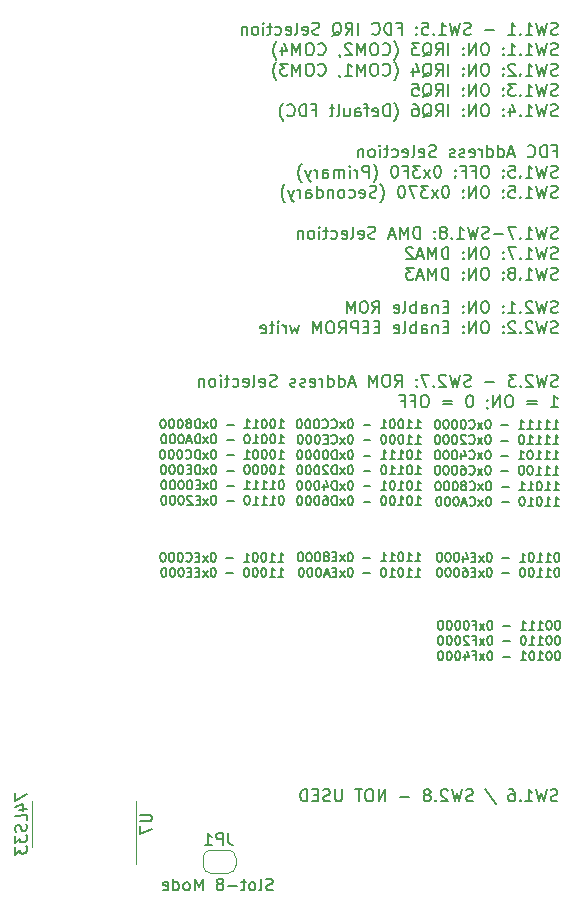
<source format=gbo>
%TF.GenerationSoftware,KiCad,Pcbnew,(5.1.6-0)*%
%TF.CreationDate,2020-08-23T17:16:23-05:00*%
%TF.ProjectId,isa_fdc.kicad_DB37-v3.2.1.1_pcb,6973615f-6664-4632-9e6b-696361645f44,rev?*%
%TF.SameCoordinates,Original*%
%TF.FileFunction,Legend,Bot*%
%TF.FilePolarity,Positive*%
%FSLAX46Y46*%
G04 Gerber Fmt 4.6, Leading zero omitted, Abs format (unit mm)*
G04 Created by KiCad (PCBNEW (5.1.6-0)) date 2020-08-23 17:16:23*
%MOMM*%
%LPD*%
G01*
G04 APERTURE LIST*
%ADD10C,0.152400*%
%ADD11C,0.203200*%
%ADD12C,0.120000*%
%ADD13C,0.150000*%
G04 APERTURE END LIST*
D10*
X183524368Y-101217314D02*
X183451797Y-101217314D01*
X183379225Y-101253600D01*
X183342940Y-101289885D01*
X183306654Y-101362457D01*
X183270368Y-101507600D01*
X183270368Y-101689028D01*
X183306654Y-101834171D01*
X183342940Y-101906742D01*
X183379225Y-101943028D01*
X183451797Y-101979314D01*
X183524368Y-101979314D01*
X183596940Y-101943028D01*
X183633225Y-101906742D01*
X183669511Y-101834171D01*
X183705797Y-101689028D01*
X183705797Y-101507600D01*
X183669511Y-101362457D01*
X183633225Y-101289885D01*
X183596940Y-101253600D01*
X183524368Y-101217314D01*
X182798654Y-101217314D02*
X182726082Y-101217314D01*
X182653511Y-101253600D01*
X182617225Y-101289885D01*
X182580940Y-101362457D01*
X182544654Y-101507600D01*
X182544654Y-101689028D01*
X182580940Y-101834171D01*
X182617225Y-101906742D01*
X182653511Y-101943028D01*
X182726082Y-101979314D01*
X182798654Y-101979314D01*
X182871225Y-101943028D01*
X182907511Y-101906742D01*
X182943797Y-101834171D01*
X182980082Y-101689028D01*
X182980082Y-101507600D01*
X182943797Y-101362457D01*
X182907511Y-101289885D01*
X182871225Y-101253600D01*
X182798654Y-101217314D01*
X181818940Y-101979314D02*
X182254368Y-101979314D01*
X182036654Y-101979314D02*
X182036654Y-101217314D01*
X182109225Y-101326171D01*
X182181797Y-101398742D01*
X182254368Y-101435028D01*
X181093225Y-101979314D02*
X181528654Y-101979314D01*
X181310940Y-101979314D02*
X181310940Y-101217314D01*
X181383511Y-101326171D01*
X181456082Y-101398742D01*
X181528654Y-101435028D01*
X180367511Y-101979314D02*
X180802940Y-101979314D01*
X180585225Y-101979314D02*
X180585225Y-101217314D01*
X180657797Y-101326171D01*
X180730368Y-101398742D01*
X180802940Y-101435028D01*
X179460368Y-101689028D02*
X178879797Y-101689028D01*
X177791225Y-101217314D02*
X177718654Y-101217314D01*
X177646082Y-101253600D01*
X177609797Y-101289885D01*
X177573511Y-101362457D01*
X177537225Y-101507600D01*
X177537225Y-101689028D01*
X177573511Y-101834171D01*
X177609797Y-101906742D01*
X177646082Y-101943028D01*
X177718654Y-101979314D01*
X177791225Y-101979314D01*
X177863797Y-101943028D01*
X177900082Y-101906742D01*
X177936368Y-101834171D01*
X177972654Y-101689028D01*
X177972654Y-101507600D01*
X177936368Y-101362457D01*
X177900082Y-101289885D01*
X177863797Y-101253600D01*
X177791225Y-101217314D01*
X177283225Y-101979314D02*
X176884082Y-101471314D01*
X177283225Y-101471314D02*
X176884082Y-101979314D01*
X176339797Y-101580171D02*
X176593797Y-101580171D01*
X176593797Y-101979314D02*
X176593797Y-101217314D01*
X176230940Y-101217314D01*
X175795511Y-101217314D02*
X175722940Y-101217314D01*
X175650368Y-101253600D01*
X175614082Y-101289885D01*
X175577797Y-101362457D01*
X175541511Y-101507600D01*
X175541511Y-101689028D01*
X175577797Y-101834171D01*
X175614082Y-101906742D01*
X175650368Y-101943028D01*
X175722940Y-101979314D01*
X175795511Y-101979314D01*
X175868082Y-101943028D01*
X175904368Y-101906742D01*
X175940654Y-101834171D01*
X175976940Y-101689028D01*
X175976940Y-101507600D01*
X175940654Y-101362457D01*
X175904368Y-101289885D01*
X175868082Y-101253600D01*
X175795511Y-101217314D01*
X175069797Y-101217314D02*
X174997225Y-101217314D01*
X174924654Y-101253600D01*
X174888368Y-101289885D01*
X174852082Y-101362457D01*
X174815797Y-101507600D01*
X174815797Y-101689028D01*
X174852082Y-101834171D01*
X174888368Y-101906742D01*
X174924654Y-101943028D01*
X174997225Y-101979314D01*
X175069797Y-101979314D01*
X175142368Y-101943028D01*
X175178654Y-101906742D01*
X175214940Y-101834171D01*
X175251225Y-101689028D01*
X175251225Y-101507600D01*
X175214940Y-101362457D01*
X175178654Y-101289885D01*
X175142368Y-101253600D01*
X175069797Y-101217314D01*
X174344082Y-101217314D02*
X174271511Y-101217314D01*
X174198940Y-101253600D01*
X174162654Y-101289885D01*
X174126368Y-101362457D01*
X174090082Y-101507600D01*
X174090082Y-101689028D01*
X174126368Y-101834171D01*
X174162654Y-101906742D01*
X174198940Y-101943028D01*
X174271511Y-101979314D01*
X174344082Y-101979314D01*
X174416654Y-101943028D01*
X174452940Y-101906742D01*
X174489225Y-101834171D01*
X174525511Y-101689028D01*
X174525511Y-101507600D01*
X174489225Y-101362457D01*
X174452940Y-101289885D01*
X174416654Y-101253600D01*
X174344082Y-101217314D01*
X173618368Y-101217314D02*
X173545797Y-101217314D01*
X173473225Y-101253600D01*
X173436940Y-101289885D01*
X173400654Y-101362457D01*
X173364368Y-101507600D01*
X173364368Y-101689028D01*
X173400654Y-101834171D01*
X173436940Y-101906742D01*
X173473225Y-101943028D01*
X173545797Y-101979314D01*
X173618368Y-101979314D01*
X173690940Y-101943028D01*
X173727225Y-101906742D01*
X173763511Y-101834171D01*
X173799797Y-101689028D01*
X173799797Y-101507600D01*
X173763511Y-101362457D01*
X173727225Y-101289885D01*
X173690940Y-101253600D01*
X173618368Y-101217314D01*
X183524368Y-102512714D02*
X183451797Y-102512714D01*
X183379225Y-102549000D01*
X183342940Y-102585285D01*
X183306654Y-102657857D01*
X183270368Y-102803000D01*
X183270368Y-102984428D01*
X183306654Y-103129571D01*
X183342940Y-103202142D01*
X183379225Y-103238428D01*
X183451797Y-103274714D01*
X183524368Y-103274714D01*
X183596940Y-103238428D01*
X183633225Y-103202142D01*
X183669511Y-103129571D01*
X183705797Y-102984428D01*
X183705797Y-102803000D01*
X183669511Y-102657857D01*
X183633225Y-102585285D01*
X183596940Y-102549000D01*
X183524368Y-102512714D01*
X182798654Y-102512714D02*
X182726082Y-102512714D01*
X182653511Y-102549000D01*
X182617225Y-102585285D01*
X182580940Y-102657857D01*
X182544654Y-102803000D01*
X182544654Y-102984428D01*
X182580940Y-103129571D01*
X182617225Y-103202142D01*
X182653511Y-103238428D01*
X182726082Y-103274714D01*
X182798654Y-103274714D01*
X182871225Y-103238428D01*
X182907511Y-103202142D01*
X182943797Y-103129571D01*
X182980082Y-102984428D01*
X182980082Y-102803000D01*
X182943797Y-102657857D01*
X182907511Y-102585285D01*
X182871225Y-102549000D01*
X182798654Y-102512714D01*
X181818940Y-103274714D02*
X182254368Y-103274714D01*
X182036654Y-103274714D02*
X182036654Y-102512714D01*
X182109225Y-102621571D01*
X182181797Y-102694142D01*
X182254368Y-102730428D01*
X181093225Y-103274714D02*
X181528654Y-103274714D01*
X181310940Y-103274714D02*
X181310940Y-102512714D01*
X181383511Y-102621571D01*
X181456082Y-102694142D01*
X181528654Y-102730428D01*
X180621511Y-102512714D02*
X180548940Y-102512714D01*
X180476368Y-102549000D01*
X180440082Y-102585285D01*
X180403797Y-102657857D01*
X180367511Y-102803000D01*
X180367511Y-102984428D01*
X180403797Y-103129571D01*
X180440082Y-103202142D01*
X180476368Y-103238428D01*
X180548940Y-103274714D01*
X180621511Y-103274714D01*
X180694082Y-103238428D01*
X180730368Y-103202142D01*
X180766654Y-103129571D01*
X180802940Y-102984428D01*
X180802940Y-102803000D01*
X180766654Y-102657857D01*
X180730368Y-102585285D01*
X180694082Y-102549000D01*
X180621511Y-102512714D01*
X179460368Y-102984428D02*
X178879797Y-102984428D01*
X177791225Y-102512714D02*
X177718654Y-102512714D01*
X177646082Y-102549000D01*
X177609797Y-102585285D01*
X177573511Y-102657857D01*
X177537225Y-102803000D01*
X177537225Y-102984428D01*
X177573511Y-103129571D01*
X177609797Y-103202142D01*
X177646082Y-103238428D01*
X177718654Y-103274714D01*
X177791225Y-103274714D01*
X177863797Y-103238428D01*
X177900082Y-103202142D01*
X177936368Y-103129571D01*
X177972654Y-102984428D01*
X177972654Y-102803000D01*
X177936368Y-102657857D01*
X177900082Y-102585285D01*
X177863797Y-102549000D01*
X177791225Y-102512714D01*
X177283225Y-103274714D02*
X176884082Y-102766714D01*
X177283225Y-102766714D02*
X176884082Y-103274714D01*
X176339797Y-102875571D02*
X176593797Y-102875571D01*
X176593797Y-103274714D02*
X176593797Y-102512714D01*
X176230940Y-102512714D01*
X175976940Y-102585285D02*
X175940654Y-102549000D01*
X175868082Y-102512714D01*
X175686654Y-102512714D01*
X175614082Y-102549000D01*
X175577797Y-102585285D01*
X175541511Y-102657857D01*
X175541511Y-102730428D01*
X175577797Y-102839285D01*
X176013225Y-103274714D01*
X175541511Y-103274714D01*
X175069797Y-102512714D02*
X174997225Y-102512714D01*
X174924654Y-102549000D01*
X174888368Y-102585285D01*
X174852082Y-102657857D01*
X174815797Y-102803000D01*
X174815797Y-102984428D01*
X174852082Y-103129571D01*
X174888368Y-103202142D01*
X174924654Y-103238428D01*
X174997225Y-103274714D01*
X175069797Y-103274714D01*
X175142368Y-103238428D01*
X175178654Y-103202142D01*
X175214940Y-103129571D01*
X175251225Y-102984428D01*
X175251225Y-102803000D01*
X175214940Y-102657857D01*
X175178654Y-102585285D01*
X175142368Y-102549000D01*
X175069797Y-102512714D01*
X174344082Y-102512714D02*
X174271511Y-102512714D01*
X174198940Y-102549000D01*
X174162654Y-102585285D01*
X174126368Y-102657857D01*
X174090082Y-102803000D01*
X174090082Y-102984428D01*
X174126368Y-103129571D01*
X174162654Y-103202142D01*
X174198940Y-103238428D01*
X174271511Y-103274714D01*
X174344082Y-103274714D01*
X174416654Y-103238428D01*
X174452940Y-103202142D01*
X174489225Y-103129571D01*
X174525511Y-102984428D01*
X174525511Y-102803000D01*
X174489225Y-102657857D01*
X174452940Y-102585285D01*
X174416654Y-102549000D01*
X174344082Y-102512714D01*
X173618368Y-102512714D02*
X173545797Y-102512714D01*
X173473225Y-102549000D01*
X173436940Y-102585285D01*
X173400654Y-102657857D01*
X173364368Y-102803000D01*
X173364368Y-102984428D01*
X173400654Y-103129571D01*
X173436940Y-103202142D01*
X173473225Y-103238428D01*
X173545797Y-103274714D01*
X173618368Y-103274714D01*
X173690940Y-103238428D01*
X173727225Y-103202142D01*
X173763511Y-103129571D01*
X173799797Y-102984428D01*
X173799797Y-102803000D01*
X173763511Y-102657857D01*
X173727225Y-102585285D01*
X173690940Y-102549000D01*
X173618368Y-102512714D01*
X183524368Y-103808114D02*
X183451797Y-103808114D01*
X183379225Y-103844400D01*
X183342940Y-103880685D01*
X183306654Y-103953257D01*
X183270368Y-104098400D01*
X183270368Y-104279828D01*
X183306654Y-104424971D01*
X183342940Y-104497542D01*
X183379225Y-104533828D01*
X183451797Y-104570114D01*
X183524368Y-104570114D01*
X183596940Y-104533828D01*
X183633225Y-104497542D01*
X183669511Y-104424971D01*
X183705797Y-104279828D01*
X183705797Y-104098400D01*
X183669511Y-103953257D01*
X183633225Y-103880685D01*
X183596940Y-103844400D01*
X183524368Y-103808114D01*
X182798654Y-103808114D02*
X182726082Y-103808114D01*
X182653511Y-103844400D01*
X182617225Y-103880685D01*
X182580940Y-103953257D01*
X182544654Y-104098400D01*
X182544654Y-104279828D01*
X182580940Y-104424971D01*
X182617225Y-104497542D01*
X182653511Y-104533828D01*
X182726082Y-104570114D01*
X182798654Y-104570114D01*
X182871225Y-104533828D01*
X182907511Y-104497542D01*
X182943797Y-104424971D01*
X182980082Y-104279828D01*
X182980082Y-104098400D01*
X182943797Y-103953257D01*
X182907511Y-103880685D01*
X182871225Y-103844400D01*
X182798654Y-103808114D01*
X181818940Y-104570114D02*
X182254368Y-104570114D01*
X182036654Y-104570114D02*
X182036654Y-103808114D01*
X182109225Y-103916971D01*
X182181797Y-103989542D01*
X182254368Y-104025828D01*
X181347225Y-103808114D02*
X181274654Y-103808114D01*
X181202082Y-103844400D01*
X181165797Y-103880685D01*
X181129511Y-103953257D01*
X181093225Y-104098400D01*
X181093225Y-104279828D01*
X181129511Y-104424971D01*
X181165797Y-104497542D01*
X181202082Y-104533828D01*
X181274654Y-104570114D01*
X181347225Y-104570114D01*
X181419797Y-104533828D01*
X181456082Y-104497542D01*
X181492368Y-104424971D01*
X181528654Y-104279828D01*
X181528654Y-104098400D01*
X181492368Y-103953257D01*
X181456082Y-103880685D01*
X181419797Y-103844400D01*
X181347225Y-103808114D01*
X180367511Y-104570114D02*
X180802940Y-104570114D01*
X180585225Y-104570114D02*
X180585225Y-103808114D01*
X180657797Y-103916971D01*
X180730368Y-103989542D01*
X180802940Y-104025828D01*
X179460368Y-104279828D02*
X178879797Y-104279828D01*
X177791225Y-103808114D02*
X177718654Y-103808114D01*
X177646082Y-103844400D01*
X177609797Y-103880685D01*
X177573511Y-103953257D01*
X177537225Y-104098400D01*
X177537225Y-104279828D01*
X177573511Y-104424971D01*
X177609797Y-104497542D01*
X177646082Y-104533828D01*
X177718654Y-104570114D01*
X177791225Y-104570114D01*
X177863797Y-104533828D01*
X177900082Y-104497542D01*
X177936368Y-104424971D01*
X177972654Y-104279828D01*
X177972654Y-104098400D01*
X177936368Y-103953257D01*
X177900082Y-103880685D01*
X177863797Y-103844400D01*
X177791225Y-103808114D01*
X177283225Y-104570114D02*
X176884082Y-104062114D01*
X177283225Y-104062114D02*
X176884082Y-104570114D01*
X176339797Y-104170971D02*
X176593797Y-104170971D01*
X176593797Y-104570114D02*
X176593797Y-103808114D01*
X176230940Y-103808114D01*
X175614082Y-104062114D02*
X175614082Y-104570114D01*
X175795511Y-103771828D02*
X175976940Y-104316114D01*
X175505225Y-104316114D01*
X175069797Y-103808114D02*
X174997225Y-103808114D01*
X174924654Y-103844400D01*
X174888368Y-103880685D01*
X174852082Y-103953257D01*
X174815797Y-104098400D01*
X174815797Y-104279828D01*
X174852082Y-104424971D01*
X174888368Y-104497542D01*
X174924654Y-104533828D01*
X174997225Y-104570114D01*
X175069797Y-104570114D01*
X175142368Y-104533828D01*
X175178654Y-104497542D01*
X175214940Y-104424971D01*
X175251225Y-104279828D01*
X175251225Y-104098400D01*
X175214940Y-103953257D01*
X175178654Y-103880685D01*
X175142368Y-103844400D01*
X175069797Y-103808114D01*
X174344082Y-103808114D02*
X174271511Y-103808114D01*
X174198940Y-103844400D01*
X174162654Y-103880685D01*
X174126368Y-103953257D01*
X174090082Y-104098400D01*
X174090082Y-104279828D01*
X174126368Y-104424971D01*
X174162654Y-104497542D01*
X174198940Y-104533828D01*
X174271511Y-104570114D01*
X174344082Y-104570114D01*
X174416654Y-104533828D01*
X174452940Y-104497542D01*
X174489225Y-104424971D01*
X174525511Y-104279828D01*
X174525511Y-104098400D01*
X174489225Y-103953257D01*
X174452940Y-103880685D01*
X174416654Y-103844400D01*
X174344082Y-103808114D01*
X173618368Y-103808114D02*
X173545797Y-103808114D01*
X173473225Y-103844400D01*
X173436940Y-103880685D01*
X173400654Y-103953257D01*
X173364368Y-104098400D01*
X173364368Y-104279828D01*
X173400654Y-104424971D01*
X173436940Y-104497542D01*
X173473225Y-104533828D01*
X173545797Y-104570114D01*
X173618368Y-104570114D01*
X173690940Y-104533828D01*
X173727225Y-104497542D01*
X173763511Y-104424971D01*
X173799797Y-104279828D01*
X173799797Y-104098400D01*
X173763511Y-103953257D01*
X173727225Y-103880685D01*
X173690940Y-103844400D01*
X173618368Y-103808114D01*
X183464368Y-95465014D02*
X183391797Y-95465014D01*
X183319225Y-95501300D01*
X183282940Y-95537585D01*
X183246654Y-95610157D01*
X183210368Y-95755300D01*
X183210368Y-95936728D01*
X183246654Y-96081871D01*
X183282940Y-96154442D01*
X183319225Y-96190728D01*
X183391797Y-96227014D01*
X183464368Y-96227014D01*
X183536940Y-96190728D01*
X183573225Y-96154442D01*
X183609511Y-96081871D01*
X183645797Y-95936728D01*
X183645797Y-95755300D01*
X183609511Y-95610157D01*
X183573225Y-95537585D01*
X183536940Y-95501300D01*
X183464368Y-95465014D01*
X182484654Y-96227014D02*
X182920082Y-96227014D01*
X182702368Y-96227014D02*
X182702368Y-95465014D01*
X182774940Y-95573871D01*
X182847511Y-95646442D01*
X182920082Y-95682728D01*
X181758940Y-96227014D02*
X182194368Y-96227014D01*
X181976654Y-96227014D02*
X181976654Y-95465014D01*
X182049225Y-95573871D01*
X182121797Y-95646442D01*
X182194368Y-95682728D01*
X181287225Y-95465014D02*
X181214654Y-95465014D01*
X181142082Y-95501300D01*
X181105797Y-95537585D01*
X181069511Y-95610157D01*
X181033225Y-95755300D01*
X181033225Y-95936728D01*
X181069511Y-96081871D01*
X181105797Y-96154442D01*
X181142082Y-96190728D01*
X181214654Y-96227014D01*
X181287225Y-96227014D01*
X181359797Y-96190728D01*
X181396082Y-96154442D01*
X181432368Y-96081871D01*
X181468654Y-95936728D01*
X181468654Y-95755300D01*
X181432368Y-95610157D01*
X181396082Y-95537585D01*
X181359797Y-95501300D01*
X181287225Y-95465014D01*
X180307511Y-96227014D02*
X180742940Y-96227014D01*
X180525225Y-96227014D02*
X180525225Y-95465014D01*
X180597797Y-95573871D01*
X180670368Y-95646442D01*
X180742940Y-95682728D01*
X179400368Y-95936728D02*
X178819797Y-95936728D01*
X177731225Y-95465014D02*
X177658654Y-95465014D01*
X177586082Y-95501300D01*
X177549797Y-95537585D01*
X177513511Y-95610157D01*
X177477225Y-95755300D01*
X177477225Y-95936728D01*
X177513511Y-96081871D01*
X177549797Y-96154442D01*
X177586082Y-96190728D01*
X177658654Y-96227014D01*
X177731225Y-96227014D01*
X177803797Y-96190728D01*
X177840082Y-96154442D01*
X177876368Y-96081871D01*
X177912654Y-95936728D01*
X177912654Y-95755300D01*
X177876368Y-95610157D01*
X177840082Y-95537585D01*
X177803797Y-95501300D01*
X177731225Y-95465014D01*
X177223225Y-96227014D02*
X176824082Y-95719014D01*
X177223225Y-95719014D02*
X176824082Y-96227014D01*
X176533797Y-95827871D02*
X176279797Y-95827871D01*
X176170940Y-96227014D02*
X176533797Y-96227014D01*
X176533797Y-95465014D01*
X176170940Y-95465014D01*
X175517797Y-95719014D02*
X175517797Y-96227014D01*
X175699225Y-95428728D02*
X175880654Y-95973014D01*
X175408940Y-95973014D01*
X174973511Y-95465014D02*
X174900940Y-95465014D01*
X174828368Y-95501300D01*
X174792082Y-95537585D01*
X174755797Y-95610157D01*
X174719511Y-95755300D01*
X174719511Y-95936728D01*
X174755797Y-96081871D01*
X174792082Y-96154442D01*
X174828368Y-96190728D01*
X174900940Y-96227014D01*
X174973511Y-96227014D01*
X175046082Y-96190728D01*
X175082368Y-96154442D01*
X175118654Y-96081871D01*
X175154940Y-95936728D01*
X175154940Y-95755300D01*
X175118654Y-95610157D01*
X175082368Y-95537585D01*
X175046082Y-95501300D01*
X174973511Y-95465014D01*
X174247797Y-95465014D02*
X174175225Y-95465014D01*
X174102654Y-95501300D01*
X174066368Y-95537585D01*
X174030082Y-95610157D01*
X173993797Y-95755300D01*
X173993797Y-95936728D01*
X174030082Y-96081871D01*
X174066368Y-96154442D01*
X174102654Y-96190728D01*
X174175225Y-96227014D01*
X174247797Y-96227014D01*
X174320368Y-96190728D01*
X174356654Y-96154442D01*
X174392940Y-96081871D01*
X174429225Y-95936728D01*
X174429225Y-95755300D01*
X174392940Y-95610157D01*
X174356654Y-95537585D01*
X174320368Y-95501300D01*
X174247797Y-95465014D01*
X173522082Y-95465014D02*
X173449511Y-95465014D01*
X173376940Y-95501300D01*
X173340654Y-95537585D01*
X173304368Y-95610157D01*
X173268082Y-95755300D01*
X173268082Y-95936728D01*
X173304368Y-96081871D01*
X173340654Y-96154442D01*
X173376940Y-96190728D01*
X173449511Y-96227014D01*
X173522082Y-96227014D01*
X173594654Y-96190728D01*
X173630940Y-96154442D01*
X173667225Y-96081871D01*
X173703511Y-95936728D01*
X173703511Y-95755300D01*
X173667225Y-95610157D01*
X173630940Y-95537585D01*
X173594654Y-95501300D01*
X173522082Y-95465014D01*
X183464368Y-96760414D02*
X183391797Y-96760414D01*
X183319225Y-96796700D01*
X183282940Y-96832985D01*
X183246654Y-96905557D01*
X183210368Y-97050700D01*
X183210368Y-97232128D01*
X183246654Y-97377271D01*
X183282940Y-97449842D01*
X183319225Y-97486128D01*
X183391797Y-97522414D01*
X183464368Y-97522414D01*
X183536940Y-97486128D01*
X183573225Y-97449842D01*
X183609511Y-97377271D01*
X183645797Y-97232128D01*
X183645797Y-97050700D01*
X183609511Y-96905557D01*
X183573225Y-96832985D01*
X183536940Y-96796700D01*
X183464368Y-96760414D01*
X182484654Y-97522414D02*
X182920082Y-97522414D01*
X182702368Y-97522414D02*
X182702368Y-96760414D01*
X182774940Y-96869271D01*
X182847511Y-96941842D01*
X182920082Y-96978128D01*
X181758940Y-97522414D02*
X182194368Y-97522414D01*
X181976654Y-97522414D02*
X181976654Y-96760414D01*
X182049225Y-96869271D01*
X182121797Y-96941842D01*
X182194368Y-96978128D01*
X181287225Y-96760414D02*
X181214654Y-96760414D01*
X181142082Y-96796700D01*
X181105797Y-96832985D01*
X181069511Y-96905557D01*
X181033225Y-97050700D01*
X181033225Y-97232128D01*
X181069511Y-97377271D01*
X181105797Y-97449842D01*
X181142082Y-97486128D01*
X181214654Y-97522414D01*
X181287225Y-97522414D01*
X181359797Y-97486128D01*
X181396082Y-97449842D01*
X181432368Y-97377271D01*
X181468654Y-97232128D01*
X181468654Y-97050700D01*
X181432368Y-96905557D01*
X181396082Y-96832985D01*
X181359797Y-96796700D01*
X181287225Y-96760414D01*
X180561511Y-96760414D02*
X180488940Y-96760414D01*
X180416368Y-96796700D01*
X180380082Y-96832985D01*
X180343797Y-96905557D01*
X180307511Y-97050700D01*
X180307511Y-97232128D01*
X180343797Y-97377271D01*
X180380082Y-97449842D01*
X180416368Y-97486128D01*
X180488940Y-97522414D01*
X180561511Y-97522414D01*
X180634082Y-97486128D01*
X180670368Y-97449842D01*
X180706654Y-97377271D01*
X180742940Y-97232128D01*
X180742940Y-97050700D01*
X180706654Y-96905557D01*
X180670368Y-96832985D01*
X180634082Y-96796700D01*
X180561511Y-96760414D01*
X179400368Y-97232128D02*
X178819797Y-97232128D01*
X177731225Y-96760414D02*
X177658654Y-96760414D01*
X177586082Y-96796700D01*
X177549797Y-96832985D01*
X177513511Y-96905557D01*
X177477225Y-97050700D01*
X177477225Y-97232128D01*
X177513511Y-97377271D01*
X177549797Y-97449842D01*
X177586082Y-97486128D01*
X177658654Y-97522414D01*
X177731225Y-97522414D01*
X177803797Y-97486128D01*
X177840082Y-97449842D01*
X177876368Y-97377271D01*
X177912654Y-97232128D01*
X177912654Y-97050700D01*
X177876368Y-96905557D01*
X177840082Y-96832985D01*
X177803797Y-96796700D01*
X177731225Y-96760414D01*
X177223225Y-97522414D02*
X176824082Y-97014414D01*
X177223225Y-97014414D02*
X176824082Y-97522414D01*
X176533797Y-97123271D02*
X176279797Y-97123271D01*
X176170940Y-97522414D02*
X176533797Y-97522414D01*
X176533797Y-96760414D01*
X176170940Y-96760414D01*
X175517797Y-96760414D02*
X175662940Y-96760414D01*
X175735511Y-96796700D01*
X175771797Y-96832985D01*
X175844368Y-96941842D01*
X175880654Y-97086985D01*
X175880654Y-97377271D01*
X175844368Y-97449842D01*
X175808082Y-97486128D01*
X175735511Y-97522414D01*
X175590368Y-97522414D01*
X175517797Y-97486128D01*
X175481511Y-97449842D01*
X175445225Y-97377271D01*
X175445225Y-97195842D01*
X175481511Y-97123271D01*
X175517797Y-97086985D01*
X175590368Y-97050700D01*
X175735511Y-97050700D01*
X175808082Y-97086985D01*
X175844368Y-97123271D01*
X175880654Y-97195842D01*
X174973511Y-96760414D02*
X174900940Y-96760414D01*
X174828368Y-96796700D01*
X174792082Y-96832985D01*
X174755797Y-96905557D01*
X174719511Y-97050700D01*
X174719511Y-97232128D01*
X174755797Y-97377271D01*
X174792082Y-97449842D01*
X174828368Y-97486128D01*
X174900940Y-97522414D01*
X174973511Y-97522414D01*
X175046082Y-97486128D01*
X175082368Y-97449842D01*
X175118654Y-97377271D01*
X175154940Y-97232128D01*
X175154940Y-97050700D01*
X175118654Y-96905557D01*
X175082368Y-96832985D01*
X175046082Y-96796700D01*
X174973511Y-96760414D01*
X174247797Y-96760414D02*
X174175225Y-96760414D01*
X174102654Y-96796700D01*
X174066368Y-96832985D01*
X174030082Y-96905557D01*
X173993797Y-97050700D01*
X173993797Y-97232128D01*
X174030082Y-97377271D01*
X174066368Y-97449842D01*
X174102654Y-97486128D01*
X174175225Y-97522414D01*
X174247797Y-97522414D01*
X174320368Y-97486128D01*
X174356654Y-97449842D01*
X174392940Y-97377271D01*
X174429225Y-97232128D01*
X174429225Y-97050700D01*
X174392940Y-96905557D01*
X174356654Y-96832985D01*
X174320368Y-96796700D01*
X174247797Y-96760414D01*
X173522082Y-96760414D02*
X173449511Y-96760414D01*
X173376940Y-96796700D01*
X173340654Y-96832985D01*
X173304368Y-96905557D01*
X173268082Y-97050700D01*
X173268082Y-97232128D01*
X173304368Y-97377271D01*
X173340654Y-97449842D01*
X173376940Y-97486128D01*
X173449511Y-97522414D01*
X173522082Y-97522414D01*
X173594654Y-97486128D01*
X173630940Y-97449842D01*
X173667225Y-97377271D01*
X173703511Y-97232128D01*
X173703511Y-97050700D01*
X173667225Y-96905557D01*
X173630940Y-96832985D01*
X173594654Y-96796700D01*
X173522082Y-96760414D01*
X171440368Y-96207014D02*
X171875797Y-96207014D01*
X171658082Y-96207014D02*
X171658082Y-95445014D01*
X171730654Y-95553871D01*
X171803225Y-95626442D01*
X171875797Y-95662728D01*
X170714654Y-96207014D02*
X171150082Y-96207014D01*
X170932368Y-96207014D02*
X170932368Y-95445014D01*
X171004940Y-95553871D01*
X171077511Y-95626442D01*
X171150082Y-95662728D01*
X170242940Y-95445014D02*
X170170368Y-95445014D01*
X170097797Y-95481300D01*
X170061511Y-95517585D01*
X170025225Y-95590157D01*
X169988940Y-95735300D01*
X169988940Y-95916728D01*
X170025225Y-96061871D01*
X170061511Y-96134442D01*
X170097797Y-96170728D01*
X170170368Y-96207014D01*
X170242940Y-96207014D01*
X170315511Y-96170728D01*
X170351797Y-96134442D01*
X170388082Y-96061871D01*
X170424368Y-95916728D01*
X170424368Y-95735300D01*
X170388082Y-95590157D01*
X170351797Y-95517585D01*
X170315511Y-95481300D01*
X170242940Y-95445014D01*
X169263225Y-96207014D02*
X169698654Y-96207014D01*
X169480940Y-96207014D02*
X169480940Y-95445014D01*
X169553511Y-95553871D01*
X169626082Y-95626442D01*
X169698654Y-95662728D01*
X168537511Y-96207014D02*
X168972940Y-96207014D01*
X168755225Y-96207014D02*
X168755225Y-95445014D01*
X168827797Y-95553871D01*
X168900368Y-95626442D01*
X168972940Y-95662728D01*
X167630368Y-95916728D02*
X167049797Y-95916728D01*
X165961225Y-95445014D02*
X165888654Y-95445014D01*
X165816082Y-95481300D01*
X165779797Y-95517585D01*
X165743511Y-95590157D01*
X165707225Y-95735300D01*
X165707225Y-95916728D01*
X165743511Y-96061871D01*
X165779797Y-96134442D01*
X165816082Y-96170728D01*
X165888654Y-96207014D01*
X165961225Y-96207014D01*
X166033797Y-96170728D01*
X166070082Y-96134442D01*
X166106368Y-96061871D01*
X166142654Y-95916728D01*
X166142654Y-95735300D01*
X166106368Y-95590157D01*
X166070082Y-95517585D01*
X166033797Y-95481300D01*
X165961225Y-95445014D01*
X165453225Y-96207014D02*
X165054082Y-95699014D01*
X165453225Y-95699014D02*
X165054082Y-96207014D01*
X164763797Y-95807871D02*
X164509797Y-95807871D01*
X164400940Y-96207014D02*
X164763797Y-96207014D01*
X164763797Y-95445014D01*
X164400940Y-95445014D01*
X163965511Y-95771585D02*
X164038082Y-95735300D01*
X164074368Y-95699014D01*
X164110654Y-95626442D01*
X164110654Y-95590157D01*
X164074368Y-95517585D01*
X164038082Y-95481300D01*
X163965511Y-95445014D01*
X163820368Y-95445014D01*
X163747797Y-95481300D01*
X163711511Y-95517585D01*
X163675225Y-95590157D01*
X163675225Y-95626442D01*
X163711511Y-95699014D01*
X163747797Y-95735300D01*
X163820368Y-95771585D01*
X163965511Y-95771585D01*
X164038082Y-95807871D01*
X164074368Y-95844157D01*
X164110654Y-95916728D01*
X164110654Y-96061871D01*
X164074368Y-96134442D01*
X164038082Y-96170728D01*
X163965511Y-96207014D01*
X163820368Y-96207014D01*
X163747797Y-96170728D01*
X163711511Y-96134442D01*
X163675225Y-96061871D01*
X163675225Y-95916728D01*
X163711511Y-95844157D01*
X163747797Y-95807871D01*
X163820368Y-95771585D01*
X163203511Y-95445014D02*
X163130940Y-95445014D01*
X163058368Y-95481300D01*
X163022082Y-95517585D01*
X162985797Y-95590157D01*
X162949511Y-95735300D01*
X162949511Y-95916728D01*
X162985797Y-96061871D01*
X163022082Y-96134442D01*
X163058368Y-96170728D01*
X163130940Y-96207014D01*
X163203511Y-96207014D01*
X163276082Y-96170728D01*
X163312368Y-96134442D01*
X163348654Y-96061871D01*
X163384940Y-95916728D01*
X163384940Y-95735300D01*
X163348654Y-95590157D01*
X163312368Y-95517585D01*
X163276082Y-95481300D01*
X163203511Y-95445014D01*
X162477797Y-95445014D02*
X162405225Y-95445014D01*
X162332654Y-95481300D01*
X162296368Y-95517585D01*
X162260082Y-95590157D01*
X162223797Y-95735300D01*
X162223797Y-95916728D01*
X162260082Y-96061871D01*
X162296368Y-96134442D01*
X162332654Y-96170728D01*
X162405225Y-96207014D01*
X162477797Y-96207014D01*
X162550368Y-96170728D01*
X162586654Y-96134442D01*
X162622940Y-96061871D01*
X162659225Y-95916728D01*
X162659225Y-95735300D01*
X162622940Y-95590157D01*
X162586654Y-95517585D01*
X162550368Y-95481300D01*
X162477797Y-95445014D01*
X161752082Y-95445014D02*
X161679511Y-95445014D01*
X161606940Y-95481300D01*
X161570654Y-95517585D01*
X161534368Y-95590157D01*
X161498082Y-95735300D01*
X161498082Y-95916728D01*
X161534368Y-96061871D01*
X161570654Y-96134442D01*
X161606940Y-96170728D01*
X161679511Y-96207014D01*
X161752082Y-96207014D01*
X161824654Y-96170728D01*
X161860940Y-96134442D01*
X161897225Y-96061871D01*
X161933511Y-95916728D01*
X161933511Y-95735300D01*
X161897225Y-95590157D01*
X161860940Y-95517585D01*
X161824654Y-95481300D01*
X161752082Y-95445014D01*
X171440368Y-97502414D02*
X171875797Y-97502414D01*
X171658082Y-97502414D02*
X171658082Y-96740414D01*
X171730654Y-96849271D01*
X171803225Y-96921842D01*
X171875797Y-96958128D01*
X170714654Y-97502414D02*
X171150082Y-97502414D01*
X170932368Y-97502414D02*
X170932368Y-96740414D01*
X171004940Y-96849271D01*
X171077511Y-96921842D01*
X171150082Y-96958128D01*
X170242940Y-96740414D02*
X170170368Y-96740414D01*
X170097797Y-96776700D01*
X170061511Y-96812985D01*
X170025225Y-96885557D01*
X169988940Y-97030700D01*
X169988940Y-97212128D01*
X170025225Y-97357271D01*
X170061511Y-97429842D01*
X170097797Y-97466128D01*
X170170368Y-97502414D01*
X170242940Y-97502414D01*
X170315511Y-97466128D01*
X170351797Y-97429842D01*
X170388082Y-97357271D01*
X170424368Y-97212128D01*
X170424368Y-97030700D01*
X170388082Y-96885557D01*
X170351797Y-96812985D01*
X170315511Y-96776700D01*
X170242940Y-96740414D01*
X169263225Y-97502414D02*
X169698654Y-97502414D01*
X169480940Y-97502414D02*
X169480940Y-96740414D01*
X169553511Y-96849271D01*
X169626082Y-96921842D01*
X169698654Y-96958128D01*
X168791511Y-96740414D02*
X168718940Y-96740414D01*
X168646368Y-96776700D01*
X168610082Y-96812985D01*
X168573797Y-96885557D01*
X168537511Y-97030700D01*
X168537511Y-97212128D01*
X168573797Y-97357271D01*
X168610082Y-97429842D01*
X168646368Y-97466128D01*
X168718940Y-97502414D01*
X168791511Y-97502414D01*
X168864082Y-97466128D01*
X168900368Y-97429842D01*
X168936654Y-97357271D01*
X168972940Y-97212128D01*
X168972940Y-97030700D01*
X168936654Y-96885557D01*
X168900368Y-96812985D01*
X168864082Y-96776700D01*
X168791511Y-96740414D01*
X167630368Y-97212128D02*
X167049797Y-97212128D01*
X165961225Y-96740414D02*
X165888654Y-96740414D01*
X165816082Y-96776700D01*
X165779797Y-96812985D01*
X165743511Y-96885557D01*
X165707225Y-97030700D01*
X165707225Y-97212128D01*
X165743511Y-97357271D01*
X165779797Y-97429842D01*
X165816082Y-97466128D01*
X165888654Y-97502414D01*
X165961225Y-97502414D01*
X166033797Y-97466128D01*
X166070082Y-97429842D01*
X166106368Y-97357271D01*
X166142654Y-97212128D01*
X166142654Y-97030700D01*
X166106368Y-96885557D01*
X166070082Y-96812985D01*
X166033797Y-96776700D01*
X165961225Y-96740414D01*
X165453225Y-97502414D02*
X165054082Y-96994414D01*
X165453225Y-96994414D02*
X165054082Y-97502414D01*
X164763797Y-97103271D02*
X164509797Y-97103271D01*
X164400940Y-97502414D02*
X164763797Y-97502414D01*
X164763797Y-96740414D01*
X164400940Y-96740414D01*
X164110654Y-97284700D02*
X163747797Y-97284700D01*
X164183225Y-97502414D02*
X163929225Y-96740414D01*
X163675225Y-97502414D01*
X163276082Y-96740414D02*
X163203511Y-96740414D01*
X163130940Y-96776700D01*
X163094654Y-96812985D01*
X163058368Y-96885557D01*
X163022082Y-97030700D01*
X163022082Y-97212128D01*
X163058368Y-97357271D01*
X163094654Y-97429842D01*
X163130940Y-97466128D01*
X163203511Y-97502414D01*
X163276082Y-97502414D01*
X163348654Y-97466128D01*
X163384940Y-97429842D01*
X163421225Y-97357271D01*
X163457511Y-97212128D01*
X163457511Y-97030700D01*
X163421225Y-96885557D01*
X163384940Y-96812985D01*
X163348654Y-96776700D01*
X163276082Y-96740414D01*
X162550368Y-96740414D02*
X162477797Y-96740414D01*
X162405225Y-96776700D01*
X162368940Y-96812985D01*
X162332654Y-96885557D01*
X162296368Y-97030700D01*
X162296368Y-97212128D01*
X162332654Y-97357271D01*
X162368940Y-97429842D01*
X162405225Y-97466128D01*
X162477797Y-97502414D01*
X162550368Y-97502414D01*
X162622940Y-97466128D01*
X162659225Y-97429842D01*
X162695511Y-97357271D01*
X162731797Y-97212128D01*
X162731797Y-97030700D01*
X162695511Y-96885557D01*
X162659225Y-96812985D01*
X162622940Y-96776700D01*
X162550368Y-96740414D01*
X161824654Y-96740414D02*
X161752082Y-96740414D01*
X161679511Y-96776700D01*
X161643225Y-96812985D01*
X161606940Y-96885557D01*
X161570654Y-97030700D01*
X161570654Y-97212128D01*
X161606940Y-97357271D01*
X161643225Y-97429842D01*
X161679511Y-97466128D01*
X161752082Y-97502414D01*
X161824654Y-97502414D01*
X161897225Y-97466128D01*
X161933511Y-97429842D01*
X161969797Y-97357271D01*
X162006082Y-97212128D01*
X162006082Y-97030700D01*
X161969797Y-96885557D01*
X161933511Y-96812985D01*
X161897225Y-96776700D01*
X161824654Y-96740414D01*
X159840368Y-96227014D02*
X160275797Y-96227014D01*
X160058082Y-96227014D02*
X160058082Y-95465014D01*
X160130654Y-95573871D01*
X160203225Y-95646442D01*
X160275797Y-95682728D01*
X159114654Y-96227014D02*
X159550082Y-96227014D01*
X159332368Y-96227014D02*
X159332368Y-95465014D01*
X159404940Y-95573871D01*
X159477511Y-95646442D01*
X159550082Y-95682728D01*
X158642940Y-95465014D02*
X158570368Y-95465014D01*
X158497797Y-95501300D01*
X158461511Y-95537585D01*
X158425225Y-95610157D01*
X158388940Y-95755300D01*
X158388940Y-95936728D01*
X158425225Y-96081871D01*
X158461511Y-96154442D01*
X158497797Y-96190728D01*
X158570368Y-96227014D01*
X158642940Y-96227014D01*
X158715511Y-96190728D01*
X158751797Y-96154442D01*
X158788082Y-96081871D01*
X158824368Y-95936728D01*
X158824368Y-95755300D01*
X158788082Y-95610157D01*
X158751797Y-95537585D01*
X158715511Y-95501300D01*
X158642940Y-95465014D01*
X157917225Y-95465014D02*
X157844654Y-95465014D01*
X157772082Y-95501300D01*
X157735797Y-95537585D01*
X157699511Y-95610157D01*
X157663225Y-95755300D01*
X157663225Y-95936728D01*
X157699511Y-96081871D01*
X157735797Y-96154442D01*
X157772082Y-96190728D01*
X157844654Y-96227014D01*
X157917225Y-96227014D01*
X157989797Y-96190728D01*
X158026082Y-96154442D01*
X158062368Y-96081871D01*
X158098654Y-95936728D01*
X158098654Y-95755300D01*
X158062368Y-95610157D01*
X158026082Y-95537585D01*
X157989797Y-95501300D01*
X157917225Y-95465014D01*
X156937511Y-96227014D02*
X157372940Y-96227014D01*
X157155225Y-96227014D02*
X157155225Y-95465014D01*
X157227797Y-95573871D01*
X157300368Y-95646442D01*
X157372940Y-95682728D01*
X156030368Y-95936728D02*
X155449797Y-95936728D01*
X154361225Y-95465014D02*
X154288654Y-95465014D01*
X154216082Y-95501300D01*
X154179797Y-95537585D01*
X154143511Y-95610157D01*
X154107225Y-95755300D01*
X154107225Y-95936728D01*
X154143511Y-96081871D01*
X154179797Y-96154442D01*
X154216082Y-96190728D01*
X154288654Y-96227014D01*
X154361225Y-96227014D01*
X154433797Y-96190728D01*
X154470082Y-96154442D01*
X154506368Y-96081871D01*
X154542654Y-95936728D01*
X154542654Y-95755300D01*
X154506368Y-95610157D01*
X154470082Y-95537585D01*
X154433797Y-95501300D01*
X154361225Y-95465014D01*
X153853225Y-96227014D02*
X153454082Y-95719014D01*
X153853225Y-95719014D02*
X153454082Y-96227014D01*
X153163797Y-95827871D02*
X152909797Y-95827871D01*
X152800940Y-96227014D02*
X153163797Y-96227014D01*
X153163797Y-95465014D01*
X152800940Y-95465014D01*
X152038940Y-96154442D02*
X152075225Y-96190728D01*
X152184082Y-96227014D01*
X152256654Y-96227014D01*
X152365511Y-96190728D01*
X152438082Y-96118157D01*
X152474368Y-96045585D01*
X152510654Y-95900442D01*
X152510654Y-95791585D01*
X152474368Y-95646442D01*
X152438082Y-95573871D01*
X152365511Y-95501300D01*
X152256654Y-95465014D01*
X152184082Y-95465014D01*
X152075225Y-95501300D01*
X152038940Y-95537585D01*
X151567225Y-95465014D02*
X151494654Y-95465014D01*
X151422082Y-95501300D01*
X151385797Y-95537585D01*
X151349511Y-95610157D01*
X151313225Y-95755300D01*
X151313225Y-95936728D01*
X151349511Y-96081871D01*
X151385797Y-96154442D01*
X151422082Y-96190728D01*
X151494654Y-96227014D01*
X151567225Y-96227014D01*
X151639797Y-96190728D01*
X151676082Y-96154442D01*
X151712368Y-96081871D01*
X151748654Y-95936728D01*
X151748654Y-95755300D01*
X151712368Y-95610157D01*
X151676082Y-95537585D01*
X151639797Y-95501300D01*
X151567225Y-95465014D01*
X150841511Y-95465014D02*
X150768940Y-95465014D01*
X150696368Y-95501300D01*
X150660082Y-95537585D01*
X150623797Y-95610157D01*
X150587511Y-95755300D01*
X150587511Y-95936728D01*
X150623797Y-96081871D01*
X150660082Y-96154442D01*
X150696368Y-96190728D01*
X150768940Y-96227014D01*
X150841511Y-96227014D01*
X150914082Y-96190728D01*
X150950368Y-96154442D01*
X150986654Y-96081871D01*
X151022940Y-95936728D01*
X151022940Y-95755300D01*
X150986654Y-95610157D01*
X150950368Y-95537585D01*
X150914082Y-95501300D01*
X150841511Y-95465014D01*
X150115797Y-95465014D02*
X150043225Y-95465014D01*
X149970654Y-95501300D01*
X149934368Y-95537585D01*
X149898082Y-95610157D01*
X149861797Y-95755300D01*
X149861797Y-95936728D01*
X149898082Y-96081871D01*
X149934368Y-96154442D01*
X149970654Y-96190728D01*
X150043225Y-96227014D01*
X150115797Y-96227014D01*
X150188368Y-96190728D01*
X150224654Y-96154442D01*
X150260940Y-96081871D01*
X150297225Y-95936728D01*
X150297225Y-95755300D01*
X150260940Y-95610157D01*
X150224654Y-95537585D01*
X150188368Y-95501300D01*
X150115797Y-95465014D01*
X159840368Y-97522414D02*
X160275797Y-97522414D01*
X160058082Y-97522414D02*
X160058082Y-96760414D01*
X160130654Y-96869271D01*
X160203225Y-96941842D01*
X160275797Y-96978128D01*
X159114654Y-97522414D02*
X159550082Y-97522414D01*
X159332368Y-97522414D02*
X159332368Y-96760414D01*
X159404940Y-96869271D01*
X159477511Y-96941842D01*
X159550082Y-96978128D01*
X158642940Y-96760414D02*
X158570368Y-96760414D01*
X158497797Y-96796700D01*
X158461511Y-96832985D01*
X158425225Y-96905557D01*
X158388940Y-97050700D01*
X158388940Y-97232128D01*
X158425225Y-97377271D01*
X158461511Y-97449842D01*
X158497797Y-97486128D01*
X158570368Y-97522414D01*
X158642940Y-97522414D01*
X158715511Y-97486128D01*
X158751797Y-97449842D01*
X158788082Y-97377271D01*
X158824368Y-97232128D01*
X158824368Y-97050700D01*
X158788082Y-96905557D01*
X158751797Y-96832985D01*
X158715511Y-96796700D01*
X158642940Y-96760414D01*
X157917225Y-96760414D02*
X157844654Y-96760414D01*
X157772082Y-96796700D01*
X157735797Y-96832985D01*
X157699511Y-96905557D01*
X157663225Y-97050700D01*
X157663225Y-97232128D01*
X157699511Y-97377271D01*
X157735797Y-97449842D01*
X157772082Y-97486128D01*
X157844654Y-97522414D01*
X157917225Y-97522414D01*
X157989797Y-97486128D01*
X158026082Y-97449842D01*
X158062368Y-97377271D01*
X158098654Y-97232128D01*
X158098654Y-97050700D01*
X158062368Y-96905557D01*
X158026082Y-96832985D01*
X157989797Y-96796700D01*
X157917225Y-96760414D01*
X157191511Y-96760414D02*
X157118940Y-96760414D01*
X157046368Y-96796700D01*
X157010082Y-96832985D01*
X156973797Y-96905557D01*
X156937511Y-97050700D01*
X156937511Y-97232128D01*
X156973797Y-97377271D01*
X157010082Y-97449842D01*
X157046368Y-97486128D01*
X157118940Y-97522414D01*
X157191511Y-97522414D01*
X157264082Y-97486128D01*
X157300368Y-97449842D01*
X157336654Y-97377271D01*
X157372940Y-97232128D01*
X157372940Y-97050700D01*
X157336654Y-96905557D01*
X157300368Y-96832985D01*
X157264082Y-96796700D01*
X157191511Y-96760414D01*
X156030368Y-97232128D02*
X155449797Y-97232128D01*
X154361225Y-96760414D02*
X154288654Y-96760414D01*
X154216082Y-96796700D01*
X154179797Y-96832985D01*
X154143511Y-96905557D01*
X154107225Y-97050700D01*
X154107225Y-97232128D01*
X154143511Y-97377271D01*
X154179797Y-97449842D01*
X154216082Y-97486128D01*
X154288654Y-97522414D01*
X154361225Y-97522414D01*
X154433797Y-97486128D01*
X154470082Y-97449842D01*
X154506368Y-97377271D01*
X154542654Y-97232128D01*
X154542654Y-97050700D01*
X154506368Y-96905557D01*
X154470082Y-96832985D01*
X154433797Y-96796700D01*
X154361225Y-96760414D01*
X153853225Y-97522414D02*
X153454082Y-97014414D01*
X153853225Y-97014414D02*
X153454082Y-97522414D01*
X153163797Y-97123271D02*
X152909797Y-97123271D01*
X152800940Y-97522414D02*
X153163797Y-97522414D01*
X153163797Y-96760414D01*
X152800940Y-96760414D01*
X152474368Y-97123271D02*
X152220368Y-97123271D01*
X152111511Y-97522414D02*
X152474368Y-97522414D01*
X152474368Y-96760414D01*
X152111511Y-96760414D01*
X151639797Y-96760414D02*
X151567225Y-96760414D01*
X151494654Y-96796700D01*
X151458368Y-96832985D01*
X151422082Y-96905557D01*
X151385797Y-97050700D01*
X151385797Y-97232128D01*
X151422082Y-97377271D01*
X151458368Y-97449842D01*
X151494654Y-97486128D01*
X151567225Y-97522414D01*
X151639797Y-97522414D01*
X151712368Y-97486128D01*
X151748654Y-97449842D01*
X151784940Y-97377271D01*
X151821225Y-97232128D01*
X151821225Y-97050700D01*
X151784940Y-96905557D01*
X151748654Y-96832985D01*
X151712368Y-96796700D01*
X151639797Y-96760414D01*
X150914082Y-96760414D02*
X150841511Y-96760414D01*
X150768940Y-96796700D01*
X150732654Y-96832985D01*
X150696368Y-96905557D01*
X150660082Y-97050700D01*
X150660082Y-97232128D01*
X150696368Y-97377271D01*
X150732654Y-97449842D01*
X150768940Y-97486128D01*
X150841511Y-97522414D01*
X150914082Y-97522414D01*
X150986654Y-97486128D01*
X151022940Y-97449842D01*
X151059225Y-97377271D01*
X151095511Y-97232128D01*
X151095511Y-97050700D01*
X151059225Y-96905557D01*
X151022940Y-96832985D01*
X150986654Y-96796700D01*
X150914082Y-96760414D01*
X150188368Y-96760414D02*
X150115797Y-96760414D01*
X150043225Y-96796700D01*
X150006940Y-96832985D01*
X149970654Y-96905557D01*
X149934368Y-97050700D01*
X149934368Y-97232128D01*
X149970654Y-97377271D01*
X150006940Y-97449842D01*
X150043225Y-97486128D01*
X150115797Y-97522414D01*
X150188368Y-97522414D01*
X150260940Y-97486128D01*
X150297225Y-97449842D01*
X150333511Y-97377271D01*
X150369797Y-97232128D01*
X150369797Y-97050700D01*
X150333511Y-96905557D01*
X150297225Y-96832985D01*
X150260940Y-96796700D01*
X150188368Y-96760414D01*
X171450368Y-84956214D02*
X171885797Y-84956214D01*
X171668082Y-84956214D02*
X171668082Y-84194214D01*
X171740654Y-84303071D01*
X171813225Y-84375642D01*
X171885797Y-84411928D01*
X170724654Y-84956214D02*
X171160082Y-84956214D01*
X170942368Y-84956214D02*
X170942368Y-84194214D01*
X171014940Y-84303071D01*
X171087511Y-84375642D01*
X171160082Y-84411928D01*
X170252940Y-84194214D02*
X170180368Y-84194214D01*
X170107797Y-84230500D01*
X170071511Y-84266785D01*
X170035225Y-84339357D01*
X169998940Y-84484500D01*
X169998940Y-84665928D01*
X170035225Y-84811071D01*
X170071511Y-84883642D01*
X170107797Y-84919928D01*
X170180368Y-84956214D01*
X170252940Y-84956214D01*
X170325511Y-84919928D01*
X170361797Y-84883642D01*
X170398082Y-84811071D01*
X170434368Y-84665928D01*
X170434368Y-84484500D01*
X170398082Y-84339357D01*
X170361797Y-84266785D01*
X170325511Y-84230500D01*
X170252940Y-84194214D01*
X169527225Y-84194214D02*
X169454654Y-84194214D01*
X169382082Y-84230500D01*
X169345797Y-84266785D01*
X169309511Y-84339357D01*
X169273225Y-84484500D01*
X169273225Y-84665928D01*
X169309511Y-84811071D01*
X169345797Y-84883642D01*
X169382082Y-84919928D01*
X169454654Y-84956214D01*
X169527225Y-84956214D01*
X169599797Y-84919928D01*
X169636082Y-84883642D01*
X169672368Y-84811071D01*
X169708654Y-84665928D01*
X169708654Y-84484500D01*
X169672368Y-84339357D01*
X169636082Y-84266785D01*
X169599797Y-84230500D01*
X169527225Y-84194214D01*
X168547511Y-84956214D02*
X168982940Y-84956214D01*
X168765225Y-84956214D02*
X168765225Y-84194214D01*
X168837797Y-84303071D01*
X168910368Y-84375642D01*
X168982940Y-84411928D01*
X167640368Y-84665928D02*
X167059797Y-84665928D01*
X165971225Y-84194214D02*
X165898654Y-84194214D01*
X165826082Y-84230500D01*
X165789797Y-84266785D01*
X165753511Y-84339357D01*
X165717225Y-84484500D01*
X165717225Y-84665928D01*
X165753511Y-84811071D01*
X165789797Y-84883642D01*
X165826082Y-84919928D01*
X165898654Y-84956214D01*
X165971225Y-84956214D01*
X166043797Y-84919928D01*
X166080082Y-84883642D01*
X166116368Y-84811071D01*
X166152654Y-84665928D01*
X166152654Y-84484500D01*
X166116368Y-84339357D01*
X166080082Y-84266785D01*
X166043797Y-84230500D01*
X165971225Y-84194214D01*
X165463225Y-84956214D02*
X165064082Y-84448214D01*
X165463225Y-84448214D02*
X165064082Y-84956214D01*
X164338368Y-84883642D02*
X164374654Y-84919928D01*
X164483511Y-84956214D01*
X164556082Y-84956214D01*
X164664940Y-84919928D01*
X164737511Y-84847357D01*
X164773797Y-84774785D01*
X164810082Y-84629642D01*
X164810082Y-84520785D01*
X164773797Y-84375642D01*
X164737511Y-84303071D01*
X164664940Y-84230500D01*
X164556082Y-84194214D01*
X164483511Y-84194214D01*
X164374654Y-84230500D01*
X164338368Y-84266785D01*
X163576368Y-84883642D02*
X163612654Y-84919928D01*
X163721511Y-84956214D01*
X163794082Y-84956214D01*
X163902940Y-84919928D01*
X163975511Y-84847357D01*
X164011797Y-84774785D01*
X164048082Y-84629642D01*
X164048082Y-84520785D01*
X164011797Y-84375642D01*
X163975511Y-84303071D01*
X163902940Y-84230500D01*
X163794082Y-84194214D01*
X163721511Y-84194214D01*
X163612654Y-84230500D01*
X163576368Y-84266785D01*
X163104654Y-84194214D02*
X163032082Y-84194214D01*
X162959511Y-84230500D01*
X162923225Y-84266785D01*
X162886940Y-84339357D01*
X162850654Y-84484500D01*
X162850654Y-84665928D01*
X162886940Y-84811071D01*
X162923225Y-84883642D01*
X162959511Y-84919928D01*
X163032082Y-84956214D01*
X163104654Y-84956214D01*
X163177225Y-84919928D01*
X163213511Y-84883642D01*
X163249797Y-84811071D01*
X163286082Y-84665928D01*
X163286082Y-84484500D01*
X163249797Y-84339357D01*
X163213511Y-84266785D01*
X163177225Y-84230500D01*
X163104654Y-84194214D01*
X162378940Y-84194214D02*
X162306368Y-84194214D01*
X162233797Y-84230500D01*
X162197511Y-84266785D01*
X162161225Y-84339357D01*
X162124940Y-84484500D01*
X162124940Y-84665928D01*
X162161225Y-84811071D01*
X162197511Y-84883642D01*
X162233797Y-84919928D01*
X162306368Y-84956214D01*
X162378940Y-84956214D01*
X162451511Y-84919928D01*
X162487797Y-84883642D01*
X162524082Y-84811071D01*
X162560368Y-84665928D01*
X162560368Y-84484500D01*
X162524082Y-84339357D01*
X162487797Y-84266785D01*
X162451511Y-84230500D01*
X162378940Y-84194214D01*
X161653225Y-84194214D02*
X161580654Y-84194214D01*
X161508082Y-84230500D01*
X161471797Y-84266785D01*
X161435511Y-84339357D01*
X161399225Y-84484500D01*
X161399225Y-84665928D01*
X161435511Y-84811071D01*
X161471797Y-84883642D01*
X161508082Y-84919928D01*
X161580654Y-84956214D01*
X161653225Y-84956214D01*
X161725797Y-84919928D01*
X161762082Y-84883642D01*
X161798368Y-84811071D01*
X161834654Y-84665928D01*
X161834654Y-84484500D01*
X161798368Y-84339357D01*
X161762082Y-84266785D01*
X161725797Y-84230500D01*
X161653225Y-84194214D01*
X171450368Y-86251614D02*
X171885797Y-86251614D01*
X171668082Y-86251614D02*
X171668082Y-85489614D01*
X171740654Y-85598471D01*
X171813225Y-85671042D01*
X171885797Y-85707328D01*
X170724654Y-86251614D02*
X171160082Y-86251614D01*
X170942368Y-86251614D02*
X170942368Y-85489614D01*
X171014940Y-85598471D01*
X171087511Y-85671042D01*
X171160082Y-85707328D01*
X170252940Y-85489614D02*
X170180368Y-85489614D01*
X170107797Y-85525900D01*
X170071511Y-85562185D01*
X170035225Y-85634757D01*
X169998940Y-85779900D01*
X169998940Y-85961328D01*
X170035225Y-86106471D01*
X170071511Y-86179042D01*
X170107797Y-86215328D01*
X170180368Y-86251614D01*
X170252940Y-86251614D01*
X170325511Y-86215328D01*
X170361797Y-86179042D01*
X170398082Y-86106471D01*
X170434368Y-85961328D01*
X170434368Y-85779900D01*
X170398082Y-85634757D01*
X170361797Y-85562185D01*
X170325511Y-85525900D01*
X170252940Y-85489614D01*
X169527225Y-85489614D02*
X169454654Y-85489614D01*
X169382082Y-85525900D01*
X169345797Y-85562185D01*
X169309511Y-85634757D01*
X169273225Y-85779900D01*
X169273225Y-85961328D01*
X169309511Y-86106471D01*
X169345797Y-86179042D01*
X169382082Y-86215328D01*
X169454654Y-86251614D01*
X169527225Y-86251614D01*
X169599797Y-86215328D01*
X169636082Y-86179042D01*
X169672368Y-86106471D01*
X169708654Y-85961328D01*
X169708654Y-85779900D01*
X169672368Y-85634757D01*
X169636082Y-85562185D01*
X169599797Y-85525900D01*
X169527225Y-85489614D01*
X168801511Y-85489614D02*
X168728940Y-85489614D01*
X168656368Y-85525900D01*
X168620082Y-85562185D01*
X168583797Y-85634757D01*
X168547511Y-85779900D01*
X168547511Y-85961328D01*
X168583797Y-86106471D01*
X168620082Y-86179042D01*
X168656368Y-86215328D01*
X168728940Y-86251614D01*
X168801511Y-86251614D01*
X168874082Y-86215328D01*
X168910368Y-86179042D01*
X168946654Y-86106471D01*
X168982940Y-85961328D01*
X168982940Y-85779900D01*
X168946654Y-85634757D01*
X168910368Y-85562185D01*
X168874082Y-85525900D01*
X168801511Y-85489614D01*
X167640368Y-85961328D02*
X167059797Y-85961328D01*
X165971225Y-85489614D02*
X165898654Y-85489614D01*
X165826082Y-85525900D01*
X165789797Y-85562185D01*
X165753511Y-85634757D01*
X165717225Y-85779900D01*
X165717225Y-85961328D01*
X165753511Y-86106471D01*
X165789797Y-86179042D01*
X165826082Y-86215328D01*
X165898654Y-86251614D01*
X165971225Y-86251614D01*
X166043797Y-86215328D01*
X166080082Y-86179042D01*
X166116368Y-86106471D01*
X166152654Y-85961328D01*
X166152654Y-85779900D01*
X166116368Y-85634757D01*
X166080082Y-85562185D01*
X166043797Y-85525900D01*
X165971225Y-85489614D01*
X165463225Y-86251614D02*
X165064082Y-85743614D01*
X165463225Y-85743614D02*
X165064082Y-86251614D01*
X164338368Y-86179042D02*
X164374654Y-86215328D01*
X164483511Y-86251614D01*
X164556082Y-86251614D01*
X164664940Y-86215328D01*
X164737511Y-86142757D01*
X164773797Y-86070185D01*
X164810082Y-85925042D01*
X164810082Y-85816185D01*
X164773797Y-85671042D01*
X164737511Y-85598471D01*
X164664940Y-85525900D01*
X164556082Y-85489614D01*
X164483511Y-85489614D01*
X164374654Y-85525900D01*
X164338368Y-85562185D01*
X164011797Y-85852471D02*
X163757797Y-85852471D01*
X163648940Y-86251614D02*
X164011797Y-86251614D01*
X164011797Y-85489614D01*
X163648940Y-85489614D01*
X163177225Y-85489614D02*
X163104654Y-85489614D01*
X163032082Y-85525900D01*
X162995797Y-85562185D01*
X162959511Y-85634757D01*
X162923225Y-85779900D01*
X162923225Y-85961328D01*
X162959511Y-86106471D01*
X162995797Y-86179042D01*
X163032082Y-86215328D01*
X163104654Y-86251614D01*
X163177225Y-86251614D01*
X163249797Y-86215328D01*
X163286082Y-86179042D01*
X163322368Y-86106471D01*
X163358654Y-85961328D01*
X163358654Y-85779900D01*
X163322368Y-85634757D01*
X163286082Y-85562185D01*
X163249797Y-85525900D01*
X163177225Y-85489614D01*
X162451511Y-85489614D02*
X162378940Y-85489614D01*
X162306368Y-85525900D01*
X162270082Y-85562185D01*
X162233797Y-85634757D01*
X162197511Y-85779900D01*
X162197511Y-85961328D01*
X162233797Y-86106471D01*
X162270082Y-86179042D01*
X162306368Y-86215328D01*
X162378940Y-86251614D01*
X162451511Y-86251614D01*
X162524082Y-86215328D01*
X162560368Y-86179042D01*
X162596654Y-86106471D01*
X162632940Y-85961328D01*
X162632940Y-85779900D01*
X162596654Y-85634757D01*
X162560368Y-85562185D01*
X162524082Y-85525900D01*
X162451511Y-85489614D01*
X161725797Y-85489614D02*
X161653225Y-85489614D01*
X161580654Y-85525900D01*
X161544368Y-85562185D01*
X161508082Y-85634757D01*
X161471797Y-85779900D01*
X161471797Y-85961328D01*
X161508082Y-86106471D01*
X161544368Y-86179042D01*
X161580654Y-86215328D01*
X161653225Y-86251614D01*
X161725797Y-86251614D01*
X161798368Y-86215328D01*
X161834654Y-86179042D01*
X161870940Y-86106471D01*
X161907225Y-85961328D01*
X161907225Y-85779900D01*
X161870940Y-85634757D01*
X161834654Y-85562185D01*
X161798368Y-85525900D01*
X161725797Y-85489614D01*
X171450368Y-87547014D02*
X171885797Y-87547014D01*
X171668082Y-87547014D02*
X171668082Y-86785014D01*
X171740654Y-86893871D01*
X171813225Y-86966442D01*
X171885797Y-87002728D01*
X170978654Y-86785014D02*
X170906082Y-86785014D01*
X170833511Y-86821300D01*
X170797225Y-86857585D01*
X170760940Y-86930157D01*
X170724654Y-87075300D01*
X170724654Y-87256728D01*
X170760940Y-87401871D01*
X170797225Y-87474442D01*
X170833511Y-87510728D01*
X170906082Y-87547014D01*
X170978654Y-87547014D01*
X171051225Y-87510728D01*
X171087511Y-87474442D01*
X171123797Y-87401871D01*
X171160082Y-87256728D01*
X171160082Y-87075300D01*
X171123797Y-86930157D01*
X171087511Y-86857585D01*
X171051225Y-86821300D01*
X170978654Y-86785014D01*
X169998940Y-87547014D02*
X170434368Y-87547014D01*
X170216654Y-87547014D02*
X170216654Y-86785014D01*
X170289225Y-86893871D01*
X170361797Y-86966442D01*
X170434368Y-87002728D01*
X169273225Y-87547014D02*
X169708654Y-87547014D01*
X169490940Y-87547014D02*
X169490940Y-86785014D01*
X169563511Y-86893871D01*
X169636082Y-86966442D01*
X169708654Y-87002728D01*
X168547511Y-87547014D02*
X168982940Y-87547014D01*
X168765225Y-87547014D02*
X168765225Y-86785014D01*
X168837797Y-86893871D01*
X168910368Y-86966442D01*
X168982940Y-87002728D01*
X167640368Y-87256728D02*
X167059797Y-87256728D01*
X165971225Y-86785014D02*
X165898654Y-86785014D01*
X165826082Y-86821300D01*
X165789797Y-86857585D01*
X165753511Y-86930157D01*
X165717225Y-87075300D01*
X165717225Y-87256728D01*
X165753511Y-87401871D01*
X165789797Y-87474442D01*
X165826082Y-87510728D01*
X165898654Y-87547014D01*
X165971225Y-87547014D01*
X166043797Y-87510728D01*
X166080082Y-87474442D01*
X166116368Y-87401871D01*
X166152654Y-87256728D01*
X166152654Y-87075300D01*
X166116368Y-86930157D01*
X166080082Y-86857585D01*
X166043797Y-86821300D01*
X165971225Y-86785014D01*
X165463225Y-87547014D02*
X165064082Y-87039014D01*
X165463225Y-87039014D02*
X165064082Y-87547014D01*
X164773797Y-87547014D02*
X164773797Y-86785014D01*
X164592368Y-86785014D01*
X164483511Y-86821300D01*
X164410940Y-86893871D01*
X164374654Y-86966442D01*
X164338368Y-87111585D01*
X164338368Y-87220442D01*
X164374654Y-87365585D01*
X164410940Y-87438157D01*
X164483511Y-87510728D01*
X164592368Y-87547014D01*
X164773797Y-87547014D01*
X163866654Y-86785014D02*
X163794082Y-86785014D01*
X163721511Y-86821300D01*
X163685225Y-86857585D01*
X163648940Y-86930157D01*
X163612654Y-87075300D01*
X163612654Y-87256728D01*
X163648940Y-87401871D01*
X163685225Y-87474442D01*
X163721511Y-87510728D01*
X163794082Y-87547014D01*
X163866654Y-87547014D01*
X163939225Y-87510728D01*
X163975511Y-87474442D01*
X164011797Y-87401871D01*
X164048082Y-87256728D01*
X164048082Y-87075300D01*
X164011797Y-86930157D01*
X163975511Y-86857585D01*
X163939225Y-86821300D01*
X163866654Y-86785014D01*
X163140940Y-86785014D02*
X163068368Y-86785014D01*
X162995797Y-86821300D01*
X162959511Y-86857585D01*
X162923225Y-86930157D01*
X162886940Y-87075300D01*
X162886940Y-87256728D01*
X162923225Y-87401871D01*
X162959511Y-87474442D01*
X162995797Y-87510728D01*
X163068368Y-87547014D01*
X163140940Y-87547014D01*
X163213511Y-87510728D01*
X163249797Y-87474442D01*
X163286082Y-87401871D01*
X163322368Y-87256728D01*
X163322368Y-87075300D01*
X163286082Y-86930157D01*
X163249797Y-86857585D01*
X163213511Y-86821300D01*
X163140940Y-86785014D01*
X162415225Y-86785014D02*
X162342654Y-86785014D01*
X162270082Y-86821300D01*
X162233797Y-86857585D01*
X162197511Y-86930157D01*
X162161225Y-87075300D01*
X162161225Y-87256728D01*
X162197511Y-87401871D01*
X162233797Y-87474442D01*
X162270082Y-87510728D01*
X162342654Y-87547014D01*
X162415225Y-87547014D01*
X162487797Y-87510728D01*
X162524082Y-87474442D01*
X162560368Y-87401871D01*
X162596654Y-87256728D01*
X162596654Y-87075300D01*
X162560368Y-86930157D01*
X162524082Y-86857585D01*
X162487797Y-86821300D01*
X162415225Y-86785014D01*
X161689511Y-86785014D02*
X161616940Y-86785014D01*
X161544368Y-86821300D01*
X161508082Y-86857585D01*
X161471797Y-86930157D01*
X161435511Y-87075300D01*
X161435511Y-87256728D01*
X161471797Y-87401871D01*
X161508082Y-87474442D01*
X161544368Y-87510728D01*
X161616940Y-87547014D01*
X161689511Y-87547014D01*
X161762082Y-87510728D01*
X161798368Y-87474442D01*
X161834654Y-87401871D01*
X161870940Y-87256728D01*
X161870940Y-87075300D01*
X161834654Y-86930157D01*
X161798368Y-86857585D01*
X161762082Y-86821300D01*
X161689511Y-86785014D01*
X171450368Y-88842414D02*
X171885797Y-88842414D01*
X171668082Y-88842414D02*
X171668082Y-88080414D01*
X171740654Y-88189271D01*
X171813225Y-88261842D01*
X171885797Y-88298128D01*
X170978654Y-88080414D02*
X170906082Y-88080414D01*
X170833511Y-88116700D01*
X170797225Y-88152985D01*
X170760940Y-88225557D01*
X170724654Y-88370700D01*
X170724654Y-88552128D01*
X170760940Y-88697271D01*
X170797225Y-88769842D01*
X170833511Y-88806128D01*
X170906082Y-88842414D01*
X170978654Y-88842414D01*
X171051225Y-88806128D01*
X171087511Y-88769842D01*
X171123797Y-88697271D01*
X171160082Y-88552128D01*
X171160082Y-88370700D01*
X171123797Y-88225557D01*
X171087511Y-88152985D01*
X171051225Y-88116700D01*
X170978654Y-88080414D01*
X169998940Y-88842414D02*
X170434368Y-88842414D01*
X170216654Y-88842414D02*
X170216654Y-88080414D01*
X170289225Y-88189271D01*
X170361797Y-88261842D01*
X170434368Y-88298128D01*
X169273225Y-88842414D02*
X169708654Y-88842414D01*
X169490940Y-88842414D02*
X169490940Y-88080414D01*
X169563511Y-88189271D01*
X169636082Y-88261842D01*
X169708654Y-88298128D01*
X168801511Y-88080414D02*
X168728940Y-88080414D01*
X168656368Y-88116700D01*
X168620082Y-88152985D01*
X168583797Y-88225557D01*
X168547511Y-88370700D01*
X168547511Y-88552128D01*
X168583797Y-88697271D01*
X168620082Y-88769842D01*
X168656368Y-88806128D01*
X168728940Y-88842414D01*
X168801511Y-88842414D01*
X168874082Y-88806128D01*
X168910368Y-88769842D01*
X168946654Y-88697271D01*
X168982940Y-88552128D01*
X168982940Y-88370700D01*
X168946654Y-88225557D01*
X168910368Y-88152985D01*
X168874082Y-88116700D01*
X168801511Y-88080414D01*
X167640368Y-88552128D02*
X167059797Y-88552128D01*
X165971225Y-88080414D02*
X165898654Y-88080414D01*
X165826082Y-88116700D01*
X165789797Y-88152985D01*
X165753511Y-88225557D01*
X165717225Y-88370700D01*
X165717225Y-88552128D01*
X165753511Y-88697271D01*
X165789797Y-88769842D01*
X165826082Y-88806128D01*
X165898654Y-88842414D01*
X165971225Y-88842414D01*
X166043797Y-88806128D01*
X166080082Y-88769842D01*
X166116368Y-88697271D01*
X166152654Y-88552128D01*
X166152654Y-88370700D01*
X166116368Y-88225557D01*
X166080082Y-88152985D01*
X166043797Y-88116700D01*
X165971225Y-88080414D01*
X165463225Y-88842414D02*
X165064082Y-88334414D01*
X165463225Y-88334414D02*
X165064082Y-88842414D01*
X164773797Y-88842414D02*
X164773797Y-88080414D01*
X164592368Y-88080414D01*
X164483511Y-88116700D01*
X164410940Y-88189271D01*
X164374654Y-88261842D01*
X164338368Y-88406985D01*
X164338368Y-88515842D01*
X164374654Y-88660985D01*
X164410940Y-88733557D01*
X164483511Y-88806128D01*
X164592368Y-88842414D01*
X164773797Y-88842414D01*
X164048082Y-88152985D02*
X164011797Y-88116700D01*
X163939225Y-88080414D01*
X163757797Y-88080414D01*
X163685225Y-88116700D01*
X163648940Y-88152985D01*
X163612654Y-88225557D01*
X163612654Y-88298128D01*
X163648940Y-88406985D01*
X164084368Y-88842414D01*
X163612654Y-88842414D01*
X163140940Y-88080414D02*
X163068368Y-88080414D01*
X162995797Y-88116700D01*
X162959511Y-88152985D01*
X162923225Y-88225557D01*
X162886940Y-88370700D01*
X162886940Y-88552128D01*
X162923225Y-88697271D01*
X162959511Y-88769842D01*
X162995797Y-88806128D01*
X163068368Y-88842414D01*
X163140940Y-88842414D01*
X163213511Y-88806128D01*
X163249797Y-88769842D01*
X163286082Y-88697271D01*
X163322368Y-88552128D01*
X163322368Y-88370700D01*
X163286082Y-88225557D01*
X163249797Y-88152985D01*
X163213511Y-88116700D01*
X163140940Y-88080414D01*
X162415225Y-88080414D02*
X162342654Y-88080414D01*
X162270082Y-88116700D01*
X162233797Y-88152985D01*
X162197511Y-88225557D01*
X162161225Y-88370700D01*
X162161225Y-88552128D01*
X162197511Y-88697271D01*
X162233797Y-88769842D01*
X162270082Y-88806128D01*
X162342654Y-88842414D01*
X162415225Y-88842414D01*
X162487797Y-88806128D01*
X162524082Y-88769842D01*
X162560368Y-88697271D01*
X162596654Y-88552128D01*
X162596654Y-88370700D01*
X162560368Y-88225557D01*
X162524082Y-88152985D01*
X162487797Y-88116700D01*
X162415225Y-88080414D01*
X161689511Y-88080414D02*
X161616940Y-88080414D01*
X161544368Y-88116700D01*
X161508082Y-88152985D01*
X161471797Y-88225557D01*
X161435511Y-88370700D01*
X161435511Y-88552128D01*
X161471797Y-88697271D01*
X161508082Y-88769842D01*
X161544368Y-88806128D01*
X161616940Y-88842414D01*
X161689511Y-88842414D01*
X161762082Y-88806128D01*
X161798368Y-88769842D01*
X161834654Y-88697271D01*
X161870940Y-88552128D01*
X161870940Y-88370700D01*
X161834654Y-88225557D01*
X161798368Y-88152985D01*
X161762082Y-88116700D01*
X161689511Y-88080414D01*
X171450368Y-90137814D02*
X171885797Y-90137814D01*
X171668082Y-90137814D02*
X171668082Y-89375814D01*
X171740654Y-89484671D01*
X171813225Y-89557242D01*
X171885797Y-89593528D01*
X170978654Y-89375814D02*
X170906082Y-89375814D01*
X170833511Y-89412100D01*
X170797225Y-89448385D01*
X170760940Y-89520957D01*
X170724654Y-89666100D01*
X170724654Y-89847528D01*
X170760940Y-89992671D01*
X170797225Y-90065242D01*
X170833511Y-90101528D01*
X170906082Y-90137814D01*
X170978654Y-90137814D01*
X171051225Y-90101528D01*
X171087511Y-90065242D01*
X171123797Y-89992671D01*
X171160082Y-89847528D01*
X171160082Y-89666100D01*
X171123797Y-89520957D01*
X171087511Y-89448385D01*
X171051225Y-89412100D01*
X170978654Y-89375814D01*
X169998940Y-90137814D02*
X170434368Y-90137814D01*
X170216654Y-90137814D02*
X170216654Y-89375814D01*
X170289225Y-89484671D01*
X170361797Y-89557242D01*
X170434368Y-89593528D01*
X169527225Y-89375814D02*
X169454654Y-89375814D01*
X169382082Y-89412100D01*
X169345797Y-89448385D01*
X169309511Y-89520957D01*
X169273225Y-89666100D01*
X169273225Y-89847528D01*
X169309511Y-89992671D01*
X169345797Y-90065242D01*
X169382082Y-90101528D01*
X169454654Y-90137814D01*
X169527225Y-90137814D01*
X169599797Y-90101528D01*
X169636082Y-90065242D01*
X169672368Y-89992671D01*
X169708654Y-89847528D01*
X169708654Y-89666100D01*
X169672368Y-89520957D01*
X169636082Y-89448385D01*
X169599797Y-89412100D01*
X169527225Y-89375814D01*
X168547511Y-90137814D02*
X168982940Y-90137814D01*
X168765225Y-90137814D02*
X168765225Y-89375814D01*
X168837797Y-89484671D01*
X168910368Y-89557242D01*
X168982940Y-89593528D01*
X167640368Y-89847528D02*
X167059797Y-89847528D01*
X165971225Y-89375814D02*
X165898654Y-89375814D01*
X165826082Y-89412100D01*
X165789797Y-89448385D01*
X165753511Y-89520957D01*
X165717225Y-89666100D01*
X165717225Y-89847528D01*
X165753511Y-89992671D01*
X165789797Y-90065242D01*
X165826082Y-90101528D01*
X165898654Y-90137814D01*
X165971225Y-90137814D01*
X166043797Y-90101528D01*
X166080082Y-90065242D01*
X166116368Y-89992671D01*
X166152654Y-89847528D01*
X166152654Y-89666100D01*
X166116368Y-89520957D01*
X166080082Y-89448385D01*
X166043797Y-89412100D01*
X165971225Y-89375814D01*
X165463225Y-90137814D02*
X165064082Y-89629814D01*
X165463225Y-89629814D02*
X165064082Y-90137814D01*
X164773797Y-90137814D02*
X164773797Y-89375814D01*
X164592368Y-89375814D01*
X164483511Y-89412100D01*
X164410940Y-89484671D01*
X164374654Y-89557242D01*
X164338368Y-89702385D01*
X164338368Y-89811242D01*
X164374654Y-89956385D01*
X164410940Y-90028957D01*
X164483511Y-90101528D01*
X164592368Y-90137814D01*
X164773797Y-90137814D01*
X163685225Y-89629814D02*
X163685225Y-90137814D01*
X163866654Y-89339528D02*
X164048082Y-89883814D01*
X163576368Y-89883814D01*
X163140940Y-89375814D02*
X163068368Y-89375814D01*
X162995797Y-89412100D01*
X162959511Y-89448385D01*
X162923225Y-89520957D01*
X162886940Y-89666100D01*
X162886940Y-89847528D01*
X162923225Y-89992671D01*
X162959511Y-90065242D01*
X162995797Y-90101528D01*
X163068368Y-90137814D01*
X163140940Y-90137814D01*
X163213511Y-90101528D01*
X163249797Y-90065242D01*
X163286082Y-89992671D01*
X163322368Y-89847528D01*
X163322368Y-89666100D01*
X163286082Y-89520957D01*
X163249797Y-89448385D01*
X163213511Y-89412100D01*
X163140940Y-89375814D01*
X162415225Y-89375814D02*
X162342654Y-89375814D01*
X162270082Y-89412100D01*
X162233797Y-89448385D01*
X162197511Y-89520957D01*
X162161225Y-89666100D01*
X162161225Y-89847528D01*
X162197511Y-89992671D01*
X162233797Y-90065242D01*
X162270082Y-90101528D01*
X162342654Y-90137814D01*
X162415225Y-90137814D01*
X162487797Y-90101528D01*
X162524082Y-90065242D01*
X162560368Y-89992671D01*
X162596654Y-89847528D01*
X162596654Y-89666100D01*
X162560368Y-89520957D01*
X162524082Y-89448385D01*
X162487797Y-89412100D01*
X162415225Y-89375814D01*
X161689511Y-89375814D02*
X161616940Y-89375814D01*
X161544368Y-89412100D01*
X161508082Y-89448385D01*
X161471797Y-89520957D01*
X161435511Y-89666100D01*
X161435511Y-89847528D01*
X161471797Y-89992671D01*
X161508082Y-90065242D01*
X161544368Y-90101528D01*
X161616940Y-90137814D01*
X161689511Y-90137814D01*
X161762082Y-90101528D01*
X161798368Y-90065242D01*
X161834654Y-89992671D01*
X161870940Y-89847528D01*
X161870940Y-89666100D01*
X161834654Y-89520957D01*
X161798368Y-89448385D01*
X161762082Y-89412100D01*
X161689511Y-89375814D01*
X171450368Y-91433214D02*
X171885797Y-91433214D01*
X171668082Y-91433214D02*
X171668082Y-90671214D01*
X171740654Y-90780071D01*
X171813225Y-90852642D01*
X171885797Y-90888928D01*
X170978654Y-90671214D02*
X170906082Y-90671214D01*
X170833511Y-90707500D01*
X170797225Y-90743785D01*
X170760940Y-90816357D01*
X170724654Y-90961500D01*
X170724654Y-91142928D01*
X170760940Y-91288071D01*
X170797225Y-91360642D01*
X170833511Y-91396928D01*
X170906082Y-91433214D01*
X170978654Y-91433214D01*
X171051225Y-91396928D01*
X171087511Y-91360642D01*
X171123797Y-91288071D01*
X171160082Y-91142928D01*
X171160082Y-90961500D01*
X171123797Y-90816357D01*
X171087511Y-90743785D01*
X171051225Y-90707500D01*
X170978654Y-90671214D01*
X169998940Y-91433214D02*
X170434368Y-91433214D01*
X170216654Y-91433214D02*
X170216654Y-90671214D01*
X170289225Y-90780071D01*
X170361797Y-90852642D01*
X170434368Y-90888928D01*
X169527225Y-90671214D02*
X169454654Y-90671214D01*
X169382082Y-90707500D01*
X169345797Y-90743785D01*
X169309511Y-90816357D01*
X169273225Y-90961500D01*
X169273225Y-91142928D01*
X169309511Y-91288071D01*
X169345797Y-91360642D01*
X169382082Y-91396928D01*
X169454654Y-91433214D01*
X169527225Y-91433214D01*
X169599797Y-91396928D01*
X169636082Y-91360642D01*
X169672368Y-91288071D01*
X169708654Y-91142928D01*
X169708654Y-90961500D01*
X169672368Y-90816357D01*
X169636082Y-90743785D01*
X169599797Y-90707500D01*
X169527225Y-90671214D01*
X168801511Y-90671214D02*
X168728940Y-90671214D01*
X168656368Y-90707500D01*
X168620082Y-90743785D01*
X168583797Y-90816357D01*
X168547511Y-90961500D01*
X168547511Y-91142928D01*
X168583797Y-91288071D01*
X168620082Y-91360642D01*
X168656368Y-91396928D01*
X168728940Y-91433214D01*
X168801511Y-91433214D01*
X168874082Y-91396928D01*
X168910368Y-91360642D01*
X168946654Y-91288071D01*
X168982940Y-91142928D01*
X168982940Y-90961500D01*
X168946654Y-90816357D01*
X168910368Y-90743785D01*
X168874082Y-90707500D01*
X168801511Y-90671214D01*
X167640368Y-91142928D02*
X167059797Y-91142928D01*
X165971225Y-90671214D02*
X165898654Y-90671214D01*
X165826082Y-90707500D01*
X165789797Y-90743785D01*
X165753511Y-90816357D01*
X165717225Y-90961500D01*
X165717225Y-91142928D01*
X165753511Y-91288071D01*
X165789797Y-91360642D01*
X165826082Y-91396928D01*
X165898654Y-91433214D01*
X165971225Y-91433214D01*
X166043797Y-91396928D01*
X166080082Y-91360642D01*
X166116368Y-91288071D01*
X166152654Y-91142928D01*
X166152654Y-90961500D01*
X166116368Y-90816357D01*
X166080082Y-90743785D01*
X166043797Y-90707500D01*
X165971225Y-90671214D01*
X165463225Y-91433214D02*
X165064082Y-90925214D01*
X165463225Y-90925214D02*
X165064082Y-91433214D01*
X164773797Y-91433214D02*
X164773797Y-90671214D01*
X164592368Y-90671214D01*
X164483511Y-90707500D01*
X164410940Y-90780071D01*
X164374654Y-90852642D01*
X164338368Y-90997785D01*
X164338368Y-91106642D01*
X164374654Y-91251785D01*
X164410940Y-91324357D01*
X164483511Y-91396928D01*
X164592368Y-91433214D01*
X164773797Y-91433214D01*
X163685225Y-90671214D02*
X163830368Y-90671214D01*
X163902940Y-90707500D01*
X163939225Y-90743785D01*
X164011797Y-90852642D01*
X164048082Y-90997785D01*
X164048082Y-91288071D01*
X164011797Y-91360642D01*
X163975511Y-91396928D01*
X163902940Y-91433214D01*
X163757797Y-91433214D01*
X163685225Y-91396928D01*
X163648940Y-91360642D01*
X163612654Y-91288071D01*
X163612654Y-91106642D01*
X163648940Y-91034071D01*
X163685225Y-90997785D01*
X163757797Y-90961500D01*
X163902940Y-90961500D01*
X163975511Y-90997785D01*
X164011797Y-91034071D01*
X164048082Y-91106642D01*
X163140940Y-90671214D02*
X163068368Y-90671214D01*
X162995797Y-90707500D01*
X162959511Y-90743785D01*
X162923225Y-90816357D01*
X162886940Y-90961500D01*
X162886940Y-91142928D01*
X162923225Y-91288071D01*
X162959511Y-91360642D01*
X162995797Y-91396928D01*
X163068368Y-91433214D01*
X163140940Y-91433214D01*
X163213511Y-91396928D01*
X163249797Y-91360642D01*
X163286082Y-91288071D01*
X163322368Y-91142928D01*
X163322368Y-90961500D01*
X163286082Y-90816357D01*
X163249797Y-90743785D01*
X163213511Y-90707500D01*
X163140940Y-90671214D01*
X162415225Y-90671214D02*
X162342654Y-90671214D01*
X162270082Y-90707500D01*
X162233797Y-90743785D01*
X162197511Y-90816357D01*
X162161225Y-90961500D01*
X162161225Y-91142928D01*
X162197511Y-91288071D01*
X162233797Y-91360642D01*
X162270082Y-91396928D01*
X162342654Y-91433214D01*
X162415225Y-91433214D01*
X162487797Y-91396928D01*
X162524082Y-91360642D01*
X162560368Y-91288071D01*
X162596654Y-91142928D01*
X162596654Y-90961500D01*
X162560368Y-90816357D01*
X162524082Y-90743785D01*
X162487797Y-90707500D01*
X162415225Y-90671214D01*
X161689511Y-90671214D02*
X161616940Y-90671214D01*
X161544368Y-90707500D01*
X161508082Y-90743785D01*
X161471797Y-90816357D01*
X161435511Y-90961500D01*
X161435511Y-91142928D01*
X161471797Y-91288071D01*
X161508082Y-91360642D01*
X161544368Y-91396928D01*
X161616940Y-91433214D01*
X161689511Y-91433214D01*
X161762082Y-91396928D01*
X161798368Y-91360642D01*
X161834654Y-91288071D01*
X161870940Y-91142928D01*
X161870940Y-90961500D01*
X161834654Y-90816357D01*
X161798368Y-90743785D01*
X161762082Y-90707500D01*
X161689511Y-90671214D01*
X159880368Y-84926214D02*
X160315797Y-84926214D01*
X160098082Y-84926214D02*
X160098082Y-84164214D01*
X160170654Y-84273071D01*
X160243225Y-84345642D01*
X160315797Y-84381928D01*
X159408654Y-84164214D02*
X159336082Y-84164214D01*
X159263511Y-84200500D01*
X159227225Y-84236785D01*
X159190940Y-84309357D01*
X159154654Y-84454500D01*
X159154654Y-84635928D01*
X159190940Y-84781071D01*
X159227225Y-84853642D01*
X159263511Y-84889928D01*
X159336082Y-84926214D01*
X159408654Y-84926214D01*
X159481225Y-84889928D01*
X159517511Y-84853642D01*
X159553797Y-84781071D01*
X159590082Y-84635928D01*
X159590082Y-84454500D01*
X159553797Y-84309357D01*
X159517511Y-84236785D01*
X159481225Y-84200500D01*
X159408654Y-84164214D01*
X158682940Y-84164214D02*
X158610368Y-84164214D01*
X158537797Y-84200500D01*
X158501511Y-84236785D01*
X158465225Y-84309357D01*
X158428940Y-84454500D01*
X158428940Y-84635928D01*
X158465225Y-84781071D01*
X158501511Y-84853642D01*
X158537797Y-84889928D01*
X158610368Y-84926214D01*
X158682940Y-84926214D01*
X158755511Y-84889928D01*
X158791797Y-84853642D01*
X158828082Y-84781071D01*
X158864368Y-84635928D01*
X158864368Y-84454500D01*
X158828082Y-84309357D01*
X158791797Y-84236785D01*
X158755511Y-84200500D01*
X158682940Y-84164214D01*
X157703225Y-84926214D02*
X158138654Y-84926214D01*
X157920940Y-84926214D02*
X157920940Y-84164214D01*
X157993511Y-84273071D01*
X158066082Y-84345642D01*
X158138654Y-84381928D01*
X156977511Y-84926214D02*
X157412940Y-84926214D01*
X157195225Y-84926214D02*
X157195225Y-84164214D01*
X157267797Y-84273071D01*
X157340368Y-84345642D01*
X157412940Y-84381928D01*
X156070368Y-84635928D02*
X155489797Y-84635928D01*
X154401225Y-84164214D02*
X154328654Y-84164214D01*
X154256082Y-84200500D01*
X154219797Y-84236785D01*
X154183511Y-84309357D01*
X154147225Y-84454500D01*
X154147225Y-84635928D01*
X154183511Y-84781071D01*
X154219797Y-84853642D01*
X154256082Y-84889928D01*
X154328654Y-84926214D01*
X154401225Y-84926214D01*
X154473797Y-84889928D01*
X154510082Y-84853642D01*
X154546368Y-84781071D01*
X154582654Y-84635928D01*
X154582654Y-84454500D01*
X154546368Y-84309357D01*
X154510082Y-84236785D01*
X154473797Y-84200500D01*
X154401225Y-84164214D01*
X153893225Y-84926214D02*
X153494082Y-84418214D01*
X153893225Y-84418214D02*
X153494082Y-84926214D01*
X153203797Y-84926214D02*
X153203797Y-84164214D01*
X153022368Y-84164214D01*
X152913511Y-84200500D01*
X152840940Y-84273071D01*
X152804654Y-84345642D01*
X152768368Y-84490785D01*
X152768368Y-84599642D01*
X152804654Y-84744785D01*
X152840940Y-84817357D01*
X152913511Y-84889928D01*
X153022368Y-84926214D01*
X153203797Y-84926214D01*
X152332940Y-84490785D02*
X152405511Y-84454500D01*
X152441797Y-84418214D01*
X152478082Y-84345642D01*
X152478082Y-84309357D01*
X152441797Y-84236785D01*
X152405511Y-84200500D01*
X152332940Y-84164214D01*
X152187797Y-84164214D01*
X152115225Y-84200500D01*
X152078940Y-84236785D01*
X152042654Y-84309357D01*
X152042654Y-84345642D01*
X152078940Y-84418214D01*
X152115225Y-84454500D01*
X152187797Y-84490785D01*
X152332940Y-84490785D01*
X152405511Y-84527071D01*
X152441797Y-84563357D01*
X152478082Y-84635928D01*
X152478082Y-84781071D01*
X152441797Y-84853642D01*
X152405511Y-84889928D01*
X152332940Y-84926214D01*
X152187797Y-84926214D01*
X152115225Y-84889928D01*
X152078940Y-84853642D01*
X152042654Y-84781071D01*
X152042654Y-84635928D01*
X152078940Y-84563357D01*
X152115225Y-84527071D01*
X152187797Y-84490785D01*
X151570940Y-84164214D02*
X151498368Y-84164214D01*
X151425797Y-84200500D01*
X151389511Y-84236785D01*
X151353225Y-84309357D01*
X151316940Y-84454500D01*
X151316940Y-84635928D01*
X151353225Y-84781071D01*
X151389511Y-84853642D01*
X151425797Y-84889928D01*
X151498368Y-84926214D01*
X151570940Y-84926214D01*
X151643511Y-84889928D01*
X151679797Y-84853642D01*
X151716082Y-84781071D01*
X151752368Y-84635928D01*
X151752368Y-84454500D01*
X151716082Y-84309357D01*
X151679797Y-84236785D01*
X151643511Y-84200500D01*
X151570940Y-84164214D01*
X150845225Y-84164214D02*
X150772654Y-84164214D01*
X150700082Y-84200500D01*
X150663797Y-84236785D01*
X150627511Y-84309357D01*
X150591225Y-84454500D01*
X150591225Y-84635928D01*
X150627511Y-84781071D01*
X150663797Y-84853642D01*
X150700082Y-84889928D01*
X150772654Y-84926214D01*
X150845225Y-84926214D01*
X150917797Y-84889928D01*
X150954082Y-84853642D01*
X150990368Y-84781071D01*
X151026654Y-84635928D01*
X151026654Y-84454500D01*
X150990368Y-84309357D01*
X150954082Y-84236785D01*
X150917797Y-84200500D01*
X150845225Y-84164214D01*
X150119511Y-84164214D02*
X150046940Y-84164214D01*
X149974368Y-84200500D01*
X149938082Y-84236785D01*
X149901797Y-84309357D01*
X149865511Y-84454500D01*
X149865511Y-84635928D01*
X149901797Y-84781071D01*
X149938082Y-84853642D01*
X149974368Y-84889928D01*
X150046940Y-84926214D01*
X150119511Y-84926214D01*
X150192082Y-84889928D01*
X150228368Y-84853642D01*
X150264654Y-84781071D01*
X150300940Y-84635928D01*
X150300940Y-84454500D01*
X150264654Y-84309357D01*
X150228368Y-84236785D01*
X150192082Y-84200500D01*
X150119511Y-84164214D01*
X159880368Y-86221614D02*
X160315797Y-86221614D01*
X160098082Y-86221614D02*
X160098082Y-85459614D01*
X160170654Y-85568471D01*
X160243225Y-85641042D01*
X160315797Y-85677328D01*
X159408654Y-85459614D02*
X159336082Y-85459614D01*
X159263511Y-85495900D01*
X159227225Y-85532185D01*
X159190940Y-85604757D01*
X159154654Y-85749900D01*
X159154654Y-85931328D01*
X159190940Y-86076471D01*
X159227225Y-86149042D01*
X159263511Y-86185328D01*
X159336082Y-86221614D01*
X159408654Y-86221614D01*
X159481225Y-86185328D01*
X159517511Y-86149042D01*
X159553797Y-86076471D01*
X159590082Y-85931328D01*
X159590082Y-85749900D01*
X159553797Y-85604757D01*
X159517511Y-85532185D01*
X159481225Y-85495900D01*
X159408654Y-85459614D01*
X158682940Y-85459614D02*
X158610368Y-85459614D01*
X158537797Y-85495900D01*
X158501511Y-85532185D01*
X158465225Y-85604757D01*
X158428940Y-85749900D01*
X158428940Y-85931328D01*
X158465225Y-86076471D01*
X158501511Y-86149042D01*
X158537797Y-86185328D01*
X158610368Y-86221614D01*
X158682940Y-86221614D01*
X158755511Y-86185328D01*
X158791797Y-86149042D01*
X158828082Y-86076471D01*
X158864368Y-85931328D01*
X158864368Y-85749900D01*
X158828082Y-85604757D01*
X158791797Y-85532185D01*
X158755511Y-85495900D01*
X158682940Y-85459614D01*
X157703225Y-86221614D02*
X158138654Y-86221614D01*
X157920940Y-86221614D02*
X157920940Y-85459614D01*
X157993511Y-85568471D01*
X158066082Y-85641042D01*
X158138654Y-85677328D01*
X157231511Y-85459614D02*
X157158940Y-85459614D01*
X157086368Y-85495900D01*
X157050082Y-85532185D01*
X157013797Y-85604757D01*
X156977511Y-85749900D01*
X156977511Y-85931328D01*
X157013797Y-86076471D01*
X157050082Y-86149042D01*
X157086368Y-86185328D01*
X157158940Y-86221614D01*
X157231511Y-86221614D01*
X157304082Y-86185328D01*
X157340368Y-86149042D01*
X157376654Y-86076471D01*
X157412940Y-85931328D01*
X157412940Y-85749900D01*
X157376654Y-85604757D01*
X157340368Y-85532185D01*
X157304082Y-85495900D01*
X157231511Y-85459614D01*
X156070368Y-85931328D02*
X155489797Y-85931328D01*
X154401225Y-85459614D02*
X154328654Y-85459614D01*
X154256082Y-85495900D01*
X154219797Y-85532185D01*
X154183511Y-85604757D01*
X154147225Y-85749900D01*
X154147225Y-85931328D01*
X154183511Y-86076471D01*
X154219797Y-86149042D01*
X154256082Y-86185328D01*
X154328654Y-86221614D01*
X154401225Y-86221614D01*
X154473797Y-86185328D01*
X154510082Y-86149042D01*
X154546368Y-86076471D01*
X154582654Y-85931328D01*
X154582654Y-85749900D01*
X154546368Y-85604757D01*
X154510082Y-85532185D01*
X154473797Y-85495900D01*
X154401225Y-85459614D01*
X153893225Y-86221614D02*
X153494082Y-85713614D01*
X153893225Y-85713614D02*
X153494082Y-86221614D01*
X153203797Y-86221614D02*
X153203797Y-85459614D01*
X153022368Y-85459614D01*
X152913511Y-85495900D01*
X152840940Y-85568471D01*
X152804654Y-85641042D01*
X152768368Y-85786185D01*
X152768368Y-85895042D01*
X152804654Y-86040185D01*
X152840940Y-86112757D01*
X152913511Y-86185328D01*
X153022368Y-86221614D01*
X153203797Y-86221614D01*
X152478082Y-86003900D02*
X152115225Y-86003900D01*
X152550654Y-86221614D02*
X152296654Y-85459614D01*
X152042654Y-86221614D01*
X151643511Y-85459614D02*
X151570940Y-85459614D01*
X151498368Y-85495900D01*
X151462082Y-85532185D01*
X151425797Y-85604757D01*
X151389511Y-85749900D01*
X151389511Y-85931328D01*
X151425797Y-86076471D01*
X151462082Y-86149042D01*
X151498368Y-86185328D01*
X151570940Y-86221614D01*
X151643511Y-86221614D01*
X151716082Y-86185328D01*
X151752368Y-86149042D01*
X151788654Y-86076471D01*
X151824940Y-85931328D01*
X151824940Y-85749900D01*
X151788654Y-85604757D01*
X151752368Y-85532185D01*
X151716082Y-85495900D01*
X151643511Y-85459614D01*
X150917797Y-85459614D02*
X150845225Y-85459614D01*
X150772654Y-85495900D01*
X150736368Y-85532185D01*
X150700082Y-85604757D01*
X150663797Y-85749900D01*
X150663797Y-85931328D01*
X150700082Y-86076471D01*
X150736368Y-86149042D01*
X150772654Y-86185328D01*
X150845225Y-86221614D01*
X150917797Y-86221614D01*
X150990368Y-86185328D01*
X151026654Y-86149042D01*
X151062940Y-86076471D01*
X151099225Y-85931328D01*
X151099225Y-85749900D01*
X151062940Y-85604757D01*
X151026654Y-85532185D01*
X150990368Y-85495900D01*
X150917797Y-85459614D01*
X150192082Y-85459614D02*
X150119511Y-85459614D01*
X150046940Y-85495900D01*
X150010654Y-85532185D01*
X149974368Y-85604757D01*
X149938082Y-85749900D01*
X149938082Y-85931328D01*
X149974368Y-86076471D01*
X150010654Y-86149042D01*
X150046940Y-86185328D01*
X150119511Y-86221614D01*
X150192082Y-86221614D01*
X150264654Y-86185328D01*
X150300940Y-86149042D01*
X150337225Y-86076471D01*
X150373511Y-85931328D01*
X150373511Y-85749900D01*
X150337225Y-85604757D01*
X150300940Y-85532185D01*
X150264654Y-85495900D01*
X150192082Y-85459614D01*
X159880368Y-87517014D02*
X160315797Y-87517014D01*
X160098082Y-87517014D02*
X160098082Y-86755014D01*
X160170654Y-86863871D01*
X160243225Y-86936442D01*
X160315797Y-86972728D01*
X159408654Y-86755014D02*
X159336082Y-86755014D01*
X159263511Y-86791300D01*
X159227225Y-86827585D01*
X159190940Y-86900157D01*
X159154654Y-87045300D01*
X159154654Y-87226728D01*
X159190940Y-87371871D01*
X159227225Y-87444442D01*
X159263511Y-87480728D01*
X159336082Y-87517014D01*
X159408654Y-87517014D01*
X159481225Y-87480728D01*
X159517511Y-87444442D01*
X159553797Y-87371871D01*
X159590082Y-87226728D01*
X159590082Y-87045300D01*
X159553797Y-86900157D01*
X159517511Y-86827585D01*
X159481225Y-86791300D01*
X159408654Y-86755014D01*
X158682940Y-86755014D02*
X158610368Y-86755014D01*
X158537797Y-86791300D01*
X158501511Y-86827585D01*
X158465225Y-86900157D01*
X158428940Y-87045300D01*
X158428940Y-87226728D01*
X158465225Y-87371871D01*
X158501511Y-87444442D01*
X158537797Y-87480728D01*
X158610368Y-87517014D01*
X158682940Y-87517014D01*
X158755511Y-87480728D01*
X158791797Y-87444442D01*
X158828082Y-87371871D01*
X158864368Y-87226728D01*
X158864368Y-87045300D01*
X158828082Y-86900157D01*
X158791797Y-86827585D01*
X158755511Y-86791300D01*
X158682940Y-86755014D01*
X157957225Y-86755014D02*
X157884654Y-86755014D01*
X157812082Y-86791300D01*
X157775797Y-86827585D01*
X157739511Y-86900157D01*
X157703225Y-87045300D01*
X157703225Y-87226728D01*
X157739511Y-87371871D01*
X157775797Y-87444442D01*
X157812082Y-87480728D01*
X157884654Y-87517014D01*
X157957225Y-87517014D01*
X158029797Y-87480728D01*
X158066082Y-87444442D01*
X158102368Y-87371871D01*
X158138654Y-87226728D01*
X158138654Y-87045300D01*
X158102368Y-86900157D01*
X158066082Y-86827585D01*
X158029797Y-86791300D01*
X157957225Y-86755014D01*
X156977511Y-87517014D02*
X157412940Y-87517014D01*
X157195225Y-87517014D02*
X157195225Y-86755014D01*
X157267797Y-86863871D01*
X157340368Y-86936442D01*
X157412940Y-86972728D01*
X156070368Y-87226728D02*
X155489797Y-87226728D01*
X154401225Y-86755014D02*
X154328654Y-86755014D01*
X154256082Y-86791300D01*
X154219797Y-86827585D01*
X154183511Y-86900157D01*
X154147225Y-87045300D01*
X154147225Y-87226728D01*
X154183511Y-87371871D01*
X154219797Y-87444442D01*
X154256082Y-87480728D01*
X154328654Y-87517014D01*
X154401225Y-87517014D01*
X154473797Y-87480728D01*
X154510082Y-87444442D01*
X154546368Y-87371871D01*
X154582654Y-87226728D01*
X154582654Y-87045300D01*
X154546368Y-86900157D01*
X154510082Y-86827585D01*
X154473797Y-86791300D01*
X154401225Y-86755014D01*
X153893225Y-87517014D02*
X153494082Y-87009014D01*
X153893225Y-87009014D02*
X153494082Y-87517014D01*
X153203797Y-87517014D02*
X153203797Y-86755014D01*
X153022368Y-86755014D01*
X152913511Y-86791300D01*
X152840940Y-86863871D01*
X152804654Y-86936442D01*
X152768368Y-87081585D01*
X152768368Y-87190442D01*
X152804654Y-87335585D01*
X152840940Y-87408157D01*
X152913511Y-87480728D01*
X153022368Y-87517014D01*
X153203797Y-87517014D01*
X152006368Y-87444442D02*
X152042654Y-87480728D01*
X152151511Y-87517014D01*
X152224082Y-87517014D01*
X152332940Y-87480728D01*
X152405511Y-87408157D01*
X152441797Y-87335585D01*
X152478082Y-87190442D01*
X152478082Y-87081585D01*
X152441797Y-86936442D01*
X152405511Y-86863871D01*
X152332940Y-86791300D01*
X152224082Y-86755014D01*
X152151511Y-86755014D01*
X152042654Y-86791300D01*
X152006368Y-86827585D01*
X151534654Y-86755014D02*
X151462082Y-86755014D01*
X151389511Y-86791300D01*
X151353225Y-86827585D01*
X151316940Y-86900157D01*
X151280654Y-87045300D01*
X151280654Y-87226728D01*
X151316940Y-87371871D01*
X151353225Y-87444442D01*
X151389511Y-87480728D01*
X151462082Y-87517014D01*
X151534654Y-87517014D01*
X151607225Y-87480728D01*
X151643511Y-87444442D01*
X151679797Y-87371871D01*
X151716082Y-87226728D01*
X151716082Y-87045300D01*
X151679797Y-86900157D01*
X151643511Y-86827585D01*
X151607225Y-86791300D01*
X151534654Y-86755014D01*
X150808940Y-86755014D02*
X150736368Y-86755014D01*
X150663797Y-86791300D01*
X150627511Y-86827585D01*
X150591225Y-86900157D01*
X150554940Y-87045300D01*
X150554940Y-87226728D01*
X150591225Y-87371871D01*
X150627511Y-87444442D01*
X150663797Y-87480728D01*
X150736368Y-87517014D01*
X150808940Y-87517014D01*
X150881511Y-87480728D01*
X150917797Y-87444442D01*
X150954082Y-87371871D01*
X150990368Y-87226728D01*
X150990368Y-87045300D01*
X150954082Y-86900157D01*
X150917797Y-86827585D01*
X150881511Y-86791300D01*
X150808940Y-86755014D01*
X150083225Y-86755014D02*
X150010654Y-86755014D01*
X149938082Y-86791300D01*
X149901797Y-86827585D01*
X149865511Y-86900157D01*
X149829225Y-87045300D01*
X149829225Y-87226728D01*
X149865511Y-87371871D01*
X149901797Y-87444442D01*
X149938082Y-87480728D01*
X150010654Y-87517014D01*
X150083225Y-87517014D01*
X150155797Y-87480728D01*
X150192082Y-87444442D01*
X150228368Y-87371871D01*
X150264654Y-87226728D01*
X150264654Y-87045300D01*
X150228368Y-86900157D01*
X150192082Y-86827585D01*
X150155797Y-86791300D01*
X150083225Y-86755014D01*
X159880368Y-88812414D02*
X160315797Y-88812414D01*
X160098082Y-88812414D02*
X160098082Y-88050414D01*
X160170654Y-88159271D01*
X160243225Y-88231842D01*
X160315797Y-88268128D01*
X159408654Y-88050414D02*
X159336082Y-88050414D01*
X159263511Y-88086700D01*
X159227225Y-88122985D01*
X159190940Y-88195557D01*
X159154654Y-88340700D01*
X159154654Y-88522128D01*
X159190940Y-88667271D01*
X159227225Y-88739842D01*
X159263511Y-88776128D01*
X159336082Y-88812414D01*
X159408654Y-88812414D01*
X159481225Y-88776128D01*
X159517511Y-88739842D01*
X159553797Y-88667271D01*
X159590082Y-88522128D01*
X159590082Y-88340700D01*
X159553797Y-88195557D01*
X159517511Y-88122985D01*
X159481225Y-88086700D01*
X159408654Y-88050414D01*
X158682940Y-88050414D02*
X158610368Y-88050414D01*
X158537797Y-88086700D01*
X158501511Y-88122985D01*
X158465225Y-88195557D01*
X158428940Y-88340700D01*
X158428940Y-88522128D01*
X158465225Y-88667271D01*
X158501511Y-88739842D01*
X158537797Y-88776128D01*
X158610368Y-88812414D01*
X158682940Y-88812414D01*
X158755511Y-88776128D01*
X158791797Y-88739842D01*
X158828082Y-88667271D01*
X158864368Y-88522128D01*
X158864368Y-88340700D01*
X158828082Y-88195557D01*
X158791797Y-88122985D01*
X158755511Y-88086700D01*
X158682940Y-88050414D01*
X157957225Y-88050414D02*
X157884654Y-88050414D01*
X157812082Y-88086700D01*
X157775797Y-88122985D01*
X157739511Y-88195557D01*
X157703225Y-88340700D01*
X157703225Y-88522128D01*
X157739511Y-88667271D01*
X157775797Y-88739842D01*
X157812082Y-88776128D01*
X157884654Y-88812414D01*
X157957225Y-88812414D01*
X158029797Y-88776128D01*
X158066082Y-88739842D01*
X158102368Y-88667271D01*
X158138654Y-88522128D01*
X158138654Y-88340700D01*
X158102368Y-88195557D01*
X158066082Y-88122985D01*
X158029797Y-88086700D01*
X157957225Y-88050414D01*
X157231511Y-88050414D02*
X157158940Y-88050414D01*
X157086368Y-88086700D01*
X157050082Y-88122985D01*
X157013797Y-88195557D01*
X156977511Y-88340700D01*
X156977511Y-88522128D01*
X157013797Y-88667271D01*
X157050082Y-88739842D01*
X157086368Y-88776128D01*
X157158940Y-88812414D01*
X157231511Y-88812414D01*
X157304082Y-88776128D01*
X157340368Y-88739842D01*
X157376654Y-88667271D01*
X157412940Y-88522128D01*
X157412940Y-88340700D01*
X157376654Y-88195557D01*
X157340368Y-88122985D01*
X157304082Y-88086700D01*
X157231511Y-88050414D01*
X156070368Y-88522128D02*
X155489797Y-88522128D01*
X154401225Y-88050414D02*
X154328654Y-88050414D01*
X154256082Y-88086700D01*
X154219797Y-88122985D01*
X154183511Y-88195557D01*
X154147225Y-88340700D01*
X154147225Y-88522128D01*
X154183511Y-88667271D01*
X154219797Y-88739842D01*
X154256082Y-88776128D01*
X154328654Y-88812414D01*
X154401225Y-88812414D01*
X154473797Y-88776128D01*
X154510082Y-88739842D01*
X154546368Y-88667271D01*
X154582654Y-88522128D01*
X154582654Y-88340700D01*
X154546368Y-88195557D01*
X154510082Y-88122985D01*
X154473797Y-88086700D01*
X154401225Y-88050414D01*
X153893225Y-88812414D02*
X153494082Y-88304414D01*
X153893225Y-88304414D02*
X153494082Y-88812414D01*
X153203797Y-88812414D02*
X153203797Y-88050414D01*
X153022368Y-88050414D01*
X152913511Y-88086700D01*
X152840940Y-88159271D01*
X152804654Y-88231842D01*
X152768368Y-88376985D01*
X152768368Y-88485842D01*
X152804654Y-88630985D01*
X152840940Y-88703557D01*
X152913511Y-88776128D01*
X153022368Y-88812414D01*
X153203797Y-88812414D01*
X152441797Y-88413271D02*
X152187797Y-88413271D01*
X152078940Y-88812414D02*
X152441797Y-88812414D01*
X152441797Y-88050414D01*
X152078940Y-88050414D01*
X151607225Y-88050414D02*
X151534654Y-88050414D01*
X151462082Y-88086700D01*
X151425797Y-88122985D01*
X151389511Y-88195557D01*
X151353225Y-88340700D01*
X151353225Y-88522128D01*
X151389511Y-88667271D01*
X151425797Y-88739842D01*
X151462082Y-88776128D01*
X151534654Y-88812414D01*
X151607225Y-88812414D01*
X151679797Y-88776128D01*
X151716082Y-88739842D01*
X151752368Y-88667271D01*
X151788654Y-88522128D01*
X151788654Y-88340700D01*
X151752368Y-88195557D01*
X151716082Y-88122985D01*
X151679797Y-88086700D01*
X151607225Y-88050414D01*
X150881511Y-88050414D02*
X150808940Y-88050414D01*
X150736368Y-88086700D01*
X150700082Y-88122985D01*
X150663797Y-88195557D01*
X150627511Y-88340700D01*
X150627511Y-88522128D01*
X150663797Y-88667271D01*
X150700082Y-88739842D01*
X150736368Y-88776128D01*
X150808940Y-88812414D01*
X150881511Y-88812414D01*
X150954082Y-88776128D01*
X150990368Y-88739842D01*
X151026654Y-88667271D01*
X151062940Y-88522128D01*
X151062940Y-88340700D01*
X151026654Y-88195557D01*
X150990368Y-88122985D01*
X150954082Y-88086700D01*
X150881511Y-88050414D01*
X150155797Y-88050414D02*
X150083225Y-88050414D01*
X150010654Y-88086700D01*
X149974368Y-88122985D01*
X149938082Y-88195557D01*
X149901797Y-88340700D01*
X149901797Y-88522128D01*
X149938082Y-88667271D01*
X149974368Y-88739842D01*
X150010654Y-88776128D01*
X150083225Y-88812414D01*
X150155797Y-88812414D01*
X150228368Y-88776128D01*
X150264654Y-88739842D01*
X150300940Y-88667271D01*
X150337225Y-88522128D01*
X150337225Y-88340700D01*
X150300940Y-88195557D01*
X150264654Y-88122985D01*
X150228368Y-88086700D01*
X150155797Y-88050414D01*
X160134368Y-89345814D02*
X160061797Y-89345814D01*
X159989225Y-89382100D01*
X159952940Y-89418385D01*
X159916654Y-89490957D01*
X159880368Y-89636100D01*
X159880368Y-89817528D01*
X159916654Y-89962671D01*
X159952940Y-90035242D01*
X159989225Y-90071528D01*
X160061797Y-90107814D01*
X160134368Y-90107814D01*
X160206940Y-90071528D01*
X160243225Y-90035242D01*
X160279511Y-89962671D01*
X160315797Y-89817528D01*
X160315797Y-89636100D01*
X160279511Y-89490957D01*
X160243225Y-89418385D01*
X160206940Y-89382100D01*
X160134368Y-89345814D01*
X159154654Y-90107814D02*
X159590082Y-90107814D01*
X159372368Y-90107814D02*
X159372368Y-89345814D01*
X159444940Y-89454671D01*
X159517511Y-89527242D01*
X159590082Y-89563528D01*
X158428940Y-90107814D02*
X158864368Y-90107814D01*
X158646654Y-90107814D02*
X158646654Y-89345814D01*
X158719225Y-89454671D01*
X158791797Y-89527242D01*
X158864368Y-89563528D01*
X157703225Y-90107814D02*
X158138654Y-90107814D01*
X157920940Y-90107814D02*
X157920940Y-89345814D01*
X157993511Y-89454671D01*
X158066082Y-89527242D01*
X158138654Y-89563528D01*
X156977511Y-90107814D02*
X157412940Y-90107814D01*
X157195225Y-90107814D02*
X157195225Y-89345814D01*
X157267797Y-89454671D01*
X157340368Y-89527242D01*
X157412940Y-89563528D01*
X156070368Y-89817528D02*
X155489797Y-89817528D01*
X154401225Y-89345814D02*
X154328654Y-89345814D01*
X154256082Y-89382100D01*
X154219797Y-89418385D01*
X154183511Y-89490957D01*
X154147225Y-89636100D01*
X154147225Y-89817528D01*
X154183511Y-89962671D01*
X154219797Y-90035242D01*
X154256082Y-90071528D01*
X154328654Y-90107814D01*
X154401225Y-90107814D01*
X154473797Y-90071528D01*
X154510082Y-90035242D01*
X154546368Y-89962671D01*
X154582654Y-89817528D01*
X154582654Y-89636100D01*
X154546368Y-89490957D01*
X154510082Y-89418385D01*
X154473797Y-89382100D01*
X154401225Y-89345814D01*
X153893225Y-90107814D02*
X153494082Y-89599814D01*
X153893225Y-89599814D02*
X153494082Y-90107814D01*
X153203797Y-89708671D02*
X152949797Y-89708671D01*
X152840940Y-90107814D02*
X153203797Y-90107814D01*
X153203797Y-89345814D01*
X152840940Y-89345814D01*
X152369225Y-89345814D02*
X152296654Y-89345814D01*
X152224082Y-89382100D01*
X152187797Y-89418385D01*
X152151511Y-89490957D01*
X152115225Y-89636100D01*
X152115225Y-89817528D01*
X152151511Y-89962671D01*
X152187797Y-90035242D01*
X152224082Y-90071528D01*
X152296654Y-90107814D01*
X152369225Y-90107814D01*
X152441797Y-90071528D01*
X152478082Y-90035242D01*
X152514368Y-89962671D01*
X152550654Y-89817528D01*
X152550654Y-89636100D01*
X152514368Y-89490957D01*
X152478082Y-89418385D01*
X152441797Y-89382100D01*
X152369225Y-89345814D01*
X151643511Y-89345814D02*
X151570940Y-89345814D01*
X151498368Y-89382100D01*
X151462082Y-89418385D01*
X151425797Y-89490957D01*
X151389511Y-89636100D01*
X151389511Y-89817528D01*
X151425797Y-89962671D01*
X151462082Y-90035242D01*
X151498368Y-90071528D01*
X151570940Y-90107814D01*
X151643511Y-90107814D01*
X151716082Y-90071528D01*
X151752368Y-90035242D01*
X151788654Y-89962671D01*
X151824940Y-89817528D01*
X151824940Y-89636100D01*
X151788654Y-89490957D01*
X151752368Y-89418385D01*
X151716082Y-89382100D01*
X151643511Y-89345814D01*
X150917797Y-89345814D02*
X150845225Y-89345814D01*
X150772654Y-89382100D01*
X150736368Y-89418385D01*
X150700082Y-89490957D01*
X150663797Y-89636100D01*
X150663797Y-89817528D01*
X150700082Y-89962671D01*
X150736368Y-90035242D01*
X150772654Y-90071528D01*
X150845225Y-90107814D01*
X150917797Y-90107814D01*
X150990368Y-90071528D01*
X151026654Y-90035242D01*
X151062940Y-89962671D01*
X151099225Y-89817528D01*
X151099225Y-89636100D01*
X151062940Y-89490957D01*
X151026654Y-89418385D01*
X150990368Y-89382100D01*
X150917797Y-89345814D01*
X150192082Y-89345814D02*
X150119511Y-89345814D01*
X150046940Y-89382100D01*
X150010654Y-89418385D01*
X149974368Y-89490957D01*
X149938082Y-89636100D01*
X149938082Y-89817528D01*
X149974368Y-89962671D01*
X150010654Y-90035242D01*
X150046940Y-90071528D01*
X150119511Y-90107814D01*
X150192082Y-90107814D01*
X150264654Y-90071528D01*
X150300940Y-90035242D01*
X150337225Y-89962671D01*
X150373511Y-89817528D01*
X150373511Y-89636100D01*
X150337225Y-89490957D01*
X150300940Y-89418385D01*
X150264654Y-89382100D01*
X150192082Y-89345814D01*
X160134368Y-90641214D02*
X160061797Y-90641214D01*
X159989225Y-90677500D01*
X159952940Y-90713785D01*
X159916654Y-90786357D01*
X159880368Y-90931500D01*
X159880368Y-91112928D01*
X159916654Y-91258071D01*
X159952940Y-91330642D01*
X159989225Y-91366928D01*
X160061797Y-91403214D01*
X160134368Y-91403214D01*
X160206940Y-91366928D01*
X160243225Y-91330642D01*
X160279511Y-91258071D01*
X160315797Y-91112928D01*
X160315797Y-90931500D01*
X160279511Y-90786357D01*
X160243225Y-90713785D01*
X160206940Y-90677500D01*
X160134368Y-90641214D01*
X159154654Y-91403214D02*
X159590082Y-91403214D01*
X159372368Y-91403214D02*
X159372368Y-90641214D01*
X159444940Y-90750071D01*
X159517511Y-90822642D01*
X159590082Y-90858928D01*
X158428940Y-91403214D02*
X158864368Y-91403214D01*
X158646654Y-91403214D02*
X158646654Y-90641214D01*
X158719225Y-90750071D01*
X158791797Y-90822642D01*
X158864368Y-90858928D01*
X157703225Y-91403214D02*
X158138654Y-91403214D01*
X157920940Y-91403214D02*
X157920940Y-90641214D01*
X157993511Y-90750071D01*
X158066082Y-90822642D01*
X158138654Y-90858928D01*
X157231511Y-90641214D02*
X157158940Y-90641214D01*
X157086368Y-90677500D01*
X157050082Y-90713785D01*
X157013797Y-90786357D01*
X156977511Y-90931500D01*
X156977511Y-91112928D01*
X157013797Y-91258071D01*
X157050082Y-91330642D01*
X157086368Y-91366928D01*
X157158940Y-91403214D01*
X157231511Y-91403214D01*
X157304082Y-91366928D01*
X157340368Y-91330642D01*
X157376654Y-91258071D01*
X157412940Y-91112928D01*
X157412940Y-90931500D01*
X157376654Y-90786357D01*
X157340368Y-90713785D01*
X157304082Y-90677500D01*
X157231511Y-90641214D01*
X156070368Y-91112928D02*
X155489797Y-91112928D01*
X154401225Y-90641214D02*
X154328654Y-90641214D01*
X154256082Y-90677500D01*
X154219797Y-90713785D01*
X154183511Y-90786357D01*
X154147225Y-90931500D01*
X154147225Y-91112928D01*
X154183511Y-91258071D01*
X154219797Y-91330642D01*
X154256082Y-91366928D01*
X154328654Y-91403214D01*
X154401225Y-91403214D01*
X154473797Y-91366928D01*
X154510082Y-91330642D01*
X154546368Y-91258071D01*
X154582654Y-91112928D01*
X154582654Y-90931500D01*
X154546368Y-90786357D01*
X154510082Y-90713785D01*
X154473797Y-90677500D01*
X154401225Y-90641214D01*
X153893225Y-91403214D02*
X153494082Y-90895214D01*
X153893225Y-90895214D02*
X153494082Y-91403214D01*
X153203797Y-91004071D02*
X152949797Y-91004071D01*
X152840940Y-91403214D02*
X153203797Y-91403214D01*
X153203797Y-90641214D01*
X152840940Y-90641214D01*
X152550654Y-90713785D02*
X152514368Y-90677500D01*
X152441797Y-90641214D01*
X152260368Y-90641214D01*
X152187797Y-90677500D01*
X152151511Y-90713785D01*
X152115225Y-90786357D01*
X152115225Y-90858928D01*
X152151511Y-90967785D01*
X152586940Y-91403214D01*
X152115225Y-91403214D01*
X151643511Y-90641214D02*
X151570940Y-90641214D01*
X151498368Y-90677500D01*
X151462082Y-90713785D01*
X151425797Y-90786357D01*
X151389511Y-90931500D01*
X151389511Y-91112928D01*
X151425797Y-91258071D01*
X151462082Y-91330642D01*
X151498368Y-91366928D01*
X151570940Y-91403214D01*
X151643511Y-91403214D01*
X151716082Y-91366928D01*
X151752368Y-91330642D01*
X151788654Y-91258071D01*
X151824940Y-91112928D01*
X151824940Y-90931500D01*
X151788654Y-90786357D01*
X151752368Y-90713785D01*
X151716082Y-90677500D01*
X151643511Y-90641214D01*
X150917797Y-90641214D02*
X150845225Y-90641214D01*
X150772654Y-90677500D01*
X150736368Y-90713785D01*
X150700082Y-90786357D01*
X150663797Y-90931500D01*
X150663797Y-91112928D01*
X150700082Y-91258071D01*
X150736368Y-91330642D01*
X150772654Y-91366928D01*
X150845225Y-91403214D01*
X150917797Y-91403214D01*
X150990368Y-91366928D01*
X151026654Y-91330642D01*
X151062940Y-91258071D01*
X151099225Y-91112928D01*
X151099225Y-90931500D01*
X151062940Y-90786357D01*
X151026654Y-90713785D01*
X150990368Y-90677500D01*
X150917797Y-90641214D01*
X150192082Y-90641214D02*
X150119511Y-90641214D01*
X150046940Y-90677500D01*
X150010654Y-90713785D01*
X149974368Y-90786357D01*
X149938082Y-90931500D01*
X149938082Y-91112928D01*
X149974368Y-91258071D01*
X150010654Y-91330642D01*
X150046940Y-91366928D01*
X150119511Y-91403214D01*
X150192082Y-91403214D01*
X150264654Y-91366928D01*
X150300940Y-91330642D01*
X150337225Y-91258071D01*
X150373511Y-91112928D01*
X150373511Y-90931500D01*
X150337225Y-90786357D01*
X150300940Y-90713785D01*
X150264654Y-90677500D01*
X150192082Y-90641214D01*
X183160368Y-90207014D02*
X183595797Y-90207014D01*
X183378082Y-90207014D02*
X183378082Y-89445014D01*
X183450654Y-89553871D01*
X183523225Y-89626442D01*
X183595797Y-89662728D01*
X182434654Y-90207014D02*
X182870082Y-90207014D01*
X182652368Y-90207014D02*
X182652368Y-89445014D01*
X182724940Y-89553871D01*
X182797511Y-89626442D01*
X182870082Y-89662728D01*
X181962940Y-89445014D02*
X181890368Y-89445014D01*
X181817797Y-89481300D01*
X181781511Y-89517585D01*
X181745225Y-89590157D01*
X181708940Y-89735300D01*
X181708940Y-89916728D01*
X181745225Y-90061871D01*
X181781511Y-90134442D01*
X181817797Y-90170728D01*
X181890368Y-90207014D01*
X181962940Y-90207014D01*
X182035511Y-90170728D01*
X182071797Y-90134442D01*
X182108082Y-90061871D01*
X182144368Y-89916728D01*
X182144368Y-89735300D01*
X182108082Y-89590157D01*
X182071797Y-89517585D01*
X182035511Y-89481300D01*
X181962940Y-89445014D01*
X180983225Y-90207014D02*
X181418654Y-90207014D01*
X181200940Y-90207014D02*
X181200940Y-89445014D01*
X181273511Y-89553871D01*
X181346082Y-89626442D01*
X181418654Y-89662728D01*
X180257511Y-90207014D02*
X180692940Y-90207014D01*
X180475225Y-90207014D02*
X180475225Y-89445014D01*
X180547797Y-89553871D01*
X180620368Y-89626442D01*
X180692940Y-89662728D01*
X179350368Y-89916728D02*
X178769797Y-89916728D01*
X177681225Y-89445014D02*
X177608654Y-89445014D01*
X177536082Y-89481300D01*
X177499797Y-89517585D01*
X177463511Y-89590157D01*
X177427225Y-89735300D01*
X177427225Y-89916728D01*
X177463511Y-90061871D01*
X177499797Y-90134442D01*
X177536082Y-90170728D01*
X177608654Y-90207014D01*
X177681225Y-90207014D01*
X177753797Y-90170728D01*
X177790082Y-90134442D01*
X177826368Y-90061871D01*
X177862654Y-89916728D01*
X177862654Y-89735300D01*
X177826368Y-89590157D01*
X177790082Y-89517585D01*
X177753797Y-89481300D01*
X177681225Y-89445014D01*
X177173225Y-90207014D02*
X176774082Y-89699014D01*
X177173225Y-89699014D02*
X176774082Y-90207014D01*
X176048368Y-90134442D02*
X176084654Y-90170728D01*
X176193511Y-90207014D01*
X176266082Y-90207014D01*
X176374940Y-90170728D01*
X176447511Y-90098157D01*
X176483797Y-90025585D01*
X176520082Y-89880442D01*
X176520082Y-89771585D01*
X176483797Y-89626442D01*
X176447511Y-89553871D01*
X176374940Y-89481300D01*
X176266082Y-89445014D01*
X176193511Y-89445014D01*
X176084654Y-89481300D01*
X176048368Y-89517585D01*
X175612940Y-89771585D02*
X175685511Y-89735300D01*
X175721797Y-89699014D01*
X175758082Y-89626442D01*
X175758082Y-89590157D01*
X175721797Y-89517585D01*
X175685511Y-89481300D01*
X175612940Y-89445014D01*
X175467797Y-89445014D01*
X175395225Y-89481300D01*
X175358940Y-89517585D01*
X175322654Y-89590157D01*
X175322654Y-89626442D01*
X175358940Y-89699014D01*
X175395225Y-89735300D01*
X175467797Y-89771585D01*
X175612940Y-89771585D01*
X175685511Y-89807871D01*
X175721797Y-89844157D01*
X175758082Y-89916728D01*
X175758082Y-90061871D01*
X175721797Y-90134442D01*
X175685511Y-90170728D01*
X175612940Y-90207014D01*
X175467797Y-90207014D01*
X175395225Y-90170728D01*
X175358940Y-90134442D01*
X175322654Y-90061871D01*
X175322654Y-89916728D01*
X175358940Y-89844157D01*
X175395225Y-89807871D01*
X175467797Y-89771585D01*
X174850940Y-89445014D02*
X174778368Y-89445014D01*
X174705797Y-89481300D01*
X174669511Y-89517585D01*
X174633225Y-89590157D01*
X174596940Y-89735300D01*
X174596940Y-89916728D01*
X174633225Y-90061871D01*
X174669511Y-90134442D01*
X174705797Y-90170728D01*
X174778368Y-90207014D01*
X174850940Y-90207014D01*
X174923511Y-90170728D01*
X174959797Y-90134442D01*
X174996082Y-90061871D01*
X175032368Y-89916728D01*
X175032368Y-89735300D01*
X174996082Y-89590157D01*
X174959797Y-89517585D01*
X174923511Y-89481300D01*
X174850940Y-89445014D01*
X174125225Y-89445014D02*
X174052654Y-89445014D01*
X173980082Y-89481300D01*
X173943797Y-89517585D01*
X173907511Y-89590157D01*
X173871225Y-89735300D01*
X173871225Y-89916728D01*
X173907511Y-90061871D01*
X173943797Y-90134442D01*
X173980082Y-90170728D01*
X174052654Y-90207014D01*
X174125225Y-90207014D01*
X174197797Y-90170728D01*
X174234082Y-90134442D01*
X174270368Y-90061871D01*
X174306654Y-89916728D01*
X174306654Y-89735300D01*
X174270368Y-89590157D01*
X174234082Y-89517585D01*
X174197797Y-89481300D01*
X174125225Y-89445014D01*
X173399511Y-89445014D02*
X173326940Y-89445014D01*
X173254368Y-89481300D01*
X173218082Y-89517585D01*
X173181797Y-89590157D01*
X173145511Y-89735300D01*
X173145511Y-89916728D01*
X173181797Y-90061871D01*
X173218082Y-90134442D01*
X173254368Y-90170728D01*
X173326940Y-90207014D01*
X173399511Y-90207014D01*
X173472082Y-90170728D01*
X173508368Y-90134442D01*
X173544654Y-90061871D01*
X173580940Y-89916728D01*
X173580940Y-89735300D01*
X173544654Y-89590157D01*
X173508368Y-89517585D01*
X173472082Y-89481300D01*
X173399511Y-89445014D01*
X183160368Y-91502414D02*
X183595797Y-91502414D01*
X183378082Y-91502414D02*
X183378082Y-90740414D01*
X183450654Y-90849271D01*
X183523225Y-90921842D01*
X183595797Y-90958128D01*
X182434654Y-91502414D02*
X182870082Y-91502414D01*
X182652368Y-91502414D02*
X182652368Y-90740414D01*
X182724940Y-90849271D01*
X182797511Y-90921842D01*
X182870082Y-90958128D01*
X181962940Y-90740414D02*
X181890368Y-90740414D01*
X181817797Y-90776700D01*
X181781511Y-90812985D01*
X181745225Y-90885557D01*
X181708940Y-91030700D01*
X181708940Y-91212128D01*
X181745225Y-91357271D01*
X181781511Y-91429842D01*
X181817797Y-91466128D01*
X181890368Y-91502414D01*
X181962940Y-91502414D01*
X182035511Y-91466128D01*
X182071797Y-91429842D01*
X182108082Y-91357271D01*
X182144368Y-91212128D01*
X182144368Y-91030700D01*
X182108082Y-90885557D01*
X182071797Y-90812985D01*
X182035511Y-90776700D01*
X181962940Y-90740414D01*
X180983225Y-91502414D02*
X181418654Y-91502414D01*
X181200940Y-91502414D02*
X181200940Y-90740414D01*
X181273511Y-90849271D01*
X181346082Y-90921842D01*
X181418654Y-90958128D01*
X180511511Y-90740414D02*
X180438940Y-90740414D01*
X180366368Y-90776700D01*
X180330082Y-90812985D01*
X180293797Y-90885557D01*
X180257511Y-91030700D01*
X180257511Y-91212128D01*
X180293797Y-91357271D01*
X180330082Y-91429842D01*
X180366368Y-91466128D01*
X180438940Y-91502414D01*
X180511511Y-91502414D01*
X180584082Y-91466128D01*
X180620368Y-91429842D01*
X180656654Y-91357271D01*
X180692940Y-91212128D01*
X180692940Y-91030700D01*
X180656654Y-90885557D01*
X180620368Y-90812985D01*
X180584082Y-90776700D01*
X180511511Y-90740414D01*
X179350368Y-91212128D02*
X178769797Y-91212128D01*
X177681225Y-90740414D02*
X177608654Y-90740414D01*
X177536082Y-90776700D01*
X177499797Y-90812985D01*
X177463511Y-90885557D01*
X177427225Y-91030700D01*
X177427225Y-91212128D01*
X177463511Y-91357271D01*
X177499797Y-91429842D01*
X177536082Y-91466128D01*
X177608654Y-91502414D01*
X177681225Y-91502414D01*
X177753797Y-91466128D01*
X177790082Y-91429842D01*
X177826368Y-91357271D01*
X177862654Y-91212128D01*
X177862654Y-91030700D01*
X177826368Y-90885557D01*
X177790082Y-90812985D01*
X177753797Y-90776700D01*
X177681225Y-90740414D01*
X177173225Y-91502414D02*
X176774082Y-90994414D01*
X177173225Y-90994414D02*
X176774082Y-91502414D01*
X176048368Y-91429842D02*
X176084654Y-91466128D01*
X176193511Y-91502414D01*
X176266082Y-91502414D01*
X176374940Y-91466128D01*
X176447511Y-91393557D01*
X176483797Y-91320985D01*
X176520082Y-91175842D01*
X176520082Y-91066985D01*
X176483797Y-90921842D01*
X176447511Y-90849271D01*
X176374940Y-90776700D01*
X176266082Y-90740414D01*
X176193511Y-90740414D01*
X176084654Y-90776700D01*
X176048368Y-90812985D01*
X175758082Y-91284700D02*
X175395225Y-91284700D01*
X175830654Y-91502414D02*
X175576654Y-90740414D01*
X175322654Y-91502414D01*
X174923511Y-90740414D02*
X174850940Y-90740414D01*
X174778368Y-90776700D01*
X174742082Y-90812985D01*
X174705797Y-90885557D01*
X174669511Y-91030700D01*
X174669511Y-91212128D01*
X174705797Y-91357271D01*
X174742082Y-91429842D01*
X174778368Y-91466128D01*
X174850940Y-91502414D01*
X174923511Y-91502414D01*
X174996082Y-91466128D01*
X175032368Y-91429842D01*
X175068654Y-91357271D01*
X175104940Y-91212128D01*
X175104940Y-91030700D01*
X175068654Y-90885557D01*
X175032368Y-90812985D01*
X174996082Y-90776700D01*
X174923511Y-90740414D01*
X174197797Y-90740414D02*
X174125225Y-90740414D01*
X174052654Y-90776700D01*
X174016368Y-90812985D01*
X173980082Y-90885557D01*
X173943797Y-91030700D01*
X173943797Y-91212128D01*
X173980082Y-91357271D01*
X174016368Y-91429842D01*
X174052654Y-91466128D01*
X174125225Y-91502414D01*
X174197797Y-91502414D01*
X174270368Y-91466128D01*
X174306654Y-91429842D01*
X174342940Y-91357271D01*
X174379225Y-91212128D01*
X174379225Y-91030700D01*
X174342940Y-90885557D01*
X174306654Y-90812985D01*
X174270368Y-90776700D01*
X174197797Y-90740414D01*
X173472082Y-90740414D02*
X173399511Y-90740414D01*
X173326940Y-90776700D01*
X173290654Y-90812985D01*
X173254368Y-90885557D01*
X173218082Y-91030700D01*
X173218082Y-91212128D01*
X173254368Y-91357271D01*
X173290654Y-91429842D01*
X173326940Y-91466128D01*
X173399511Y-91502414D01*
X173472082Y-91502414D01*
X173544654Y-91466128D01*
X173580940Y-91429842D01*
X173617225Y-91357271D01*
X173653511Y-91212128D01*
X173653511Y-91030700D01*
X173617225Y-90885557D01*
X173580940Y-90812985D01*
X173544654Y-90776700D01*
X173472082Y-90740414D01*
X183110368Y-84971614D02*
X183545797Y-84971614D01*
X183328082Y-84971614D02*
X183328082Y-84209614D01*
X183400654Y-84318471D01*
X183473225Y-84391042D01*
X183545797Y-84427328D01*
X182384654Y-84971614D02*
X182820082Y-84971614D01*
X182602368Y-84971614D02*
X182602368Y-84209614D01*
X182674940Y-84318471D01*
X182747511Y-84391042D01*
X182820082Y-84427328D01*
X181658940Y-84971614D02*
X182094368Y-84971614D01*
X181876654Y-84971614D02*
X181876654Y-84209614D01*
X181949225Y-84318471D01*
X182021797Y-84391042D01*
X182094368Y-84427328D01*
X180933225Y-84971614D02*
X181368654Y-84971614D01*
X181150940Y-84971614D02*
X181150940Y-84209614D01*
X181223511Y-84318471D01*
X181296082Y-84391042D01*
X181368654Y-84427328D01*
X180207511Y-84971614D02*
X180642940Y-84971614D01*
X180425225Y-84971614D02*
X180425225Y-84209614D01*
X180497797Y-84318471D01*
X180570368Y-84391042D01*
X180642940Y-84427328D01*
X179300368Y-84681328D02*
X178719797Y-84681328D01*
X177631225Y-84209614D02*
X177558654Y-84209614D01*
X177486082Y-84245900D01*
X177449797Y-84282185D01*
X177413511Y-84354757D01*
X177377225Y-84499900D01*
X177377225Y-84681328D01*
X177413511Y-84826471D01*
X177449797Y-84899042D01*
X177486082Y-84935328D01*
X177558654Y-84971614D01*
X177631225Y-84971614D01*
X177703797Y-84935328D01*
X177740082Y-84899042D01*
X177776368Y-84826471D01*
X177812654Y-84681328D01*
X177812654Y-84499900D01*
X177776368Y-84354757D01*
X177740082Y-84282185D01*
X177703797Y-84245900D01*
X177631225Y-84209614D01*
X177123225Y-84971614D02*
X176724082Y-84463614D01*
X177123225Y-84463614D02*
X176724082Y-84971614D01*
X175998368Y-84899042D02*
X176034654Y-84935328D01*
X176143511Y-84971614D01*
X176216082Y-84971614D01*
X176324940Y-84935328D01*
X176397511Y-84862757D01*
X176433797Y-84790185D01*
X176470082Y-84645042D01*
X176470082Y-84536185D01*
X176433797Y-84391042D01*
X176397511Y-84318471D01*
X176324940Y-84245900D01*
X176216082Y-84209614D01*
X176143511Y-84209614D01*
X176034654Y-84245900D01*
X175998368Y-84282185D01*
X175526654Y-84209614D02*
X175454082Y-84209614D01*
X175381511Y-84245900D01*
X175345225Y-84282185D01*
X175308940Y-84354757D01*
X175272654Y-84499900D01*
X175272654Y-84681328D01*
X175308940Y-84826471D01*
X175345225Y-84899042D01*
X175381511Y-84935328D01*
X175454082Y-84971614D01*
X175526654Y-84971614D01*
X175599225Y-84935328D01*
X175635511Y-84899042D01*
X175671797Y-84826471D01*
X175708082Y-84681328D01*
X175708082Y-84499900D01*
X175671797Y-84354757D01*
X175635511Y-84282185D01*
X175599225Y-84245900D01*
X175526654Y-84209614D01*
X174800940Y-84209614D02*
X174728368Y-84209614D01*
X174655797Y-84245900D01*
X174619511Y-84282185D01*
X174583225Y-84354757D01*
X174546940Y-84499900D01*
X174546940Y-84681328D01*
X174583225Y-84826471D01*
X174619511Y-84899042D01*
X174655797Y-84935328D01*
X174728368Y-84971614D01*
X174800940Y-84971614D01*
X174873511Y-84935328D01*
X174909797Y-84899042D01*
X174946082Y-84826471D01*
X174982368Y-84681328D01*
X174982368Y-84499900D01*
X174946082Y-84354757D01*
X174909797Y-84282185D01*
X174873511Y-84245900D01*
X174800940Y-84209614D01*
X174075225Y-84209614D02*
X174002654Y-84209614D01*
X173930082Y-84245900D01*
X173893797Y-84282185D01*
X173857511Y-84354757D01*
X173821225Y-84499900D01*
X173821225Y-84681328D01*
X173857511Y-84826471D01*
X173893797Y-84899042D01*
X173930082Y-84935328D01*
X174002654Y-84971614D01*
X174075225Y-84971614D01*
X174147797Y-84935328D01*
X174184082Y-84899042D01*
X174220368Y-84826471D01*
X174256654Y-84681328D01*
X174256654Y-84499900D01*
X174220368Y-84354757D01*
X174184082Y-84282185D01*
X174147797Y-84245900D01*
X174075225Y-84209614D01*
X173349511Y-84209614D02*
X173276940Y-84209614D01*
X173204368Y-84245900D01*
X173168082Y-84282185D01*
X173131797Y-84354757D01*
X173095511Y-84499900D01*
X173095511Y-84681328D01*
X173131797Y-84826471D01*
X173168082Y-84899042D01*
X173204368Y-84935328D01*
X173276940Y-84971614D01*
X173349511Y-84971614D01*
X173422082Y-84935328D01*
X173458368Y-84899042D01*
X173494654Y-84826471D01*
X173530940Y-84681328D01*
X173530940Y-84499900D01*
X173494654Y-84354757D01*
X173458368Y-84282185D01*
X173422082Y-84245900D01*
X173349511Y-84209614D01*
X183110368Y-86267014D02*
X183545797Y-86267014D01*
X183328082Y-86267014D02*
X183328082Y-85505014D01*
X183400654Y-85613871D01*
X183473225Y-85686442D01*
X183545797Y-85722728D01*
X182384654Y-86267014D02*
X182820082Y-86267014D01*
X182602368Y-86267014D02*
X182602368Y-85505014D01*
X182674940Y-85613871D01*
X182747511Y-85686442D01*
X182820082Y-85722728D01*
X181658940Y-86267014D02*
X182094368Y-86267014D01*
X181876654Y-86267014D02*
X181876654Y-85505014D01*
X181949225Y-85613871D01*
X182021797Y-85686442D01*
X182094368Y-85722728D01*
X180933225Y-86267014D02*
X181368654Y-86267014D01*
X181150940Y-86267014D02*
X181150940Y-85505014D01*
X181223511Y-85613871D01*
X181296082Y-85686442D01*
X181368654Y-85722728D01*
X180461511Y-85505014D02*
X180388940Y-85505014D01*
X180316368Y-85541300D01*
X180280082Y-85577585D01*
X180243797Y-85650157D01*
X180207511Y-85795300D01*
X180207511Y-85976728D01*
X180243797Y-86121871D01*
X180280082Y-86194442D01*
X180316368Y-86230728D01*
X180388940Y-86267014D01*
X180461511Y-86267014D01*
X180534082Y-86230728D01*
X180570368Y-86194442D01*
X180606654Y-86121871D01*
X180642940Y-85976728D01*
X180642940Y-85795300D01*
X180606654Y-85650157D01*
X180570368Y-85577585D01*
X180534082Y-85541300D01*
X180461511Y-85505014D01*
X179300368Y-85976728D02*
X178719797Y-85976728D01*
X177631225Y-85505014D02*
X177558654Y-85505014D01*
X177486082Y-85541300D01*
X177449797Y-85577585D01*
X177413511Y-85650157D01*
X177377225Y-85795300D01*
X177377225Y-85976728D01*
X177413511Y-86121871D01*
X177449797Y-86194442D01*
X177486082Y-86230728D01*
X177558654Y-86267014D01*
X177631225Y-86267014D01*
X177703797Y-86230728D01*
X177740082Y-86194442D01*
X177776368Y-86121871D01*
X177812654Y-85976728D01*
X177812654Y-85795300D01*
X177776368Y-85650157D01*
X177740082Y-85577585D01*
X177703797Y-85541300D01*
X177631225Y-85505014D01*
X177123225Y-86267014D02*
X176724082Y-85759014D01*
X177123225Y-85759014D02*
X176724082Y-86267014D01*
X175998368Y-86194442D02*
X176034654Y-86230728D01*
X176143511Y-86267014D01*
X176216082Y-86267014D01*
X176324940Y-86230728D01*
X176397511Y-86158157D01*
X176433797Y-86085585D01*
X176470082Y-85940442D01*
X176470082Y-85831585D01*
X176433797Y-85686442D01*
X176397511Y-85613871D01*
X176324940Y-85541300D01*
X176216082Y-85505014D01*
X176143511Y-85505014D01*
X176034654Y-85541300D01*
X175998368Y-85577585D01*
X175708082Y-85577585D02*
X175671797Y-85541300D01*
X175599225Y-85505014D01*
X175417797Y-85505014D01*
X175345225Y-85541300D01*
X175308940Y-85577585D01*
X175272654Y-85650157D01*
X175272654Y-85722728D01*
X175308940Y-85831585D01*
X175744368Y-86267014D01*
X175272654Y-86267014D01*
X174800940Y-85505014D02*
X174728368Y-85505014D01*
X174655797Y-85541300D01*
X174619511Y-85577585D01*
X174583225Y-85650157D01*
X174546940Y-85795300D01*
X174546940Y-85976728D01*
X174583225Y-86121871D01*
X174619511Y-86194442D01*
X174655797Y-86230728D01*
X174728368Y-86267014D01*
X174800940Y-86267014D01*
X174873511Y-86230728D01*
X174909797Y-86194442D01*
X174946082Y-86121871D01*
X174982368Y-85976728D01*
X174982368Y-85795300D01*
X174946082Y-85650157D01*
X174909797Y-85577585D01*
X174873511Y-85541300D01*
X174800940Y-85505014D01*
X174075225Y-85505014D02*
X174002654Y-85505014D01*
X173930082Y-85541300D01*
X173893797Y-85577585D01*
X173857511Y-85650157D01*
X173821225Y-85795300D01*
X173821225Y-85976728D01*
X173857511Y-86121871D01*
X173893797Y-86194442D01*
X173930082Y-86230728D01*
X174002654Y-86267014D01*
X174075225Y-86267014D01*
X174147797Y-86230728D01*
X174184082Y-86194442D01*
X174220368Y-86121871D01*
X174256654Y-85976728D01*
X174256654Y-85795300D01*
X174220368Y-85650157D01*
X174184082Y-85577585D01*
X174147797Y-85541300D01*
X174075225Y-85505014D01*
X173349511Y-85505014D02*
X173276940Y-85505014D01*
X173204368Y-85541300D01*
X173168082Y-85577585D01*
X173131797Y-85650157D01*
X173095511Y-85795300D01*
X173095511Y-85976728D01*
X173131797Y-86121871D01*
X173168082Y-86194442D01*
X173204368Y-86230728D01*
X173276940Y-86267014D01*
X173349511Y-86267014D01*
X173422082Y-86230728D01*
X173458368Y-86194442D01*
X173494654Y-86121871D01*
X173530940Y-85976728D01*
X173530940Y-85795300D01*
X173494654Y-85650157D01*
X173458368Y-85577585D01*
X173422082Y-85541300D01*
X173349511Y-85505014D01*
X183110368Y-87562414D02*
X183545797Y-87562414D01*
X183328082Y-87562414D02*
X183328082Y-86800414D01*
X183400654Y-86909271D01*
X183473225Y-86981842D01*
X183545797Y-87018128D01*
X182384654Y-87562414D02*
X182820082Y-87562414D01*
X182602368Y-87562414D02*
X182602368Y-86800414D01*
X182674940Y-86909271D01*
X182747511Y-86981842D01*
X182820082Y-87018128D01*
X181658940Y-87562414D02*
X182094368Y-87562414D01*
X181876654Y-87562414D02*
X181876654Y-86800414D01*
X181949225Y-86909271D01*
X182021797Y-86981842D01*
X182094368Y-87018128D01*
X181187225Y-86800414D02*
X181114654Y-86800414D01*
X181042082Y-86836700D01*
X181005797Y-86872985D01*
X180969511Y-86945557D01*
X180933225Y-87090700D01*
X180933225Y-87272128D01*
X180969511Y-87417271D01*
X181005797Y-87489842D01*
X181042082Y-87526128D01*
X181114654Y-87562414D01*
X181187225Y-87562414D01*
X181259797Y-87526128D01*
X181296082Y-87489842D01*
X181332368Y-87417271D01*
X181368654Y-87272128D01*
X181368654Y-87090700D01*
X181332368Y-86945557D01*
X181296082Y-86872985D01*
X181259797Y-86836700D01*
X181187225Y-86800414D01*
X180207511Y-87562414D02*
X180642940Y-87562414D01*
X180425225Y-87562414D02*
X180425225Y-86800414D01*
X180497797Y-86909271D01*
X180570368Y-86981842D01*
X180642940Y-87018128D01*
X179300368Y-87272128D02*
X178719797Y-87272128D01*
X177631225Y-86800414D02*
X177558654Y-86800414D01*
X177486082Y-86836700D01*
X177449797Y-86872985D01*
X177413511Y-86945557D01*
X177377225Y-87090700D01*
X177377225Y-87272128D01*
X177413511Y-87417271D01*
X177449797Y-87489842D01*
X177486082Y-87526128D01*
X177558654Y-87562414D01*
X177631225Y-87562414D01*
X177703797Y-87526128D01*
X177740082Y-87489842D01*
X177776368Y-87417271D01*
X177812654Y-87272128D01*
X177812654Y-87090700D01*
X177776368Y-86945557D01*
X177740082Y-86872985D01*
X177703797Y-86836700D01*
X177631225Y-86800414D01*
X177123225Y-87562414D02*
X176724082Y-87054414D01*
X177123225Y-87054414D02*
X176724082Y-87562414D01*
X175998368Y-87489842D02*
X176034654Y-87526128D01*
X176143511Y-87562414D01*
X176216082Y-87562414D01*
X176324940Y-87526128D01*
X176397511Y-87453557D01*
X176433797Y-87380985D01*
X176470082Y-87235842D01*
X176470082Y-87126985D01*
X176433797Y-86981842D01*
X176397511Y-86909271D01*
X176324940Y-86836700D01*
X176216082Y-86800414D01*
X176143511Y-86800414D01*
X176034654Y-86836700D01*
X175998368Y-86872985D01*
X175345225Y-87054414D02*
X175345225Y-87562414D01*
X175526654Y-86764128D02*
X175708082Y-87308414D01*
X175236368Y-87308414D01*
X174800940Y-86800414D02*
X174728368Y-86800414D01*
X174655797Y-86836700D01*
X174619511Y-86872985D01*
X174583225Y-86945557D01*
X174546940Y-87090700D01*
X174546940Y-87272128D01*
X174583225Y-87417271D01*
X174619511Y-87489842D01*
X174655797Y-87526128D01*
X174728368Y-87562414D01*
X174800940Y-87562414D01*
X174873511Y-87526128D01*
X174909797Y-87489842D01*
X174946082Y-87417271D01*
X174982368Y-87272128D01*
X174982368Y-87090700D01*
X174946082Y-86945557D01*
X174909797Y-86872985D01*
X174873511Y-86836700D01*
X174800940Y-86800414D01*
X174075225Y-86800414D02*
X174002654Y-86800414D01*
X173930082Y-86836700D01*
X173893797Y-86872985D01*
X173857511Y-86945557D01*
X173821225Y-87090700D01*
X173821225Y-87272128D01*
X173857511Y-87417271D01*
X173893797Y-87489842D01*
X173930082Y-87526128D01*
X174002654Y-87562414D01*
X174075225Y-87562414D01*
X174147797Y-87526128D01*
X174184082Y-87489842D01*
X174220368Y-87417271D01*
X174256654Y-87272128D01*
X174256654Y-87090700D01*
X174220368Y-86945557D01*
X174184082Y-86872985D01*
X174147797Y-86836700D01*
X174075225Y-86800414D01*
X173349511Y-86800414D02*
X173276940Y-86800414D01*
X173204368Y-86836700D01*
X173168082Y-86872985D01*
X173131797Y-86945557D01*
X173095511Y-87090700D01*
X173095511Y-87272128D01*
X173131797Y-87417271D01*
X173168082Y-87489842D01*
X173204368Y-87526128D01*
X173276940Y-87562414D01*
X173349511Y-87562414D01*
X173422082Y-87526128D01*
X173458368Y-87489842D01*
X173494654Y-87417271D01*
X173530940Y-87272128D01*
X173530940Y-87090700D01*
X173494654Y-86945557D01*
X173458368Y-86872985D01*
X173422082Y-86836700D01*
X173349511Y-86800414D01*
X183110368Y-88857814D02*
X183545797Y-88857814D01*
X183328082Y-88857814D02*
X183328082Y-88095814D01*
X183400654Y-88204671D01*
X183473225Y-88277242D01*
X183545797Y-88313528D01*
X182384654Y-88857814D02*
X182820082Y-88857814D01*
X182602368Y-88857814D02*
X182602368Y-88095814D01*
X182674940Y-88204671D01*
X182747511Y-88277242D01*
X182820082Y-88313528D01*
X181658940Y-88857814D02*
X182094368Y-88857814D01*
X181876654Y-88857814D02*
X181876654Y-88095814D01*
X181949225Y-88204671D01*
X182021797Y-88277242D01*
X182094368Y-88313528D01*
X181187225Y-88095814D02*
X181114654Y-88095814D01*
X181042082Y-88132100D01*
X181005797Y-88168385D01*
X180969511Y-88240957D01*
X180933225Y-88386100D01*
X180933225Y-88567528D01*
X180969511Y-88712671D01*
X181005797Y-88785242D01*
X181042082Y-88821528D01*
X181114654Y-88857814D01*
X181187225Y-88857814D01*
X181259797Y-88821528D01*
X181296082Y-88785242D01*
X181332368Y-88712671D01*
X181368654Y-88567528D01*
X181368654Y-88386100D01*
X181332368Y-88240957D01*
X181296082Y-88168385D01*
X181259797Y-88132100D01*
X181187225Y-88095814D01*
X180461511Y-88095814D02*
X180388940Y-88095814D01*
X180316368Y-88132100D01*
X180280082Y-88168385D01*
X180243797Y-88240957D01*
X180207511Y-88386100D01*
X180207511Y-88567528D01*
X180243797Y-88712671D01*
X180280082Y-88785242D01*
X180316368Y-88821528D01*
X180388940Y-88857814D01*
X180461511Y-88857814D01*
X180534082Y-88821528D01*
X180570368Y-88785242D01*
X180606654Y-88712671D01*
X180642940Y-88567528D01*
X180642940Y-88386100D01*
X180606654Y-88240957D01*
X180570368Y-88168385D01*
X180534082Y-88132100D01*
X180461511Y-88095814D01*
X179300368Y-88567528D02*
X178719797Y-88567528D01*
X177631225Y-88095814D02*
X177558654Y-88095814D01*
X177486082Y-88132100D01*
X177449797Y-88168385D01*
X177413511Y-88240957D01*
X177377225Y-88386100D01*
X177377225Y-88567528D01*
X177413511Y-88712671D01*
X177449797Y-88785242D01*
X177486082Y-88821528D01*
X177558654Y-88857814D01*
X177631225Y-88857814D01*
X177703797Y-88821528D01*
X177740082Y-88785242D01*
X177776368Y-88712671D01*
X177812654Y-88567528D01*
X177812654Y-88386100D01*
X177776368Y-88240957D01*
X177740082Y-88168385D01*
X177703797Y-88132100D01*
X177631225Y-88095814D01*
X177123225Y-88857814D02*
X176724082Y-88349814D01*
X177123225Y-88349814D02*
X176724082Y-88857814D01*
X175998368Y-88785242D02*
X176034654Y-88821528D01*
X176143511Y-88857814D01*
X176216082Y-88857814D01*
X176324940Y-88821528D01*
X176397511Y-88748957D01*
X176433797Y-88676385D01*
X176470082Y-88531242D01*
X176470082Y-88422385D01*
X176433797Y-88277242D01*
X176397511Y-88204671D01*
X176324940Y-88132100D01*
X176216082Y-88095814D01*
X176143511Y-88095814D01*
X176034654Y-88132100D01*
X175998368Y-88168385D01*
X175345225Y-88095814D02*
X175490368Y-88095814D01*
X175562940Y-88132100D01*
X175599225Y-88168385D01*
X175671797Y-88277242D01*
X175708082Y-88422385D01*
X175708082Y-88712671D01*
X175671797Y-88785242D01*
X175635511Y-88821528D01*
X175562940Y-88857814D01*
X175417797Y-88857814D01*
X175345225Y-88821528D01*
X175308940Y-88785242D01*
X175272654Y-88712671D01*
X175272654Y-88531242D01*
X175308940Y-88458671D01*
X175345225Y-88422385D01*
X175417797Y-88386100D01*
X175562940Y-88386100D01*
X175635511Y-88422385D01*
X175671797Y-88458671D01*
X175708082Y-88531242D01*
X174800940Y-88095814D02*
X174728368Y-88095814D01*
X174655797Y-88132100D01*
X174619511Y-88168385D01*
X174583225Y-88240957D01*
X174546940Y-88386100D01*
X174546940Y-88567528D01*
X174583225Y-88712671D01*
X174619511Y-88785242D01*
X174655797Y-88821528D01*
X174728368Y-88857814D01*
X174800940Y-88857814D01*
X174873511Y-88821528D01*
X174909797Y-88785242D01*
X174946082Y-88712671D01*
X174982368Y-88567528D01*
X174982368Y-88386100D01*
X174946082Y-88240957D01*
X174909797Y-88168385D01*
X174873511Y-88132100D01*
X174800940Y-88095814D01*
X174075225Y-88095814D02*
X174002654Y-88095814D01*
X173930082Y-88132100D01*
X173893797Y-88168385D01*
X173857511Y-88240957D01*
X173821225Y-88386100D01*
X173821225Y-88567528D01*
X173857511Y-88712671D01*
X173893797Y-88785242D01*
X173930082Y-88821528D01*
X174002654Y-88857814D01*
X174075225Y-88857814D01*
X174147797Y-88821528D01*
X174184082Y-88785242D01*
X174220368Y-88712671D01*
X174256654Y-88567528D01*
X174256654Y-88386100D01*
X174220368Y-88240957D01*
X174184082Y-88168385D01*
X174147797Y-88132100D01*
X174075225Y-88095814D01*
X173349511Y-88095814D02*
X173276940Y-88095814D01*
X173204368Y-88132100D01*
X173168082Y-88168385D01*
X173131797Y-88240957D01*
X173095511Y-88386100D01*
X173095511Y-88567528D01*
X173131797Y-88712671D01*
X173168082Y-88785242D01*
X173204368Y-88821528D01*
X173276940Y-88857814D01*
X173349511Y-88857814D01*
X173422082Y-88821528D01*
X173458368Y-88785242D01*
X173494654Y-88712671D01*
X173530940Y-88567528D01*
X173530940Y-88386100D01*
X173494654Y-88240957D01*
X173458368Y-88168385D01*
X173422082Y-88132100D01*
X173349511Y-88095814D01*
D11*
X183474396Y-116481238D02*
X183329253Y-116529619D01*
X183087348Y-116529619D01*
X182990586Y-116481238D01*
X182942205Y-116432857D01*
X182893824Y-116336095D01*
X182893824Y-116239333D01*
X182942205Y-116142571D01*
X182990586Y-116094190D01*
X183087348Y-116045809D01*
X183280872Y-115997428D01*
X183377634Y-115949047D01*
X183426015Y-115900666D01*
X183474396Y-115803904D01*
X183474396Y-115707142D01*
X183426015Y-115610380D01*
X183377634Y-115562000D01*
X183280872Y-115513619D01*
X183038967Y-115513619D01*
X182893824Y-115562000D01*
X182555158Y-115513619D02*
X182313253Y-116529619D01*
X182119729Y-115803904D01*
X181926205Y-116529619D01*
X181684300Y-115513619D01*
X180765062Y-116529619D02*
X181345634Y-116529619D01*
X181055348Y-116529619D02*
X181055348Y-115513619D01*
X181152110Y-115658761D01*
X181248872Y-115755523D01*
X181345634Y-115803904D01*
X180329634Y-116432857D02*
X180281253Y-116481238D01*
X180329634Y-116529619D01*
X180378015Y-116481238D01*
X180329634Y-116432857D01*
X180329634Y-116529619D01*
X179410396Y-115513619D02*
X179603920Y-115513619D01*
X179700681Y-115562000D01*
X179749062Y-115610380D01*
X179845824Y-115755523D01*
X179894205Y-115949047D01*
X179894205Y-116336095D01*
X179845824Y-116432857D01*
X179797443Y-116481238D01*
X179700681Y-116529619D01*
X179507158Y-116529619D01*
X179410396Y-116481238D01*
X179362015Y-116432857D01*
X179313634Y-116336095D01*
X179313634Y-116094190D01*
X179362015Y-115997428D01*
X179410396Y-115949047D01*
X179507158Y-115900666D01*
X179700681Y-115900666D01*
X179797443Y-115949047D01*
X179845824Y-115997428D01*
X179894205Y-116094190D01*
X177378396Y-115465238D02*
X178249253Y-116771523D01*
X176314015Y-116481238D02*
X176168872Y-116529619D01*
X175926967Y-116529619D01*
X175830205Y-116481238D01*
X175781824Y-116432857D01*
X175733443Y-116336095D01*
X175733443Y-116239333D01*
X175781824Y-116142571D01*
X175830205Y-116094190D01*
X175926967Y-116045809D01*
X176120491Y-115997428D01*
X176217253Y-115949047D01*
X176265634Y-115900666D01*
X176314015Y-115803904D01*
X176314015Y-115707142D01*
X176265634Y-115610380D01*
X176217253Y-115562000D01*
X176120491Y-115513619D01*
X175878586Y-115513619D01*
X175733443Y-115562000D01*
X175394777Y-115513619D02*
X175152872Y-116529619D01*
X174959348Y-115803904D01*
X174765824Y-116529619D01*
X174523920Y-115513619D01*
X174185253Y-115610380D02*
X174136872Y-115562000D01*
X174040110Y-115513619D01*
X173798205Y-115513619D01*
X173701443Y-115562000D01*
X173653062Y-115610380D01*
X173604681Y-115707142D01*
X173604681Y-115803904D01*
X173653062Y-115949047D01*
X174233634Y-116529619D01*
X173604681Y-116529619D01*
X173169253Y-116432857D02*
X173120872Y-116481238D01*
X173169253Y-116529619D01*
X173217634Y-116481238D01*
X173169253Y-116432857D01*
X173169253Y-116529619D01*
X172540300Y-115949047D02*
X172637062Y-115900666D01*
X172685443Y-115852285D01*
X172733824Y-115755523D01*
X172733824Y-115707142D01*
X172685443Y-115610380D01*
X172637062Y-115562000D01*
X172540300Y-115513619D01*
X172346777Y-115513619D01*
X172250015Y-115562000D01*
X172201634Y-115610380D01*
X172153253Y-115707142D01*
X172153253Y-115755523D01*
X172201634Y-115852285D01*
X172250015Y-115900666D01*
X172346777Y-115949047D01*
X172540300Y-115949047D01*
X172637062Y-115997428D01*
X172685443Y-116045809D01*
X172733824Y-116142571D01*
X172733824Y-116336095D01*
X172685443Y-116432857D01*
X172637062Y-116481238D01*
X172540300Y-116529619D01*
X172346777Y-116529619D01*
X172250015Y-116481238D01*
X172201634Y-116432857D01*
X172153253Y-116336095D01*
X172153253Y-116142571D01*
X172201634Y-116045809D01*
X172250015Y-115997428D01*
X172346777Y-115949047D01*
X170943729Y-116142571D02*
X170169634Y-116142571D01*
X168911729Y-116529619D02*
X168911729Y-115513619D01*
X168331158Y-116529619D01*
X168331158Y-115513619D01*
X167653824Y-115513619D02*
X167460300Y-115513619D01*
X167363539Y-115562000D01*
X167266777Y-115658761D01*
X167218396Y-115852285D01*
X167218396Y-116190952D01*
X167266777Y-116384476D01*
X167363539Y-116481238D01*
X167460300Y-116529619D01*
X167653824Y-116529619D01*
X167750586Y-116481238D01*
X167847348Y-116384476D01*
X167895729Y-116190952D01*
X167895729Y-115852285D01*
X167847348Y-115658761D01*
X167750586Y-115562000D01*
X167653824Y-115513619D01*
X166928110Y-115513619D02*
X166347539Y-115513619D01*
X166637824Y-116529619D02*
X166637824Y-115513619D01*
X165234777Y-115513619D02*
X165234777Y-116336095D01*
X165186396Y-116432857D01*
X165138015Y-116481238D01*
X165041253Y-116529619D01*
X164847729Y-116529619D01*
X164750967Y-116481238D01*
X164702586Y-116432857D01*
X164654205Y-116336095D01*
X164654205Y-115513619D01*
X164218777Y-116481238D02*
X164073634Y-116529619D01*
X163831729Y-116529619D01*
X163734967Y-116481238D01*
X163686586Y-116432857D01*
X163638205Y-116336095D01*
X163638205Y-116239333D01*
X163686586Y-116142571D01*
X163734967Y-116094190D01*
X163831729Y-116045809D01*
X164025253Y-115997428D01*
X164122015Y-115949047D01*
X164170396Y-115900666D01*
X164218777Y-115803904D01*
X164218777Y-115707142D01*
X164170396Y-115610380D01*
X164122015Y-115562000D01*
X164025253Y-115513619D01*
X163783348Y-115513619D01*
X163638205Y-115562000D01*
X163202777Y-115997428D02*
X162864110Y-115997428D01*
X162718967Y-116529619D02*
X163202777Y-116529619D01*
X163202777Y-115513619D01*
X162718967Y-115513619D01*
X162283539Y-116529619D02*
X162283539Y-115513619D01*
X162041634Y-115513619D01*
X161896491Y-115562000D01*
X161799729Y-115658761D01*
X161751348Y-115755523D01*
X161702967Y-115949047D01*
X161702967Y-116094190D01*
X161751348Y-116287714D01*
X161799729Y-116384476D01*
X161896491Y-116481238D01*
X162041634Y-116529619D01*
X162283539Y-116529619D01*
X183484396Y-75127638D02*
X183339253Y-75176019D01*
X183097348Y-75176019D01*
X183000586Y-75127638D01*
X182952205Y-75079257D01*
X182903824Y-74982495D01*
X182903824Y-74885733D01*
X182952205Y-74788971D01*
X183000586Y-74740590D01*
X183097348Y-74692209D01*
X183290872Y-74643828D01*
X183387634Y-74595447D01*
X183436015Y-74547066D01*
X183484396Y-74450304D01*
X183484396Y-74353542D01*
X183436015Y-74256780D01*
X183387634Y-74208400D01*
X183290872Y-74160019D01*
X183048967Y-74160019D01*
X182903824Y-74208400D01*
X182565158Y-74160019D02*
X182323253Y-75176019D01*
X182129729Y-74450304D01*
X181936205Y-75176019D01*
X181694300Y-74160019D01*
X181355634Y-74256780D02*
X181307253Y-74208400D01*
X181210491Y-74160019D01*
X180968586Y-74160019D01*
X180871824Y-74208400D01*
X180823443Y-74256780D01*
X180775062Y-74353542D01*
X180775062Y-74450304D01*
X180823443Y-74595447D01*
X181404015Y-75176019D01*
X180775062Y-75176019D01*
X180339634Y-75079257D02*
X180291253Y-75127638D01*
X180339634Y-75176019D01*
X180388015Y-75127638D01*
X180339634Y-75079257D01*
X180339634Y-75176019D01*
X179323634Y-75176019D02*
X179904205Y-75176019D01*
X179613920Y-75176019D02*
X179613920Y-74160019D01*
X179710681Y-74305161D01*
X179807443Y-74401923D01*
X179904205Y-74450304D01*
X178888205Y-75079257D02*
X178839824Y-75127638D01*
X178888205Y-75176019D01*
X178936586Y-75127638D01*
X178888205Y-75079257D01*
X178888205Y-75176019D01*
X178888205Y-74547066D02*
X178839824Y-74595447D01*
X178888205Y-74643828D01*
X178936586Y-74595447D01*
X178888205Y-74547066D01*
X178888205Y-74643828D01*
X177436777Y-74160019D02*
X177243253Y-74160019D01*
X177146491Y-74208400D01*
X177049729Y-74305161D01*
X177001348Y-74498685D01*
X177001348Y-74837352D01*
X177049729Y-75030876D01*
X177146491Y-75127638D01*
X177243253Y-75176019D01*
X177436777Y-75176019D01*
X177533539Y-75127638D01*
X177630300Y-75030876D01*
X177678681Y-74837352D01*
X177678681Y-74498685D01*
X177630300Y-74305161D01*
X177533539Y-74208400D01*
X177436777Y-74160019D01*
X176565920Y-75176019D02*
X176565920Y-74160019D01*
X175985348Y-75176019D01*
X175985348Y-74160019D01*
X175501539Y-75079257D02*
X175453158Y-75127638D01*
X175501539Y-75176019D01*
X175549920Y-75127638D01*
X175501539Y-75079257D01*
X175501539Y-75176019D01*
X175501539Y-74547066D02*
X175453158Y-74595447D01*
X175501539Y-74643828D01*
X175549920Y-74595447D01*
X175501539Y-74547066D01*
X175501539Y-74643828D01*
X174243634Y-74643828D02*
X173904967Y-74643828D01*
X173759824Y-75176019D02*
X174243634Y-75176019D01*
X174243634Y-74160019D01*
X173759824Y-74160019D01*
X173324396Y-74498685D02*
X173324396Y-75176019D01*
X173324396Y-74595447D02*
X173276015Y-74547066D01*
X173179253Y-74498685D01*
X173034110Y-74498685D01*
X172937348Y-74547066D01*
X172888967Y-74643828D01*
X172888967Y-75176019D01*
X171969729Y-75176019D02*
X171969729Y-74643828D01*
X172018110Y-74547066D01*
X172114872Y-74498685D01*
X172308396Y-74498685D01*
X172405158Y-74547066D01*
X171969729Y-75127638D02*
X172066491Y-75176019D01*
X172308396Y-75176019D01*
X172405158Y-75127638D01*
X172453539Y-75030876D01*
X172453539Y-74934114D01*
X172405158Y-74837352D01*
X172308396Y-74788971D01*
X172066491Y-74788971D01*
X171969729Y-74740590D01*
X171485920Y-75176019D02*
X171485920Y-74160019D01*
X171485920Y-74547066D02*
X171389158Y-74498685D01*
X171195634Y-74498685D01*
X171098872Y-74547066D01*
X171050491Y-74595447D01*
X171002110Y-74692209D01*
X171002110Y-74982495D01*
X171050491Y-75079257D01*
X171098872Y-75127638D01*
X171195634Y-75176019D01*
X171389158Y-75176019D01*
X171485920Y-75127638D01*
X170421539Y-75176019D02*
X170518300Y-75127638D01*
X170566681Y-75030876D01*
X170566681Y-74160019D01*
X169647443Y-75127638D02*
X169744205Y-75176019D01*
X169937729Y-75176019D01*
X170034491Y-75127638D01*
X170082872Y-75030876D01*
X170082872Y-74643828D01*
X170034491Y-74547066D01*
X169937729Y-74498685D01*
X169744205Y-74498685D01*
X169647443Y-74547066D01*
X169599062Y-74643828D01*
X169599062Y-74740590D01*
X170082872Y-74837352D01*
X167808967Y-75176019D02*
X168147634Y-74692209D01*
X168389539Y-75176019D02*
X168389539Y-74160019D01*
X168002491Y-74160019D01*
X167905729Y-74208400D01*
X167857348Y-74256780D01*
X167808967Y-74353542D01*
X167808967Y-74498685D01*
X167857348Y-74595447D01*
X167905729Y-74643828D01*
X168002491Y-74692209D01*
X168389539Y-74692209D01*
X167180015Y-74160019D02*
X166986491Y-74160019D01*
X166889729Y-74208400D01*
X166792967Y-74305161D01*
X166744586Y-74498685D01*
X166744586Y-74837352D01*
X166792967Y-75030876D01*
X166889729Y-75127638D01*
X166986491Y-75176019D01*
X167180015Y-75176019D01*
X167276777Y-75127638D01*
X167373539Y-75030876D01*
X167421920Y-74837352D01*
X167421920Y-74498685D01*
X167373539Y-74305161D01*
X167276777Y-74208400D01*
X167180015Y-74160019D01*
X166309158Y-75176019D02*
X166309158Y-74160019D01*
X165970491Y-74885733D01*
X165631824Y-74160019D01*
X165631824Y-75176019D01*
X183484396Y-76854838D02*
X183339253Y-76903219D01*
X183097348Y-76903219D01*
X183000586Y-76854838D01*
X182952205Y-76806457D01*
X182903824Y-76709695D01*
X182903824Y-76612933D01*
X182952205Y-76516171D01*
X183000586Y-76467790D01*
X183097348Y-76419409D01*
X183290872Y-76371028D01*
X183387634Y-76322647D01*
X183436015Y-76274266D01*
X183484396Y-76177504D01*
X183484396Y-76080742D01*
X183436015Y-75983980D01*
X183387634Y-75935600D01*
X183290872Y-75887219D01*
X183048967Y-75887219D01*
X182903824Y-75935600D01*
X182565158Y-75887219D02*
X182323253Y-76903219D01*
X182129729Y-76177504D01*
X181936205Y-76903219D01*
X181694300Y-75887219D01*
X181355634Y-75983980D02*
X181307253Y-75935600D01*
X181210491Y-75887219D01*
X180968586Y-75887219D01*
X180871824Y-75935600D01*
X180823443Y-75983980D01*
X180775062Y-76080742D01*
X180775062Y-76177504D01*
X180823443Y-76322647D01*
X181404015Y-76903219D01*
X180775062Y-76903219D01*
X180339634Y-76806457D02*
X180291253Y-76854838D01*
X180339634Y-76903219D01*
X180388015Y-76854838D01*
X180339634Y-76806457D01*
X180339634Y-76903219D01*
X179904205Y-75983980D02*
X179855824Y-75935600D01*
X179759062Y-75887219D01*
X179517158Y-75887219D01*
X179420396Y-75935600D01*
X179372015Y-75983980D01*
X179323634Y-76080742D01*
X179323634Y-76177504D01*
X179372015Y-76322647D01*
X179952586Y-76903219D01*
X179323634Y-76903219D01*
X178888205Y-76806457D02*
X178839824Y-76854838D01*
X178888205Y-76903219D01*
X178936586Y-76854838D01*
X178888205Y-76806457D01*
X178888205Y-76903219D01*
X178888205Y-76274266D02*
X178839824Y-76322647D01*
X178888205Y-76371028D01*
X178936586Y-76322647D01*
X178888205Y-76274266D01*
X178888205Y-76371028D01*
X177436777Y-75887219D02*
X177243253Y-75887219D01*
X177146491Y-75935600D01*
X177049729Y-76032361D01*
X177001348Y-76225885D01*
X177001348Y-76564552D01*
X177049729Y-76758076D01*
X177146491Y-76854838D01*
X177243253Y-76903219D01*
X177436777Y-76903219D01*
X177533539Y-76854838D01*
X177630300Y-76758076D01*
X177678681Y-76564552D01*
X177678681Y-76225885D01*
X177630300Y-76032361D01*
X177533539Y-75935600D01*
X177436777Y-75887219D01*
X176565920Y-76903219D02*
X176565920Y-75887219D01*
X175985348Y-76903219D01*
X175985348Y-75887219D01*
X175501539Y-76806457D02*
X175453158Y-76854838D01*
X175501539Y-76903219D01*
X175549920Y-76854838D01*
X175501539Y-76806457D01*
X175501539Y-76903219D01*
X175501539Y-76274266D02*
X175453158Y-76322647D01*
X175501539Y-76371028D01*
X175549920Y-76322647D01*
X175501539Y-76274266D01*
X175501539Y-76371028D01*
X174243634Y-76371028D02*
X173904967Y-76371028D01*
X173759824Y-76903219D02*
X174243634Y-76903219D01*
X174243634Y-75887219D01*
X173759824Y-75887219D01*
X173324396Y-76225885D02*
X173324396Y-76903219D01*
X173324396Y-76322647D02*
X173276015Y-76274266D01*
X173179253Y-76225885D01*
X173034110Y-76225885D01*
X172937348Y-76274266D01*
X172888967Y-76371028D01*
X172888967Y-76903219D01*
X171969729Y-76903219D02*
X171969729Y-76371028D01*
X172018110Y-76274266D01*
X172114872Y-76225885D01*
X172308396Y-76225885D01*
X172405158Y-76274266D01*
X171969729Y-76854838D02*
X172066491Y-76903219D01*
X172308396Y-76903219D01*
X172405158Y-76854838D01*
X172453539Y-76758076D01*
X172453539Y-76661314D01*
X172405158Y-76564552D01*
X172308396Y-76516171D01*
X172066491Y-76516171D01*
X171969729Y-76467790D01*
X171485920Y-76903219D02*
X171485920Y-75887219D01*
X171485920Y-76274266D02*
X171389158Y-76225885D01*
X171195634Y-76225885D01*
X171098872Y-76274266D01*
X171050491Y-76322647D01*
X171002110Y-76419409D01*
X171002110Y-76709695D01*
X171050491Y-76806457D01*
X171098872Y-76854838D01*
X171195634Y-76903219D01*
X171389158Y-76903219D01*
X171485920Y-76854838D01*
X170421539Y-76903219D02*
X170518300Y-76854838D01*
X170566681Y-76758076D01*
X170566681Y-75887219D01*
X169647443Y-76854838D02*
X169744205Y-76903219D01*
X169937729Y-76903219D01*
X170034491Y-76854838D01*
X170082872Y-76758076D01*
X170082872Y-76371028D01*
X170034491Y-76274266D01*
X169937729Y-76225885D01*
X169744205Y-76225885D01*
X169647443Y-76274266D01*
X169599062Y-76371028D01*
X169599062Y-76467790D01*
X170082872Y-76564552D01*
X168389539Y-76371028D02*
X168050872Y-76371028D01*
X167905729Y-76903219D02*
X168389539Y-76903219D01*
X168389539Y-75887219D01*
X167905729Y-75887219D01*
X167470300Y-76371028D02*
X167131634Y-76371028D01*
X166986491Y-76903219D02*
X167470300Y-76903219D01*
X167470300Y-75887219D01*
X166986491Y-75887219D01*
X166551062Y-76903219D02*
X166551062Y-75887219D01*
X166164015Y-75887219D01*
X166067253Y-75935600D01*
X166018872Y-75983980D01*
X165970491Y-76080742D01*
X165970491Y-76225885D01*
X166018872Y-76322647D01*
X166067253Y-76371028D01*
X166164015Y-76419409D01*
X166551062Y-76419409D01*
X164954491Y-76903219D02*
X165293158Y-76419409D01*
X165535062Y-76903219D02*
X165535062Y-75887219D01*
X165148015Y-75887219D01*
X165051253Y-75935600D01*
X165002872Y-75983980D01*
X164954491Y-76080742D01*
X164954491Y-76225885D01*
X165002872Y-76322647D01*
X165051253Y-76371028D01*
X165148015Y-76419409D01*
X165535062Y-76419409D01*
X164325539Y-75887219D02*
X164132015Y-75887219D01*
X164035253Y-75935600D01*
X163938491Y-76032361D01*
X163890110Y-76225885D01*
X163890110Y-76564552D01*
X163938491Y-76758076D01*
X164035253Y-76854838D01*
X164132015Y-76903219D01*
X164325539Y-76903219D01*
X164422300Y-76854838D01*
X164519062Y-76758076D01*
X164567443Y-76564552D01*
X164567443Y-76225885D01*
X164519062Y-76032361D01*
X164422300Y-75935600D01*
X164325539Y-75887219D01*
X163454681Y-76903219D02*
X163454681Y-75887219D01*
X163116015Y-76612933D01*
X162777348Y-75887219D01*
X162777348Y-76903219D01*
X161616205Y-76225885D02*
X161422681Y-76903219D01*
X161229158Y-76419409D01*
X161035634Y-76903219D01*
X160842110Y-76225885D01*
X160455062Y-76903219D02*
X160455062Y-76225885D01*
X160455062Y-76419409D02*
X160406681Y-76322647D01*
X160358300Y-76274266D01*
X160261539Y-76225885D01*
X160164777Y-76225885D01*
X159826110Y-76903219D02*
X159826110Y-76225885D01*
X159826110Y-75887219D02*
X159874491Y-75935600D01*
X159826110Y-75983980D01*
X159777729Y-75935600D01*
X159826110Y-75887219D01*
X159826110Y-75983980D01*
X159487443Y-76225885D02*
X159100396Y-76225885D01*
X159342300Y-75887219D02*
X159342300Y-76758076D01*
X159293920Y-76854838D01*
X159197158Y-76903219D01*
X159100396Y-76903219D01*
X158374681Y-76854838D02*
X158471443Y-76903219D01*
X158664967Y-76903219D01*
X158761729Y-76854838D01*
X158810110Y-76758076D01*
X158810110Y-76371028D01*
X158761729Y-76274266D01*
X158664967Y-76225885D01*
X158471443Y-76225885D01*
X158374681Y-76274266D01*
X158326300Y-76371028D01*
X158326300Y-76467790D01*
X158810110Y-76564552D01*
X183504396Y-81377638D02*
X183359253Y-81426019D01*
X183117348Y-81426019D01*
X183020586Y-81377638D01*
X182972205Y-81329257D01*
X182923824Y-81232495D01*
X182923824Y-81135733D01*
X182972205Y-81038971D01*
X183020586Y-80990590D01*
X183117348Y-80942209D01*
X183310872Y-80893828D01*
X183407634Y-80845447D01*
X183456015Y-80797066D01*
X183504396Y-80700304D01*
X183504396Y-80603542D01*
X183456015Y-80506780D01*
X183407634Y-80458400D01*
X183310872Y-80410019D01*
X183068967Y-80410019D01*
X182923824Y-80458400D01*
X182585158Y-80410019D02*
X182343253Y-81426019D01*
X182149729Y-80700304D01*
X181956205Y-81426019D01*
X181714300Y-80410019D01*
X181375634Y-80506780D02*
X181327253Y-80458400D01*
X181230491Y-80410019D01*
X180988586Y-80410019D01*
X180891824Y-80458400D01*
X180843443Y-80506780D01*
X180795062Y-80603542D01*
X180795062Y-80700304D01*
X180843443Y-80845447D01*
X181424015Y-81426019D01*
X180795062Y-81426019D01*
X180359634Y-81329257D02*
X180311253Y-81377638D01*
X180359634Y-81426019D01*
X180408015Y-81377638D01*
X180359634Y-81329257D01*
X180359634Y-81426019D01*
X179972586Y-80410019D02*
X179343634Y-80410019D01*
X179682300Y-80797066D01*
X179537158Y-80797066D01*
X179440396Y-80845447D01*
X179392015Y-80893828D01*
X179343634Y-80990590D01*
X179343634Y-81232495D01*
X179392015Y-81329257D01*
X179440396Y-81377638D01*
X179537158Y-81426019D01*
X179827443Y-81426019D01*
X179924205Y-81377638D01*
X179972586Y-81329257D01*
X178134110Y-81038971D02*
X177360015Y-81038971D01*
X176150491Y-81377638D02*
X176005348Y-81426019D01*
X175763443Y-81426019D01*
X175666681Y-81377638D01*
X175618300Y-81329257D01*
X175569919Y-81232495D01*
X175569919Y-81135733D01*
X175618300Y-81038971D01*
X175666681Y-80990590D01*
X175763443Y-80942209D01*
X175956967Y-80893828D01*
X176053729Y-80845447D01*
X176102110Y-80797066D01*
X176150491Y-80700304D01*
X176150491Y-80603542D01*
X176102110Y-80506780D01*
X176053729Y-80458400D01*
X175956967Y-80410019D01*
X175715062Y-80410019D01*
X175569919Y-80458400D01*
X175231253Y-80410019D02*
X174989348Y-81426019D01*
X174795824Y-80700304D01*
X174602300Y-81426019D01*
X174360396Y-80410019D01*
X174021729Y-80506780D02*
X173973348Y-80458400D01*
X173876586Y-80410019D01*
X173634681Y-80410019D01*
X173537919Y-80458400D01*
X173489539Y-80506780D01*
X173441158Y-80603542D01*
X173441158Y-80700304D01*
X173489539Y-80845447D01*
X174070110Y-81426019D01*
X173441158Y-81426019D01*
X173005729Y-81329257D02*
X172957348Y-81377638D01*
X173005729Y-81426019D01*
X173054110Y-81377638D01*
X173005729Y-81329257D01*
X173005729Y-81426019D01*
X172618681Y-80410019D02*
X171941348Y-80410019D01*
X172376777Y-81426019D01*
X171554300Y-81329257D02*
X171505919Y-81377638D01*
X171554300Y-81426019D01*
X171602681Y-81377638D01*
X171554300Y-81329257D01*
X171554300Y-81426019D01*
X171554300Y-80797066D02*
X171505919Y-80845447D01*
X171554300Y-80893828D01*
X171602681Y-80845447D01*
X171554300Y-80797066D01*
X171554300Y-80893828D01*
X169715824Y-81426019D02*
X170054491Y-80942209D01*
X170296396Y-81426019D02*
X170296396Y-80410019D01*
X169909348Y-80410019D01*
X169812586Y-80458400D01*
X169764205Y-80506780D01*
X169715824Y-80603542D01*
X169715824Y-80748685D01*
X169764205Y-80845447D01*
X169812586Y-80893828D01*
X169909348Y-80942209D01*
X170296396Y-80942209D01*
X169086872Y-80410019D02*
X168893348Y-80410019D01*
X168796586Y-80458400D01*
X168699824Y-80555161D01*
X168651443Y-80748685D01*
X168651443Y-81087352D01*
X168699824Y-81280876D01*
X168796586Y-81377638D01*
X168893348Y-81426019D01*
X169086872Y-81426019D01*
X169183634Y-81377638D01*
X169280396Y-81280876D01*
X169328777Y-81087352D01*
X169328777Y-80748685D01*
X169280396Y-80555161D01*
X169183634Y-80458400D01*
X169086872Y-80410019D01*
X168216015Y-81426019D02*
X168216015Y-80410019D01*
X167877348Y-81135733D01*
X167538681Y-80410019D01*
X167538681Y-81426019D01*
X166329158Y-81135733D02*
X165845348Y-81135733D01*
X166425919Y-81426019D02*
X166087253Y-80410019D01*
X165748586Y-81426019D01*
X164974491Y-81426019D02*
X164974491Y-80410019D01*
X164974491Y-81377638D02*
X165071253Y-81426019D01*
X165264777Y-81426019D01*
X165361539Y-81377638D01*
X165409919Y-81329257D01*
X165458300Y-81232495D01*
X165458300Y-80942209D01*
X165409919Y-80845447D01*
X165361539Y-80797066D01*
X165264777Y-80748685D01*
X165071253Y-80748685D01*
X164974491Y-80797066D01*
X164055253Y-81426019D02*
X164055253Y-80410019D01*
X164055253Y-81377638D02*
X164152015Y-81426019D01*
X164345539Y-81426019D01*
X164442300Y-81377638D01*
X164490681Y-81329257D01*
X164539062Y-81232495D01*
X164539062Y-80942209D01*
X164490681Y-80845447D01*
X164442300Y-80797066D01*
X164345539Y-80748685D01*
X164152015Y-80748685D01*
X164055253Y-80797066D01*
X163571443Y-81426019D02*
X163571443Y-80748685D01*
X163571443Y-80942209D02*
X163523062Y-80845447D01*
X163474681Y-80797066D01*
X163377919Y-80748685D01*
X163281158Y-80748685D01*
X162555443Y-81377638D02*
X162652205Y-81426019D01*
X162845729Y-81426019D01*
X162942491Y-81377638D01*
X162990872Y-81280876D01*
X162990872Y-80893828D01*
X162942491Y-80797066D01*
X162845729Y-80748685D01*
X162652205Y-80748685D01*
X162555443Y-80797066D01*
X162507062Y-80893828D01*
X162507062Y-80990590D01*
X162990872Y-81087352D01*
X162120015Y-81377638D02*
X162023253Y-81426019D01*
X161829729Y-81426019D01*
X161732967Y-81377638D01*
X161684586Y-81280876D01*
X161684586Y-81232495D01*
X161732967Y-81135733D01*
X161829729Y-81087352D01*
X161974872Y-81087352D01*
X162071634Y-81038971D01*
X162120015Y-80942209D01*
X162120015Y-80893828D01*
X162071634Y-80797066D01*
X161974872Y-80748685D01*
X161829729Y-80748685D01*
X161732967Y-80797066D01*
X161297539Y-81377638D02*
X161200777Y-81426019D01*
X161007253Y-81426019D01*
X160910491Y-81377638D01*
X160862110Y-81280876D01*
X160862110Y-81232495D01*
X160910491Y-81135733D01*
X161007253Y-81087352D01*
X161152396Y-81087352D01*
X161249158Y-81038971D01*
X161297539Y-80942209D01*
X161297539Y-80893828D01*
X161249158Y-80797066D01*
X161152396Y-80748685D01*
X161007253Y-80748685D01*
X160910491Y-80797066D01*
X159700967Y-81377638D02*
X159555824Y-81426019D01*
X159313919Y-81426019D01*
X159217158Y-81377638D01*
X159168777Y-81329257D01*
X159120396Y-81232495D01*
X159120396Y-81135733D01*
X159168777Y-81038971D01*
X159217158Y-80990590D01*
X159313919Y-80942209D01*
X159507443Y-80893828D01*
X159604205Y-80845447D01*
X159652586Y-80797066D01*
X159700967Y-80700304D01*
X159700967Y-80603542D01*
X159652586Y-80506780D01*
X159604205Y-80458400D01*
X159507443Y-80410019D01*
X159265539Y-80410019D01*
X159120396Y-80458400D01*
X158297919Y-81377638D02*
X158394681Y-81426019D01*
X158588205Y-81426019D01*
X158684967Y-81377638D01*
X158733348Y-81280876D01*
X158733348Y-80893828D01*
X158684967Y-80797066D01*
X158588205Y-80748685D01*
X158394681Y-80748685D01*
X158297919Y-80797066D01*
X158249539Y-80893828D01*
X158249539Y-80990590D01*
X158733348Y-81087352D01*
X157668967Y-81426019D02*
X157765729Y-81377638D01*
X157814110Y-81280876D01*
X157814110Y-80410019D01*
X156894872Y-81377638D02*
X156991634Y-81426019D01*
X157185158Y-81426019D01*
X157281919Y-81377638D01*
X157330300Y-81280876D01*
X157330300Y-80893828D01*
X157281919Y-80797066D01*
X157185158Y-80748685D01*
X156991634Y-80748685D01*
X156894872Y-80797066D01*
X156846491Y-80893828D01*
X156846491Y-80990590D01*
X157330300Y-81087352D01*
X155975634Y-81377638D02*
X156072396Y-81426019D01*
X156265919Y-81426019D01*
X156362681Y-81377638D01*
X156411062Y-81329257D01*
X156459443Y-81232495D01*
X156459443Y-80942209D01*
X156411062Y-80845447D01*
X156362681Y-80797066D01*
X156265919Y-80748685D01*
X156072396Y-80748685D01*
X155975634Y-80797066D01*
X155685348Y-80748685D02*
X155298300Y-80748685D01*
X155540205Y-80410019D02*
X155540205Y-81280876D01*
X155491824Y-81377638D01*
X155395062Y-81426019D01*
X155298300Y-81426019D01*
X154959634Y-81426019D02*
X154959634Y-80748685D01*
X154959634Y-80410019D02*
X155008015Y-80458400D01*
X154959634Y-80506780D01*
X154911253Y-80458400D01*
X154959634Y-80410019D01*
X154959634Y-80506780D01*
X154330681Y-81426019D02*
X154427443Y-81377638D01*
X154475824Y-81329257D01*
X154524205Y-81232495D01*
X154524205Y-80942209D01*
X154475824Y-80845447D01*
X154427443Y-80797066D01*
X154330681Y-80748685D01*
X154185539Y-80748685D01*
X154088777Y-80797066D01*
X154040396Y-80845447D01*
X153992015Y-80942209D01*
X153992015Y-81232495D01*
X154040396Y-81329257D01*
X154088777Y-81377638D01*
X154185539Y-81426019D01*
X154330681Y-81426019D01*
X153556586Y-80748685D02*
X153556586Y-81426019D01*
X153556586Y-80845447D02*
X153508205Y-80797066D01*
X153411443Y-80748685D01*
X153266300Y-80748685D01*
X153169539Y-80797066D01*
X153121158Y-80893828D01*
X153121158Y-81426019D01*
X182923824Y-83153219D02*
X183504396Y-83153219D01*
X183214110Y-83153219D02*
X183214110Y-82137219D01*
X183310872Y-82282361D01*
X183407634Y-82379123D01*
X183504396Y-82427504D01*
X181714300Y-82621028D02*
X180940205Y-82621028D01*
X180940205Y-82911314D02*
X181714300Y-82911314D01*
X179488777Y-82137219D02*
X179295253Y-82137219D01*
X179198491Y-82185600D01*
X179101729Y-82282361D01*
X179053348Y-82475885D01*
X179053348Y-82814552D01*
X179101729Y-83008076D01*
X179198491Y-83104838D01*
X179295253Y-83153219D01*
X179488777Y-83153219D01*
X179585539Y-83104838D01*
X179682300Y-83008076D01*
X179730681Y-82814552D01*
X179730681Y-82475885D01*
X179682300Y-82282361D01*
X179585539Y-82185600D01*
X179488777Y-82137219D01*
X178617920Y-83153219D02*
X178617920Y-82137219D01*
X178037348Y-83153219D01*
X178037348Y-82137219D01*
X177505158Y-83104838D02*
X177505158Y-83153219D01*
X177553539Y-83249980D01*
X177601920Y-83298361D01*
X177553539Y-82524266D02*
X177505158Y-82572647D01*
X177553539Y-82621028D01*
X177601920Y-82572647D01*
X177553539Y-82524266D01*
X177553539Y-82621028D01*
X176102110Y-82137219D02*
X176005348Y-82137219D01*
X175908586Y-82185600D01*
X175860205Y-82233980D01*
X175811824Y-82330742D01*
X175763443Y-82524266D01*
X175763443Y-82766171D01*
X175811824Y-82959695D01*
X175860205Y-83056457D01*
X175908586Y-83104838D01*
X176005348Y-83153219D01*
X176102110Y-83153219D01*
X176198872Y-83104838D01*
X176247253Y-83056457D01*
X176295634Y-82959695D01*
X176344015Y-82766171D01*
X176344015Y-82524266D01*
X176295634Y-82330742D01*
X176247253Y-82233980D01*
X176198872Y-82185600D01*
X176102110Y-82137219D01*
X174553920Y-82621028D02*
X173779824Y-82621028D01*
X173779824Y-82911314D02*
X174553920Y-82911314D01*
X172328396Y-82137219D02*
X172134872Y-82137219D01*
X172038110Y-82185600D01*
X171941348Y-82282361D01*
X171892967Y-82475885D01*
X171892967Y-82814552D01*
X171941348Y-83008076D01*
X172038110Y-83104838D01*
X172134872Y-83153219D01*
X172328396Y-83153219D01*
X172425158Y-83104838D01*
X172521920Y-83008076D01*
X172570300Y-82814552D01*
X172570300Y-82475885D01*
X172521920Y-82282361D01*
X172425158Y-82185600D01*
X172328396Y-82137219D01*
X171118872Y-82621028D02*
X171457539Y-82621028D01*
X171457539Y-83153219D02*
X171457539Y-82137219D01*
X170973729Y-82137219D01*
X170248015Y-82621028D02*
X170586681Y-82621028D01*
X170586681Y-83153219D02*
X170586681Y-82137219D01*
X170102872Y-82137219D01*
X183484396Y-51568038D02*
X183339253Y-51616419D01*
X183097348Y-51616419D01*
X183000586Y-51568038D01*
X182952205Y-51519657D01*
X182903824Y-51422895D01*
X182903824Y-51326133D01*
X182952205Y-51229371D01*
X183000586Y-51180990D01*
X183097348Y-51132609D01*
X183290872Y-51084228D01*
X183387634Y-51035847D01*
X183436015Y-50987466D01*
X183484396Y-50890704D01*
X183484396Y-50793942D01*
X183436015Y-50697180D01*
X183387634Y-50648800D01*
X183290872Y-50600419D01*
X183048967Y-50600419D01*
X182903824Y-50648800D01*
X182565158Y-50600419D02*
X182323253Y-51616419D01*
X182129729Y-50890704D01*
X181936205Y-51616419D01*
X181694300Y-50600419D01*
X180775062Y-51616419D02*
X181355634Y-51616419D01*
X181065348Y-51616419D02*
X181065348Y-50600419D01*
X181162110Y-50745561D01*
X181258872Y-50842323D01*
X181355634Y-50890704D01*
X180339634Y-51519657D02*
X180291253Y-51568038D01*
X180339634Y-51616419D01*
X180388015Y-51568038D01*
X180339634Y-51519657D01*
X180339634Y-51616419D01*
X179323634Y-51616419D02*
X179904205Y-51616419D01*
X179613920Y-51616419D02*
X179613920Y-50600419D01*
X179710681Y-50745561D01*
X179807443Y-50842323D01*
X179904205Y-50890704D01*
X178114110Y-51229371D02*
X177340015Y-51229371D01*
X176130491Y-51568038D02*
X175985348Y-51616419D01*
X175743443Y-51616419D01*
X175646681Y-51568038D01*
X175598300Y-51519657D01*
X175549920Y-51422895D01*
X175549920Y-51326133D01*
X175598300Y-51229371D01*
X175646681Y-51180990D01*
X175743443Y-51132609D01*
X175936967Y-51084228D01*
X176033729Y-51035847D01*
X176082110Y-50987466D01*
X176130491Y-50890704D01*
X176130491Y-50793942D01*
X176082110Y-50697180D01*
X176033729Y-50648800D01*
X175936967Y-50600419D01*
X175695062Y-50600419D01*
X175549920Y-50648800D01*
X175211253Y-50600419D02*
X174969348Y-51616419D01*
X174775824Y-50890704D01*
X174582300Y-51616419D01*
X174340396Y-50600419D01*
X173421158Y-51616419D02*
X174001729Y-51616419D01*
X173711443Y-51616419D02*
X173711443Y-50600419D01*
X173808205Y-50745561D01*
X173904967Y-50842323D01*
X174001729Y-50890704D01*
X172985729Y-51519657D02*
X172937348Y-51568038D01*
X172985729Y-51616419D01*
X173034110Y-51568038D01*
X172985729Y-51519657D01*
X172985729Y-51616419D01*
X172018110Y-50600419D02*
X172501920Y-50600419D01*
X172550300Y-51084228D01*
X172501920Y-51035847D01*
X172405158Y-50987466D01*
X172163253Y-50987466D01*
X172066491Y-51035847D01*
X172018110Y-51084228D01*
X171969729Y-51180990D01*
X171969729Y-51422895D01*
X172018110Y-51519657D01*
X172066491Y-51568038D01*
X172163253Y-51616419D01*
X172405158Y-51616419D01*
X172501920Y-51568038D01*
X172550300Y-51519657D01*
X171534300Y-51519657D02*
X171485920Y-51568038D01*
X171534300Y-51616419D01*
X171582681Y-51568038D01*
X171534300Y-51519657D01*
X171534300Y-51616419D01*
X171534300Y-50987466D02*
X171485920Y-51035847D01*
X171534300Y-51084228D01*
X171582681Y-51035847D01*
X171534300Y-50987466D01*
X171534300Y-51084228D01*
X169937729Y-51084228D02*
X170276396Y-51084228D01*
X170276396Y-51616419D02*
X170276396Y-50600419D01*
X169792586Y-50600419D01*
X169405539Y-51616419D02*
X169405539Y-50600419D01*
X169163634Y-50600419D01*
X169018491Y-50648800D01*
X168921729Y-50745561D01*
X168873348Y-50842323D01*
X168824967Y-51035847D01*
X168824967Y-51180990D01*
X168873348Y-51374514D01*
X168921729Y-51471276D01*
X169018491Y-51568038D01*
X169163634Y-51616419D01*
X169405539Y-51616419D01*
X167808967Y-51519657D02*
X167857348Y-51568038D01*
X168002491Y-51616419D01*
X168099253Y-51616419D01*
X168244396Y-51568038D01*
X168341158Y-51471276D01*
X168389539Y-51374514D01*
X168437920Y-51180990D01*
X168437920Y-51035847D01*
X168389539Y-50842323D01*
X168341158Y-50745561D01*
X168244396Y-50648800D01*
X168099253Y-50600419D01*
X168002491Y-50600419D01*
X167857348Y-50648800D01*
X167808967Y-50697180D01*
X166599443Y-51616419D02*
X166599443Y-50600419D01*
X165535062Y-51616419D02*
X165873729Y-51132609D01*
X166115634Y-51616419D02*
X166115634Y-50600419D01*
X165728586Y-50600419D01*
X165631824Y-50648800D01*
X165583443Y-50697180D01*
X165535062Y-50793942D01*
X165535062Y-50939085D01*
X165583443Y-51035847D01*
X165631824Y-51084228D01*
X165728586Y-51132609D01*
X166115634Y-51132609D01*
X164422300Y-51713180D02*
X164519062Y-51664800D01*
X164615824Y-51568038D01*
X164760967Y-51422895D01*
X164857729Y-51374514D01*
X164954491Y-51374514D01*
X164906110Y-51616419D02*
X165002872Y-51568038D01*
X165099634Y-51471276D01*
X165148015Y-51277752D01*
X165148015Y-50939085D01*
X165099634Y-50745561D01*
X165002872Y-50648800D01*
X164906110Y-50600419D01*
X164712586Y-50600419D01*
X164615824Y-50648800D01*
X164519062Y-50745561D01*
X164470681Y-50939085D01*
X164470681Y-51277752D01*
X164519062Y-51471276D01*
X164615824Y-51568038D01*
X164712586Y-51616419D01*
X164906110Y-51616419D01*
X163309539Y-51568038D02*
X163164396Y-51616419D01*
X162922491Y-51616419D01*
X162825729Y-51568038D01*
X162777348Y-51519657D01*
X162728967Y-51422895D01*
X162728967Y-51326133D01*
X162777348Y-51229371D01*
X162825729Y-51180990D01*
X162922491Y-51132609D01*
X163116015Y-51084228D01*
X163212777Y-51035847D01*
X163261158Y-50987466D01*
X163309539Y-50890704D01*
X163309539Y-50793942D01*
X163261158Y-50697180D01*
X163212777Y-50648800D01*
X163116015Y-50600419D01*
X162874110Y-50600419D01*
X162728967Y-50648800D01*
X161906491Y-51568038D02*
X162003253Y-51616419D01*
X162196777Y-51616419D01*
X162293539Y-51568038D01*
X162341920Y-51471276D01*
X162341920Y-51084228D01*
X162293539Y-50987466D01*
X162196777Y-50939085D01*
X162003253Y-50939085D01*
X161906491Y-50987466D01*
X161858110Y-51084228D01*
X161858110Y-51180990D01*
X162341920Y-51277752D01*
X161277539Y-51616419D02*
X161374300Y-51568038D01*
X161422681Y-51471276D01*
X161422681Y-50600419D01*
X160503443Y-51568038D02*
X160600205Y-51616419D01*
X160793729Y-51616419D01*
X160890491Y-51568038D01*
X160938872Y-51471276D01*
X160938872Y-51084228D01*
X160890491Y-50987466D01*
X160793729Y-50939085D01*
X160600205Y-50939085D01*
X160503443Y-50987466D01*
X160455062Y-51084228D01*
X160455062Y-51180990D01*
X160938872Y-51277752D01*
X159584205Y-51568038D02*
X159680967Y-51616419D01*
X159874491Y-51616419D01*
X159971253Y-51568038D01*
X160019634Y-51519657D01*
X160068015Y-51422895D01*
X160068015Y-51132609D01*
X160019634Y-51035847D01*
X159971253Y-50987466D01*
X159874491Y-50939085D01*
X159680967Y-50939085D01*
X159584205Y-50987466D01*
X159293920Y-50939085D02*
X158906872Y-50939085D01*
X159148777Y-50600419D02*
X159148777Y-51471276D01*
X159100396Y-51568038D01*
X159003634Y-51616419D01*
X158906872Y-51616419D01*
X158568205Y-51616419D02*
X158568205Y-50939085D01*
X158568205Y-50600419D02*
X158616586Y-50648800D01*
X158568205Y-50697180D01*
X158519824Y-50648800D01*
X158568205Y-50600419D01*
X158568205Y-50697180D01*
X157939253Y-51616419D02*
X158036015Y-51568038D01*
X158084396Y-51519657D01*
X158132777Y-51422895D01*
X158132777Y-51132609D01*
X158084396Y-51035847D01*
X158036015Y-50987466D01*
X157939253Y-50939085D01*
X157794110Y-50939085D01*
X157697348Y-50987466D01*
X157648967Y-51035847D01*
X157600586Y-51132609D01*
X157600586Y-51422895D01*
X157648967Y-51519657D01*
X157697348Y-51568038D01*
X157794110Y-51616419D01*
X157939253Y-51616419D01*
X157165158Y-50939085D02*
X157165158Y-51616419D01*
X157165158Y-51035847D02*
X157116777Y-50987466D01*
X157020015Y-50939085D01*
X156874872Y-50939085D01*
X156778110Y-50987466D01*
X156729729Y-51084228D01*
X156729729Y-51616419D01*
X183484396Y-53295238D02*
X183339253Y-53343619D01*
X183097348Y-53343619D01*
X183000586Y-53295238D01*
X182952205Y-53246857D01*
X182903824Y-53150095D01*
X182903824Y-53053333D01*
X182952205Y-52956571D01*
X183000586Y-52908190D01*
X183097348Y-52859809D01*
X183290872Y-52811428D01*
X183387634Y-52763047D01*
X183436015Y-52714666D01*
X183484396Y-52617904D01*
X183484396Y-52521142D01*
X183436015Y-52424380D01*
X183387634Y-52376000D01*
X183290872Y-52327619D01*
X183048967Y-52327619D01*
X182903824Y-52376000D01*
X182565158Y-52327619D02*
X182323253Y-53343619D01*
X182129729Y-52617904D01*
X181936205Y-53343619D01*
X181694300Y-52327619D01*
X180775062Y-53343619D02*
X181355634Y-53343619D01*
X181065348Y-53343619D02*
X181065348Y-52327619D01*
X181162110Y-52472761D01*
X181258872Y-52569523D01*
X181355634Y-52617904D01*
X180339634Y-53246857D02*
X180291253Y-53295238D01*
X180339634Y-53343619D01*
X180388015Y-53295238D01*
X180339634Y-53246857D01*
X180339634Y-53343619D01*
X179323634Y-53343619D02*
X179904205Y-53343619D01*
X179613920Y-53343619D02*
X179613920Y-52327619D01*
X179710681Y-52472761D01*
X179807443Y-52569523D01*
X179904205Y-52617904D01*
X178888205Y-53246857D02*
X178839824Y-53295238D01*
X178888205Y-53343619D01*
X178936586Y-53295238D01*
X178888205Y-53246857D01*
X178888205Y-53343619D01*
X178888205Y-52714666D02*
X178839824Y-52763047D01*
X178888205Y-52811428D01*
X178936586Y-52763047D01*
X178888205Y-52714666D01*
X178888205Y-52811428D01*
X177436777Y-52327619D02*
X177243253Y-52327619D01*
X177146491Y-52376000D01*
X177049729Y-52472761D01*
X177001348Y-52666285D01*
X177001348Y-53004952D01*
X177049729Y-53198476D01*
X177146491Y-53295238D01*
X177243253Y-53343619D01*
X177436777Y-53343619D01*
X177533539Y-53295238D01*
X177630300Y-53198476D01*
X177678681Y-53004952D01*
X177678681Y-52666285D01*
X177630300Y-52472761D01*
X177533539Y-52376000D01*
X177436777Y-52327619D01*
X176565920Y-53343619D02*
X176565920Y-52327619D01*
X175985348Y-53343619D01*
X175985348Y-52327619D01*
X175501539Y-53246857D02*
X175453158Y-53295238D01*
X175501539Y-53343619D01*
X175549920Y-53295238D01*
X175501539Y-53246857D01*
X175501539Y-53343619D01*
X175501539Y-52714666D02*
X175453158Y-52763047D01*
X175501539Y-52811428D01*
X175549920Y-52763047D01*
X175501539Y-52714666D01*
X175501539Y-52811428D01*
X174243634Y-53343619D02*
X174243634Y-52327619D01*
X173179253Y-53343619D02*
X173517920Y-52859809D01*
X173759824Y-53343619D02*
X173759824Y-52327619D01*
X173372777Y-52327619D01*
X173276015Y-52376000D01*
X173227634Y-52424380D01*
X173179253Y-52521142D01*
X173179253Y-52666285D01*
X173227634Y-52763047D01*
X173276015Y-52811428D01*
X173372777Y-52859809D01*
X173759824Y-52859809D01*
X172066491Y-53440380D02*
X172163253Y-53392000D01*
X172260015Y-53295238D01*
X172405158Y-53150095D01*
X172501920Y-53101714D01*
X172598681Y-53101714D01*
X172550300Y-53343619D02*
X172647062Y-53295238D01*
X172743824Y-53198476D01*
X172792205Y-53004952D01*
X172792205Y-52666285D01*
X172743824Y-52472761D01*
X172647062Y-52376000D01*
X172550300Y-52327619D01*
X172356777Y-52327619D01*
X172260015Y-52376000D01*
X172163253Y-52472761D01*
X172114872Y-52666285D01*
X172114872Y-53004952D01*
X172163253Y-53198476D01*
X172260015Y-53295238D01*
X172356777Y-53343619D01*
X172550300Y-53343619D01*
X171776205Y-52327619D02*
X171147253Y-52327619D01*
X171485920Y-52714666D01*
X171340777Y-52714666D01*
X171244015Y-52763047D01*
X171195634Y-52811428D01*
X171147253Y-52908190D01*
X171147253Y-53150095D01*
X171195634Y-53246857D01*
X171244015Y-53295238D01*
X171340777Y-53343619D01*
X171631062Y-53343619D01*
X171727824Y-53295238D01*
X171776205Y-53246857D01*
X169647443Y-53730666D02*
X169695824Y-53682285D01*
X169792586Y-53537142D01*
X169840967Y-53440380D01*
X169889348Y-53295238D01*
X169937729Y-53053333D01*
X169937729Y-52859809D01*
X169889348Y-52617904D01*
X169840967Y-52472761D01*
X169792586Y-52376000D01*
X169695824Y-52230857D01*
X169647443Y-52182476D01*
X168679824Y-53246857D02*
X168728205Y-53295238D01*
X168873348Y-53343619D01*
X168970110Y-53343619D01*
X169115253Y-53295238D01*
X169212015Y-53198476D01*
X169260396Y-53101714D01*
X169308777Y-52908190D01*
X169308777Y-52763047D01*
X169260396Y-52569523D01*
X169212015Y-52472761D01*
X169115253Y-52376000D01*
X168970110Y-52327619D01*
X168873348Y-52327619D01*
X168728205Y-52376000D01*
X168679824Y-52424380D01*
X168050872Y-52327619D02*
X167857348Y-52327619D01*
X167760586Y-52376000D01*
X167663824Y-52472761D01*
X167615443Y-52666285D01*
X167615443Y-53004952D01*
X167663824Y-53198476D01*
X167760586Y-53295238D01*
X167857348Y-53343619D01*
X168050872Y-53343619D01*
X168147634Y-53295238D01*
X168244396Y-53198476D01*
X168292777Y-53004952D01*
X168292777Y-52666285D01*
X168244396Y-52472761D01*
X168147634Y-52376000D01*
X168050872Y-52327619D01*
X167180015Y-53343619D02*
X167180015Y-52327619D01*
X166841348Y-53053333D01*
X166502681Y-52327619D01*
X166502681Y-53343619D01*
X166067253Y-52424380D02*
X166018872Y-52376000D01*
X165922110Y-52327619D01*
X165680205Y-52327619D01*
X165583443Y-52376000D01*
X165535062Y-52424380D01*
X165486681Y-52521142D01*
X165486681Y-52617904D01*
X165535062Y-52763047D01*
X166115634Y-53343619D01*
X165486681Y-53343619D01*
X165002872Y-53295238D02*
X165002872Y-53343619D01*
X165051253Y-53440380D01*
X165099634Y-53488761D01*
X163212777Y-53246857D02*
X163261158Y-53295238D01*
X163406300Y-53343619D01*
X163503062Y-53343619D01*
X163648205Y-53295238D01*
X163744967Y-53198476D01*
X163793348Y-53101714D01*
X163841729Y-52908190D01*
X163841729Y-52763047D01*
X163793348Y-52569523D01*
X163744967Y-52472761D01*
X163648205Y-52376000D01*
X163503062Y-52327619D01*
X163406300Y-52327619D01*
X163261158Y-52376000D01*
X163212777Y-52424380D01*
X162583824Y-52327619D02*
X162390300Y-52327619D01*
X162293539Y-52376000D01*
X162196777Y-52472761D01*
X162148396Y-52666285D01*
X162148396Y-53004952D01*
X162196777Y-53198476D01*
X162293539Y-53295238D01*
X162390300Y-53343619D01*
X162583824Y-53343619D01*
X162680586Y-53295238D01*
X162777348Y-53198476D01*
X162825729Y-53004952D01*
X162825729Y-52666285D01*
X162777348Y-52472761D01*
X162680586Y-52376000D01*
X162583824Y-52327619D01*
X161712967Y-53343619D02*
X161712967Y-52327619D01*
X161374300Y-53053333D01*
X161035634Y-52327619D01*
X161035634Y-53343619D01*
X160116396Y-52666285D02*
X160116396Y-53343619D01*
X160358300Y-52279238D02*
X160600205Y-53004952D01*
X159971253Y-53004952D01*
X159680967Y-53730666D02*
X159632586Y-53682285D01*
X159535824Y-53537142D01*
X159487443Y-53440380D01*
X159439062Y-53295238D01*
X159390681Y-53053333D01*
X159390681Y-52859809D01*
X159439062Y-52617904D01*
X159487443Y-52472761D01*
X159535824Y-52376000D01*
X159632586Y-52230857D01*
X159680967Y-52182476D01*
X183484396Y-55022438D02*
X183339253Y-55070819D01*
X183097348Y-55070819D01*
X183000586Y-55022438D01*
X182952205Y-54974057D01*
X182903824Y-54877295D01*
X182903824Y-54780533D01*
X182952205Y-54683771D01*
X183000586Y-54635390D01*
X183097348Y-54587009D01*
X183290872Y-54538628D01*
X183387634Y-54490247D01*
X183436015Y-54441866D01*
X183484396Y-54345104D01*
X183484396Y-54248342D01*
X183436015Y-54151580D01*
X183387634Y-54103200D01*
X183290872Y-54054819D01*
X183048967Y-54054819D01*
X182903824Y-54103200D01*
X182565158Y-54054819D02*
X182323253Y-55070819D01*
X182129729Y-54345104D01*
X181936205Y-55070819D01*
X181694300Y-54054819D01*
X180775062Y-55070819D02*
X181355634Y-55070819D01*
X181065348Y-55070819D02*
X181065348Y-54054819D01*
X181162110Y-54199961D01*
X181258872Y-54296723D01*
X181355634Y-54345104D01*
X180339634Y-54974057D02*
X180291253Y-55022438D01*
X180339634Y-55070819D01*
X180388015Y-55022438D01*
X180339634Y-54974057D01*
X180339634Y-55070819D01*
X179904205Y-54151580D02*
X179855824Y-54103200D01*
X179759062Y-54054819D01*
X179517158Y-54054819D01*
X179420396Y-54103200D01*
X179372015Y-54151580D01*
X179323634Y-54248342D01*
X179323634Y-54345104D01*
X179372015Y-54490247D01*
X179952586Y-55070819D01*
X179323634Y-55070819D01*
X178888205Y-54974057D02*
X178839824Y-55022438D01*
X178888205Y-55070819D01*
X178936586Y-55022438D01*
X178888205Y-54974057D01*
X178888205Y-55070819D01*
X178888205Y-54441866D02*
X178839824Y-54490247D01*
X178888205Y-54538628D01*
X178936586Y-54490247D01*
X178888205Y-54441866D01*
X178888205Y-54538628D01*
X177436777Y-54054819D02*
X177243253Y-54054819D01*
X177146491Y-54103200D01*
X177049729Y-54199961D01*
X177001348Y-54393485D01*
X177001348Y-54732152D01*
X177049729Y-54925676D01*
X177146491Y-55022438D01*
X177243253Y-55070819D01*
X177436777Y-55070819D01*
X177533539Y-55022438D01*
X177630300Y-54925676D01*
X177678681Y-54732152D01*
X177678681Y-54393485D01*
X177630300Y-54199961D01*
X177533539Y-54103200D01*
X177436777Y-54054819D01*
X176565920Y-55070819D02*
X176565920Y-54054819D01*
X175985348Y-55070819D01*
X175985348Y-54054819D01*
X175501539Y-54974057D02*
X175453158Y-55022438D01*
X175501539Y-55070819D01*
X175549920Y-55022438D01*
X175501539Y-54974057D01*
X175501539Y-55070819D01*
X175501539Y-54441866D02*
X175453158Y-54490247D01*
X175501539Y-54538628D01*
X175549920Y-54490247D01*
X175501539Y-54441866D01*
X175501539Y-54538628D01*
X174243634Y-55070819D02*
X174243634Y-54054819D01*
X173179253Y-55070819D02*
X173517920Y-54587009D01*
X173759824Y-55070819D02*
X173759824Y-54054819D01*
X173372777Y-54054819D01*
X173276015Y-54103200D01*
X173227634Y-54151580D01*
X173179253Y-54248342D01*
X173179253Y-54393485D01*
X173227634Y-54490247D01*
X173276015Y-54538628D01*
X173372777Y-54587009D01*
X173759824Y-54587009D01*
X172066491Y-55167580D02*
X172163253Y-55119200D01*
X172260015Y-55022438D01*
X172405158Y-54877295D01*
X172501920Y-54828914D01*
X172598681Y-54828914D01*
X172550300Y-55070819D02*
X172647062Y-55022438D01*
X172743824Y-54925676D01*
X172792205Y-54732152D01*
X172792205Y-54393485D01*
X172743824Y-54199961D01*
X172647062Y-54103200D01*
X172550300Y-54054819D01*
X172356777Y-54054819D01*
X172260015Y-54103200D01*
X172163253Y-54199961D01*
X172114872Y-54393485D01*
X172114872Y-54732152D01*
X172163253Y-54925676D01*
X172260015Y-55022438D01*
X172356777Y-55070819D01*
X172550300Y-55070819D01*
X171244015Y-54393485D02*
X171244015Y-55070819D01*
X171485920Y-54006438D02*
X171727824Y-54732152D01*
X171098872Y-54732152D01*
X169647443Y-55457866D02*
X169695824Y-55409485D01*
X169792586Y-55264342D01*
X169840967Y-55167580D01*
X169889348Y-55022438D01*
X169937729Y-54780533D01*
X169937729Y-54587009D01*
X169889348Y-54345104D01*
X169840967Y-54199961D01*
X169792586Y-54103200D01*
X169695824Y-53958057D01*
X169647443Y-53909676D01*
X168679824Y-54974057D02*
X168728205Y-55022438D01*
X168873348Y-55070819D01*
X168970110Y-55070819D01*
X169115253Y-55022438D01*
X169212015Y-54925676D01*
X169260396Y-54828914D01*
X169308777Y-54635390D01*
X169308777Y-54490247D01*
X169260396Y-54296723D01*
X169212015Y-54199961D01*
X169115253Y-54103200D01*
X168970110Y-54054819D01*
X168873348Y-54054819D01*
X168728205Y-54103200D01*
X168679824Y-54151580D01*
X168050872Y-54054819D02*
X167857348Y-54054819D01*
X167760586Y-54103200D01*
X167663824Y-54199961D01*
X167615443Y-54393485D01*
X167615443Y-54732152D01*
X167663824Y-54925676D01*
X167760586Y-55022438D01*
X167857348Y-55070819D01*
X168050872Y-55070819D01*
X168147634Y-55022438D01*
X168244396Y-54925676D01*
X168292777Y-54732152D01*
X168292777Y-54393485D01*
X168244396Y-54199961D01*
X168147634Y-54103200D01*
X168050872Y-54054819D01*
X167180015Y-55070819D02*
X167180015Y-54054819D01*
X166841348Y-54780533D01*
X166502681Y-54054819D01*
X166502681Y-55070819D01*
X165486681Y-55070819D02*
X166067253Y-55070819D01*
X165776967Y-55070819D02*
X165776967Y-54054819D01*
X165873729Y-54199961D01*
X165970491Y-54296723D01*
X166067253Y-54345104D01*
X165002872Y-55022438D02*
X165002872Y-55070819D01*
X165051253Y-55167580D01*
X165099634Y-55215961D01*
X163212777Y-54974057D02*
X163261158Y-55022438D01*
X163406300Y-55070819D01*
X163503062Y-55070819D01*
X163648205Y-55022438D01*
X163744967Y-54925676D01*
X163793348Y-54828914D01*
X163841729Y-54635390D01*
X163841729Y-54490247D01*
X163793348Y-54296723D01*
X163744967Y-54199961D01*
X163648205Y-54103200D01*
X163503062Y-54054819D01*
X163406300Y-54054819D01*
X163261158Y-54103200D01*
X163212777Y-54151580D01*
X162583824Y-54054819D02*
X162390300Y-54054819D01*
X162293539Y-54103200D01*
X162196777Y-54199961D01*
X162148396Y-54393485D01*
X162148396Y-54732152D01*
X162196777Y-54925676D01*
X162293539Y-55022438D01*
X162390300Y-55070819D01*
X162583824Y-55070819D01*
X162680586Y-55022438D01*
X162777348Y-54925676D01*
X162825729Y-54732152D01*
X162825729Y-54393485D01*
X162777348Y-54199961D01*
X162680586Y-54103200D01*
X162583824Y-54054819D01*
X161712967Y-55070819D02*
X161712967Y-54054819D01*
X161374300Y-54780533D01*
X161035634Y-54054819D01*
X161035634Y-55070819D01*
X160648586Y-54054819D02*
X160019634Y-54054819D01*
X160358300Y-54441866D01*
X160213158Y-54441866D01*
X160116396Y-54490247D01*
X160068015Y-54538628D01*
X160019634Y-54635390D01*
X160019634Y-54877295D01*
X160068015Y-54974057D01*
X160116396Y-55022438D01*
X160213158Y-55070819D01*
X160503443Y-55070819D01*
X160600205Y-55022438D01*
X160648586Y-54974057D01*
X159680967Y-55457866D02*
X159632586Y-55409485D01*
X159535824Y-55264342D01*
X159487443Y-55167580D01*
X159439062Y-55022438D01*
X159390681Y-54780533D01*
X159390681Y-54587009D01*
X159439062Y-54345104D01*
X159487443Y-54199961D01*
X159535824Y-54103200D01*
X159632586Y-53958057D01*
X159680967Y-53909676D01*
X183484396Y-56749638D02*
X183339253Y-56798019D01*
X183097348Y-56798019D01*
X183000586Y-56749638D01*
X182952205Y-56701257D01*
X182903824Y-56604495D01*
X182903824Y-56507733D01*
X182952205Y-56410971D01*
X183000586Y-56362590D01*
X183097348Y-56314209D01*
X183290872Y-56265828D01*
X183387634Y-56217447D01*
X183436015Y-56169066D01*
X183484396Y-56072304D01*
X183484396Y-55975542D01*
X183436015Y-55878780D01*
X183387634Y-55830400D01*
X183290872Y-55782019D01*
X183048967Y-55782019D01*
X182903824Y-55830400D01*
X182565158Y-55782019D02*
X182323253Y-56798019D01*
X182129729Y-56072304D01*
X181936205Y-56798019D01*
X181694300Y-55782019D01*
X180775062Y-56798019D02*
X181355634Y-56798019D01*
X181065348Y-56798019D02*
X181065348Y-55782019D01*
X181162110Y-55927161D01*
X181258872Y-56023923D01*
X181355634Y-56072304D01*
X180339634Y-56701257D02*
X180291253Y-56749638D01*
X180339634Y-56798019D01*
X180388015Y-56749638D01*
X180339634Y-56701257D01*
X180339634Y-56798019D01*
X179952586Y-55782019D02*
X179323634Y-55782019D01*
X179662300Y-56169066D01*
X179517158Y-56169066D01*
X179420396Y-56217447D01*
X179372015Y-56265828D01*
X179323634Y-56362590D01*
X179323634Y-56604495D01*
X179372015Y-56701257D01*
X179420396Y-56749638D01*
X179517158Y-56798019D01*
X179807443Y-56798019D01*
X179904205Y-56749638D01*
X179952586Y-56701257D01*
X178888205Y-56701257D02*
X178839824Y-56749638D01*
X178888205Y-56798019D01*
X178936586Y-56749638D01*
X178888205Y-56701257D01*
X178888205Y-56798019D01*
X178888205Y-56169066D02*
X178839824Y-56217447D01*
X178888205Y-56265828D01*
X178936586Y-56217447D01*
X178888205Y-56169066D01*
X178888205Y-56265828D01*
X177436777Y-55782019D02*
X177243253Y-55782019D01*
X177146491Y-55830400D01*
X177049729Y-55927161D01*
X177001348Y-56120685D01*
X177001348Y-56459352D01*
X177049729Y-56652876D01*
X177146491Y-56749638D01*
X177243253Y-56798019D01*
X177436777Y-56798019D01*
X177533539Y-56749638D01*
X177630300Y-56652876D01*
X177678681Y-56459352D01*
X177678681Y-56120685D01*
X177630300Y-55927161D01*
X177533539Y-55830400D01*
X177436777Y-55782019D01*
X176565920Y-56798019D02*
X176565920Y-55782019D01*
X175985348Y-56798019D01*
X175985348Y-55782019D01*
X175501539Y-56701257D02*
X175453158Y-56749638D01*
X175501539Y-56798019D01*
X175549920Y-56749638D01*
X175501539Y-56701257D01*
X175501539Y-56798019D01*
X175501539Y-56169066D02*
X175453158Y-56217447D01*
X175501539Y-56265828D01*
X175549920Y-56217447D01*
X175501539Y-56169066D01*
X175501539Y-56265828D01*
X174243634Y-56798019D02*
X174243634Y-55782019D01*
X173179253Y-56798019D02*
X173517920Y-56314209D01*
X173759824Y-56798019D02*
X173759824Y-55782019D01*
X173372777Y-55782019D01*
X173276015Y-55830400D01*
X173227634Y-55878780D01*
X173179253Y-55975542D01*
X173179253Y-56120685D01*
X173227634Y-56217447D01*
X173276015Y-56265828D01*
X173372777Y-56314209D01*
X173759824Y-56314209D01*
X172066491Y-56894780D02*
X172163253Y-56846400D01*
X172260015Y-56749638D01*
X172405158Y-56604495D01*
X172501920Y-56556114D01*
X172598681Y-56556114D01*
X172550300Y-56798019D02*
X172647062Y-56749638D01*
X172743824Y-56652876D01*
X172792205Y-56459352D01*
X172792205Y-56120685D01*
X172743824Y-55927161D01*
X172647062Y-55830400D01*
X172550300Y-55782019D01*
X172356777Y-55782019D01*
X172260015Y-55830400D01*
X172163253Y-55927161D01*
X172114872Y-56120685D01*
X172114872Y-56459352D01*
X172163253Y-56652876D01*
X172260015Y-56749638D01*
X172356777Y-56798019D01*
X172550300Y-56798019D01*
X171195634Y-55782019D02*
X171679443Y-55782019D01*
X171727824Y-56265828D01*
X171679443Y-56217447D01*
X171582681Y-56169066D01*
X171340777Y-56169066D01*
X171244015Y-56217447D01*
X171195634Y-56265828D01*
X171147253Y-56362590D01*
X171147253Y-56604495D01*
X171195634Y-56701257D01*
X171244015Y-56749638D01*
X171340777Y-56798019D01*
X171582681Y-56798019D01*
X171679443Y-56749638D01*
X171727824Y-56701257D01*
X183484396Y-58476838D02*
X183339253Y-58525219D01*
X183097348Y-58525219D01*
X183000586Y-58476838D01*
X182952205Y-58428457D01*
X182903824Y-58331695D01*
X182903824Y-58234933D01*
X182952205Y-58138171D01*
X183000586Y-58089790D01*
X183097348Y-58041409D01*
X183290872Y-57993028D01*
X183387634Y-57944647D01*
X183436015Y-57896266D01*
X183484396Y-57799504D01*
X183484396Y-57702742D01*
X183436015Y-57605980D01*
X183387634Y-57557600D01*
X183290872Y-57509219D01*
X183048967Y-57509219D01*
X182903824Y-57557600D01*
X182565158Y-57509219D02*
X182323253Y-58525219D01*
X182129729Y-57799504D01*
X181936205Y-58525219D01*
X181694300Y-57509219D01*
X180775062Y-58525219D02*
X181355634Y-58525219D01*
X181065348Y-58525219D02*
X181065348Y-57509219D01*
X181162110Y-57654361D01*
X181258872Y-57751123D01*
X181355634Y-57799504D01*
X180339634Y-58428457D02*
X180291253Y-58476838D01*
X180339634Y-58525219D01*
X180388015Y-58476838D01*
X180339634Y-58428457D01*
X180339634Y-58525219D01*
X179420396Y-57847885D02*
X179420396Y-58525219D01*
X179662300Y-57460838D02*
X179904205Y-58186552D01*
X179275253Y-58186552D01*
X178888205Y-58428457D02*
X178839824Y-58476838D01*
X178888205Y-58525219D01*
X178936586Y-58476838D01*
X178888205Y-58428457D01*
X178888205Y-58525219D01*
X178888205Y-57896266D02*
X178839824Y-57944647D01*
X178888205Y-57993028D01*
X178936586Y-57944647D01*
X178888205Y-57896266D01*
X178888205Y-57993028D01*
X177436777Y-57509219D02*
X177243253Y-57509219D01*
X177146491Y-57557600D01*
X177049729Y-57654361D01*
X177001348Y-57847885D01*
X177001348Y-58186552D01*
X177049729Y-58380076D01*
X177146491Y-58476838D01*
X177243253Y-58525219D01*
X177436777Y-58525219D01*
X177533539Y-58476838D01*
X177630300Y-58380076D01*
X177678681Y-58186552D01*
X177678681Y-57847885D01*
X177630300Y-57654361D01*
X177533539Y-57557600D01*
X177436777Y-57509219D01*
X176565920Y-58525219D02*
X176565920Y-57509219D01*
X175985348Y-58525219D01*
X175985348Y-57509219D01*
X175501539Y-58428457D02*
X175453158Y-58476838D01*
X175501539Y-58525219D01*
X175549920Y-58476838D01*
X175501539Y-58428457D01*
X175501539Y-58525219D01*
X175501539Y-57896266D02*
X175453158Y-57944647D01*
X175501539Y-57993028D01*
X175549920Y-57944647D01*
X175501539Y-57896266D01*
X175501539Y-57993028D01*
X174243634Y-58525219D02*
X174243634Y-57509219D01*
X173179253Y-58525219D02*
X173517920Y-58041409D01*
X173759824Y-58525219D02*
X173759824Y-57509219D01*
X173372777Y-57509219D01*
X173276015Y-57557600D01*
X173227634Y-57605980D01*
X173179253Y-57702742D01*
X173179253Y-57847885D01*
X173227634Y-57944647D01*
X173276015Y-57993028D01*
X173372777Y-58041409D01*
X173759824Y-58041409D01*
X172066491Y-58621980D02*
X172163253Y-58573600D01*
X172260015Y-58476838D01*
X172405158Y-58331695D01*
X172501920Y-58283314D01*
X172598681Y-58283314D01*
X172550300Y-58525219D02*
X172647062Y-58476838D01*
X172743824Y-58380076D01*
X172792205Y-58186552D01*
X172792205Y-57847885D01*
X172743824Y-57654361D01*
X172647062Y-57557600D01*
X172550300Y-57509219D01*
X172356777Y-57509219D01*
X172260015Y-57557600D01*
X172163253Y-57654361D01*
X172114872Y-57847885D01*
X172114872Y-58186552D01*
X172163253Y-58380076D01*
X172260015Y-58476838D01*
X172356777Y-58525219D01*
X172550300Y-58525219D01*
X171244015Y-57509219D02*
X171437539Y-57509219D01*
X171534300Y-57557600D01*
X171582681Y-57605980D01*
X171679443Y-57751123D01*
X171727824Y-57944647D01*
X171727824Y-58331695D01*
X171679443Y-58428457D01*
X171631062Y-58476838D01*
X171534300Y-58525219D01*
X171340777Y-58525219D01*
X171244015Y-58476838D01*
X171195634Y-58428457D01*
X171147253Y-58331695D01*
X171147253Y-58089790D01*
X171195634Y-57993028D01*
X171244015Y-57944647D01*
X171340777Y-57896266D01*
X171534300Y-57896266D01*
X171631062Y-57944647D01*
X171679443Y-57993028D01*
X171727824Y-58089790D01*
X169647443Y-58912266D02*
X169695824Y-58863885D01*
X169792586Y-58718742D01*
X169840967Y-58621980D01*
X169889348Y-58476838D01*
X169937729Y-58234933D01*
X169937729Y-58041409D01*
X169889348Y-57799504D01*
X169840967Y-57654361D01*
X169792586Y-57557600D01*
X169695824Y-57412457D01*
X169647443Y-57364076D01*
X169260396Y-58525219D02*
X169260396Y-57509219D01*
X169018491Y-57509219D01*
X168873348Y-57557600D01*
X168776586Y-57654361D01*
X168728205Y-57751123D01*
X168679824Y-57944647D01*
X168679824Y-58089790D01*
X168728205Y-58283314D01*
X168776586Y-58380076D01*
X168873348Y-58476838D01*
X169018491Y-58525219D01*
X169260396Y-58525219D01*
X167857348Y-58476838D02*
X167954110Y-58525219D01*
X168147634Y-58525219D01*
X168244396Y-58476838D01*
X168292777Y-58380076D01*
X168292777Y-57993028D01*
X168244396Y-57896266D01*
X168147634Y-57847885D01*
X167954110Y-57847885D01*
X167857348Y-57896266D01*
X167808967Y-57993028D01*
X167808967Y-58089790D01*
X168292777Y-58186552D01*
X167518681Y-57847885D02*
X167131634Y-57847885D01*
X167373539Y-58525219D02*
X167373539Y-57654361D01*
X167325158Y-57557600D01*
X167228396Y-57509219D01*
X167131634Y-57509219D01*
X166357539Y-58525219D02*
X166357539Y-57993028D01*
X166405920Y-57896266D01*
X166502681Y-57847885D01*
X166696205Y-57847885D01*
X166792967Y-57896266D01*
X166357539Y-58476838D02*
X166454300Y-58525219D01*
X166696205Y-58525219D01*
X166792967Y-58476838D01*
X166841348Y-58380076D01*
X166841348Y-58283314D01*
X166792967Y-58186552D01*
X166696205Y-58138171D01*
X166454300Y-58138171D01*
X166357539Y-58089790D01*
X165438300Y-57847885D02*
X165438300Y-58525219D01*
X165873729Y-57847885D02*
X165873729Y-58380076D01*
X165825348Y-58476838D01*
X165728586Y-58525219D01*
X165583443Y-58525219D01*
X165486681Y-58476838D01*
X165438300Y-58428457D01*
X164809348Y-58525219D02*
X164906110Y-58476838D01*
X164954491Y-58380076D01*
X164954491Y-57509219D01*
X164567443Y-57847885D02*
X164180396Y-57847885D01*
X164422300Y-57509219D02*
X164422300Y-58380076D01*
X164373920Y-58476838D01*
X164277158Y-58525219D01*
X164180396Y-58525219D01*
X162728967Y-57993028D02*
X163067634Y-57993028D01*
X163067634Y-58525219D02*
X163067634Y-57509219D01*
X162583824Y-57509219D01*
X162196777Y-58525219D02*
X162196777Y-57509219D01*
X161954872Y-57509219D01*
X161809729Y-57557600D01*
X161712967Y-57654361D01*
X161664586Y-57751123D01*
X161616205Y-57944647D01*
X161616205Y-58089790D01*
X161664586Y-58283314D01*
X161712967Y-58380076D01*
X161809729Y-58476838D01*
X161954872Y-58525219D01*
X162196777Y-58525219D01*
X160600205Y-58428457D02*
X160648586Y-58476838D01*
X160793729Y-58525219D01*
X160890491Y-58525219D01*
X161035634Y-58476838D01*
X161132396Y-58380076D01*
X161180777Y-58283314D01*
X161229158Y-58089790D01*
X161229158Y-57944647D01*
X161180777Y-57751123D01*
X161132396Y-57654361D01*
X161035634Y-57557600D01*
X160890491Y-57509219D01*
X160793729Y-57509219D01*
X160648586Y-57557600D01*
X160600205Y-57605980D01*
X160261539Y-58912266D02*
X160213158Y-58863885D01*
X160116396Y-58718742D01*
X160068015Y-58621980D01*
X160019634Y-58476838D01*
X159971253Y-58234933D01*
X159971253Y-58041409D01*
X160019634Y-57799504D01*
X160068015Y-57654361D01*
X160116396Y-57557600D01*
X160213158Y-57412457D01*
X160261539Y-57364076D01*
X183097348Y-61447428D02*
X183436015Y-61447428D01*
X183436015Y-61979619D02*
X183436015Y-60963619D01*
X182952205Y-60963619D01*
X182565158Y-61979619D02*
X182565158Y-60963619D01*
X182323253Y-60963619D01*
X182178110Y-61012000D01*
X182081348Y-61108761D01*
X182032967Y-61205523D01*
X181984586Y-61399047D01*
X181984586Y-61544190D01*
X182032967Y-61737714D01*
X182081348Y-61834476D01*
X182178110Y-61931238D01*
X182323253Y-61979619D01*
X182565158Y-61979619D01*
X180968586Y-61882857D02*
X181016967Y-61931238D01*
X181162110Y-61979619D01*
X181258872Y-61979619D01*
X181404015Y-61931238D01*
X181500777Y-61834476D01*
X181549158Y-61737714D01*
X181597539Y-61544190D01*
X181597539Y-61399047D01*
X181549158Y-61205523D01*
X181500777Y-61108761D01*
X181404015Y-61012000D01*
X181258872Y-60963619D01*
X181162110Y-60963619D01*
X181016967Y-61012000D01*
X180968586Y-61060380D01*
X179807443Y-61689333D02*
X179323634Y-61689333D01*
X179904205Y-61979619D02*
X179565539Y-60963619D01*
X179226872Y-61979619D01*
X178452777Y-61979619D02*
X178452777Y-60963619D01*
X178452777Y-61931238D02*
X178549539Y-61979619D01*
X178743062Y-61979619D01*
X178839824Y-61931238D01*
X178888205Y-61882857D01*
X178936586Y-61786095D01*
X178936586Y-61495809D01*
X178888205Y-61399047D01*
X178839824Y-61350666D01*
X178743062Y-61302285D01*
X178549539Y-61302285D01*
X178452777Y-61350666D01*
X177533539Y-61979619D02*
X177533539Y-60963619D01*
X177533539Y-61931238D02*
X177630300Y-61979619D01*
X177823824Y-61979619D01*
X177920586Y-61931238D01*
X177968967Y-61882857D01*
X178017348Y-61786095D01*
X178017348Y-61495809D01*
X177968967Y-61399047D01*
X177920586Y-61350666D01*
X177823824Y-61302285D01*
X177630300Y-61302285D01*
X177533539Y-61350666D01*
X177049729Y-61979619D02*
X177049729Y-61302285D01*
X177049729Y-61495809D02*
X177001348Y-61399047D01*
X176952967Y-61350666D01*
X176856205Y-61302285D01*
X176759443Y-61302285D01*
X176033729Y-61931238D02*
X176130491Y-61979619D01*
X176324015Y-61979619D01*
X176420777Y-61931238D01*
X176469158Y-61834476D01*
X176469158Y-61447428D01*
X176420777Y-61350666D01*
X176324015Y-61302285D01*
X176130491Y-61302285D01*
X176033729Y-61350666D01*
X175985348Y-61447428D01*
X175985348Y-61544190D01*
X176469158Y-61640952D01*
X175598300Y-61931238D02*
X175501539Y-61979619D01*
X175308015Y-61979619D01*
X175211253Y-61931238D01*
X175162872Y-61834476D01*
X175162872Y-61786095D01*
X175211253Y-61689333D01*
X175308015Y-61640952D01*
X175453158Y-61640952D01*
X175549920Y-61592571D01*
X175598300Y-61495809D01*
X175598300Y-61447428D01*
X175549920Y-61350666D01*
X175453158Y-61302285D01*
X175308015Y-61302285D01*
X175211253Y-61350666D01*
X174775824Y-61931238D02*
X174679062Y-61979619D01*
X174485539Y-61979619D01*
X174388777Y-61931238D01*
X174340396Y-61834476D01*
X174340396Y-61786095D01*
X174388777Y-61689333D01*
X174485539Y-61640952D01*
X174630681Y-61640952D01*
X174727443Y-61592571D01*
X174775824Y-61495809D01*
X174775824Y-61447428D01*
X174727443Y-61350666D01*
X174630681Y-61302285D01*
X174485539Y-61302285D01*
X174388777Y-61350666D01*
X173179253Y-61931238D02*
X173034110Y-61979619D01*
X172792205Y-61979619D01*
X172695443Y-61931238D01*
X172647062Y-61882857D01*
X172598681Y-61786095D01*
X172598681Y-61689333D01*
X172647062Y-61592571D01*
X172695443Y-61544190D01*
X172792205Y-61495809D01*
X172985729Y-61447428D01*
X173082491Y-61399047D01*
X173130872Y-61350666D01*
X173179253Y-61253904D01*
X173179253Y-61157142D01*
X173130872Y-61060380D01*
X173082491Y-61012000D01*
X172985729Y-60963619D01*
X172743824Y-60963619D01*
X172598681Y-61012000D01*
X171776205Y-61931238D02*
X171872967Y-61979619D01*
X172066491Y-61979619D01*
X172163253Y-61931238D01*
X172211634Y-61834476D01*
X172211634Y-61447428D01*
X172163253Y-61350666D01*
X172066491Y-61302285D01*
X171872967Y-61302285D01*
X171776205Y-61350666D01*
X171727824Y-61447428D01*
X171727824Y-61544190D01*
X172211634Y-61640952D01*
X171147253Y-61979619D02*
X171244015Y-61931238D01*
X171292396Y-61834476D01*
X171292396Y-60963619D01*
X170373158Y-61931238D02*
X170469920Y-61979619D01*
X170663443Y-61979619D01*
X170760205Y-61931238D01*
X170808586Y-61834476D01*
X170808586Y-61447428D01*
X170760205Y-61350666D01*
X170663443Y-61302285D01*
X170469920Y-61302285D01*
X170373158Y-61350666D01*
X170324777Y-61447428D01*
X170324777Y-61544190D01*
X170808586Y-61640952D01*
X169453920Y-61931238D02*
X169550681Y-61979619D01*
X169744205Y-61979619D01*
X169840967Y-61931238D01*
X169889348Y-61882857D01*
X169937729Y-61786095D01*
X169937729Y-61495809D01*
X169889348Y-61399047D01*
X169840967Y-61350666D01*
X169744205Y-61302285D01*
X169550681Y-61302285D01*
X169453920Y-61350666D01*
X169163634Y-61302285D02*
X168776586Y-61302285D01*
X169018491Y-60963619D02*
X169018491Y-61834476D01*
X168970110Y-61931238D01*
X168873348Y-61979619D01*
X168776586Y-61979619D01*
X168437920Y-61979619D02*
X168437920Y-61302285D01*
X168437920Y-60963619D02*
X168486300Y-61012000D01*
X168437920Y-61060380D01*
X168389539Y-61012000D01*
X168437920Y-60963619D01*
X168437920Y-61060380D01*
X167808967Y-61979619D02*
X167905729Y-61931238D01*
X167954110Y-61882857D01*
X168002491Y-61786095D01*
X168002491Y-61495809D01*
X167954110Y-61399047D01*
X167905729Y-61350666D01*
X167808967Y-61302285D01*
X167663824Y-61302285D01*
X167567062Y-61350666D01*
X167518681Y-61399047D01*
X167470300Y-61495809D01*
X167470300Y-61786095D01*
X167518681Y-61882857D01*
X167567062Y-61931238D01*
X167663824Y-61979619D01*
X167808967Y-61979619D01*
X167034872Y-61302285D02*
X167034872Y-61979619D01*
X167034872Y-61399047D02*
X166986491Y-61350666D01*
X166889729Y-61302285D01*
X166744586Y-61302285D01*
X166647824Y-61350666D01*
X166599443Y-61447428D01*
X166599443Y-61979619D01*
X183484396Y-63658438D02*
X183339253Y-63706819D01*
X183097348Y-63706819D01*
X183000586Y-63658438D01*
X182952205Y-63610057D01*
X182903824Y-63513295D01*
X182903824Y-63416533D01*
X182952205Y-63319771D01*
X183000586Y-63271390D01*
X183097348Y-63223009D01*
X183290872Y-63174628D01*
X183387634Y-63126247D01*
X183436015Y-63077866D01*
X183484396Y-62981104D01*
X183484396Y-62884342D01*
X183436015Y-62787580D01*
X183387634Y-62739200D01*
X183290872Y-62690819D01*
X183048967Y-62690819D01*
X182903824Y-62739200D01*
X182565158Y-62690819D02*
X182323253Y-63706819D01*
X182129729Y-62981104D01*
X181936205Y-63706819D01*
X181694300Y-62690819D01*
X180775062Y-63706819D02*
X181355634Y-63706819D01*
X181065348Y-63706819D02*
X181065348Y-62690819D01*
X181162110Y-62835961D01*
X181258872Y-62932723D01*
X181355634Y-62981104D01*
X180339634Y-63610057D02*
X180291253Y-63658438D01*
X180339634Y-63706819D01*
X180388015Y-63658438D01*
X180339634Y-63610057D01*
X180339634Y-63706819D01*
X179372015Y-62690819D02*
X179855824Y-62690819D01*
X179904205Y-63174628D01*
X179855824Y-63126247D01*
X179759062Y-63077866D01*
X179517158Y-63077866D01*
X179420396Y-63126247D01*
X179372015Y-63174628D01*
X179323634Y-63271390D01*
X179323634Y-63513295D01*
X179372015Y-63610057D01*
X179420396Y-63658438D01*
X179517158Y-63706819D01*
X179759062Y-63706819D01*
X179855824Y-63658438D01*
X179904205Y-63610057D01*
X178888205Y-63610057D02*
X178839824Y-63658438D01*
X178888205Y-63706819D01*
X178936586Y-63658438D01*
X178888205Y-63610057D01*
X178888205Y-63706819D01*
X178888205Y-63077866D02*
X178839824Y-63126247D01*
X178888205Y-63174628D01*
X178936586Y-63126247D01*
X178888205Y-63077866D01*
X178888205Y-63174628D01*
X177436777Y-62690819D02*
X177243253Y-62690819D01*
X177146491Y-62739200D01*
X177049729Y-62835961D01*
X177001348Y-63029485D01*
X177001348Y-63368152D01*
X177049729Y-63561676D01*
X177146491Y-63658438D01*
X177243253Y-63706819D01*
X177436777Y-63706819D01*
X177533539Y-63658438D01*
X177630300Y-63561676D01*
X177678681Y-63368152D01*
X177678681Y-63029485D01*
X177630300Y-62835961D01*
X177533539Y-62739200D01*
X177436777Y-62690819D01*
X176227253Y-63174628D02*
X176565920Y-63174628D01*
X176565920Y-63706819D02*
X176565920Y-62690819D01*
X176082110Y-62690819D01*
X175356396Y-63174628D02*
X175695062Y-63174628D01*
X175695062Y-63706819D02*
X175695062Y-62690819D01*
X175211253Y-62690819D01*
X174824205Y-63610057D02*
X174775824Y-63658438D01*
X174824205Y-63706819D01*
X174872586Y-63658438D01*
X174824205Y-63610057D01*
X174824205Y-63706819D01*
X174824205Y-63077866D02*
X174775824Y-63126247D01*
X174824205Y-63174628D01*
X174872586Y-63126247D01*
X174824205Y-63077866D01*
X174824205Y-63174628D01*
X173372777Y-62690819D02*
X173276015Y-62690819D01*
X173179253Y-62739200D01*
X173130872Y-62787580D01*
X173082491Y-62884342D01*
X173034110Y-63077866D01*
X173034110Y-63319771D01*
X173082491Y-63513295D01*
X173130872Y-63610057D01*
X173179253Y-63658438D01*
X173276015Y-63706819D01*
X173372777Y-63706819D01*
X173469539Y-63658438D01*
X173517920Y-63610057D01*
X173566300Y-63513295D01*
X173614681Y-63319771D01*
X173614681Y-63077866D01*
X173566300Y-62884342D01*
X173517920Y-62787580D01*
X173469539Y-62739200D01*
X173372777Y-62690819D01*
X172695443Y-63706819D02*
X172163253Y-63029485D01*
X172695443Y-63029485D02*
X172163253Y-63706819D01*
X171872967Y-62690819D02*
X171244015Y-62690819D01*
X171582681Y-63077866D01*
X171437539Y-63077866D01*
X171340777Y-63126247D01*
X171292396Y-63174628D01*
X171244015Y-63271390D01*
X171244015Y-63513295D01*
X171292396Y-63610057D01*
X171340777Y-63658438D01*
X171437539Y-63706819D01*
X171727824Y-63706819D01*
X171824586Y-63658438D01*
X171872967Y-63610057D01*
X170469920Y-63174628D02*
X170808586Y-63174628D01*
X170808586Y-63706819D02*
X170808586Y-62690819D01*
X170324777Y-62690819D01*
X169744205Y-62690819D02*
X169647443Y-62690819D01*
X169550681Y-62739200D01*
X169502300Y-62787580D01*
X169453920Y-62884342D01*
X169405539Y-63077866D01*
X169405539Y-63319771D01*
X169453920Y-63513295D01*
X169502300Y-63610057D01*
X169550681Y-63658438D01*
X169647443Y-63706819D01*
X169744205Y-63706819D01*
X169840967Y-63658438D01*
X169889348Y-63610057D01*
X169937729Y-63513295D01*
X169986110Y-63319771D01*
X169986110Y-63077866D01*
X169937729Y-62884342D01*
X169889348Y-62787580D01*
X169840967Y-62739200D01*
X169744205Y-62690819D01*
X167905729Y-64093866D02*
X167954110Y-64045485D01*
X168050872Y-63900342D01*
X168099253Y-63803580D01*
X168147634Y-63658438D01*
X168196015Y-63416533D01*
X168196015Y-63223009D01*
X168147634Y-62981104D01*
X168099253Y-62835961D01*
X168050872Y-62739200D01*
X167954110Y-62594057D01*
X167905729Y-62545676D01*
X167518681Y-63706819D02*
X167518681Y-62690819D01*
X167131634Y-62690819D01*
X167034872Y-62739200D01*
X166986491Y-62787580D01*
X166938110Y-62884342D01*
X166938110Y-63029485D01*
X166986491Y-63126247D01*
X167034872Y-63174628D01*
X167131634Y-63223009D01*
X167518681Y-63223009D01*
X166502681Y-63706819D02*
X166502681Y-63029485D01*
X166502681Y-63223009D02*
X166454300Y-63126247D01*
X166405920Y-63077866D01*
X166309158Y-63029485D01*
X166212396Y-63029485D01*
X165873729Y-63706819D02*
X165873729Y-63029485D01*
X165873729Y-62690819D02*
X165922110Y-62739200D01*
X165873729Y-62787580D01*
X165825348Y-62739200D01*
X165873729Y-62690819D01*
X165873729Y-62787580D01*
X165389920Y-63706819D02*
X165389920Y-63029485D01*
X165389920Y-63126247D02*
X165341539Y-63077866D01*
X165244777Y-63029485D01*
X165099634Y-63029485D01*
X165002872Y-63077866D01*
X164954491Y-63174628D01*
X164954491Y-63706819D01*
X164954491Y-63174628D02*
X164906110Y-63077866D01*
X164809348Y-63029485D01*
X164664205Y-63029485D01*
X164567443Y-63077866D01*
X164519062Y-63174628D01*
X164519062Y-63706819D01*
X163599824Y-63706819D02*
X163599824Y-63174628D01*
X163648205Y-63077866D01*
X163744967Y-63029485D01*
X163938491Y-63029485D01*
X164035253Y-63077866D01*
X163599824Y-63658438D02*
X163696586Y-63706819D01*
X163938491Y-63706819D01*
X164035253Y-63658438D01*
X164083634Y-63561676D01*
X164083634Y-63464914D01*
X164035253Y-63368152D01*
X163938491Y-63319771D01*
X163696586Y-63319771D01*
X163599824Y-63271390D01*
X163116015Y-63706819D02*
X163116015Y-63029485D01*
X163116015Y-63223009D02*
X163067634Y-63126247D01*
X163019253Y-63077866D01*
X162922491Y-63029485D01*
X162825729Y-63029485D01*
X162583824Y-63029485D02*
X162341920Y-63706819D01*
X162100015Y-63029485D02*
X162341920Y-63706819D01*
X162438681Y-63948723D01*
X162487062Y-63997104D01*
X162583824Y-64045485D01*
X161809729Y-64093866D02*
X161761348Y-64045485D01*
X161664586Y-63900342D01*
X161616205Y-63803580D01*
X161567824Y-63658438D01*
X161519443Y-63416533D01*
X161519443Y-63223009D01*
X161567824Y-62981104D01*
X161616205Y-62835961D01*
X161664586Y-62739200D01*
X161761348Y-62594057D01*
X161809729Y-62545676D01*
X183484396Y-65385638D02*
X183339253Y-65434019D01*
X183097348Y-65434019D01*
X183000586Y-65385638D01*
X182952205Y-65337257D01*
X182903824Y-65240495D01*
X182903824Y-65143733D01*
X182952205Y-65046971D01*
X183000586Y-64998590D01*
X183097348Y-64950209D01*
X183290872Y-64901828D01*
X183387634Y-64853447D01*
X183436015Y-64805066D01*
X183484396Y-64708304D01*
X183484396Y-64611542D01*
X183436015Y-64514780D01*
X183387634Y-64466400D01*
X183290872Y-64418019D01*
X183048967Y-64418019D01*
X182903824Y-64466400D01*
X182565158Y-64418019D02*
X182323253Y-65434019D01*
X182129729Y-64708304D01*
X181936205Y-65434019D01*
X181694300Y-64418019D01*
X180775062Y-65434019D02*
X181355634Y-65434019D01*
X181065348Y-65434019D02*
X181065348Y-64418019D01*
X181162110Y-64563161D01*
X181258872Y-64659923D01*
X181355634Y-64708304D01*
X180339634Y-65337257D02*
X180291253Y-65385638D01*
X180339634Y-65434019D01*
X180388015Y-65385638D01*
X180339634Y-65337257D01*
X180339634Y-65434019D01*
X179372015Y-64418019D02*
X179855824Y-64418019D01*
X179904205Y-64901828D01*
X179855824Y-64853447D01*
X179759062Y-64805066D01*
X179517158Y-64805066D01*
X179420396Y-64853447D01*
X179372015Y-64901828D01*
X179323634Y-64998590D01*
X179323634Y-65240495D01*
X179372015Y-65337257D01*
X179420396Y-65385638D01*
X179517158Y-65434019D01*
X179759062Y-65434019D01*
X179855824Y-65385638D01*
X179904205Y-65337257D01*
X178888205Y-65337257D02*
X178839824Y-65385638D01*
X178888205Y-65434019D01*
X178936586Y-65385638D01*
X178888205Y-65337257D01*
X178888205Y-65434019D01*
X178888205Y-64805066D02*
X178839824Y-64853447D01*
X178888205Y-64901828D01*
X178936586Y-64853447D01*
X178888205Y-64805066D01*
X178888205Y-64901828D01*
X177436777Y-64418019D02*
X177243253Y-64418019D01*
X177146491Y-64466400D01*
X177049729Y-64563161D01*
X177001348Y-64756685D01*
X177001348Y-65095352D01*
X177049729Y-65288876D01*
X177146491Y-65385638D01*
X177243253Y-65434019D01*
X177436777Y-65434019D01*
X177533539Y-65385638D01*
X177630300Y-65288876D01*
X177678681Y-65095352D01*
X177678681Y-64756685D01*
X177630300Y-64563161D01*
X177533539Y-64466400D01*
X177436777Y-64418019D01*
X176565920Y-65434019D02*
X176565920Y-64418019D01*
X175985348Y-65434019D01*
X175985348Y-64418019D01*
X175501539Y-65337257D02*
X175453158Y-65385638D01*
X175501539Y-65434019D01*
X175549920Y-65385638D01*
X175501539Y-65337257D01*
X175501539Y-65434019D01*
X175501539Y-64805066D02*
X175453158Y-64853447D01*
X175501539Y-64901828D01*
X175549920Y-64853447D01*
X175501539Y-64805066D01*
X175501539Y-64901828D01*
X174050110Y-64418019D02*
X173953348Y-64418019D01*
X173856586Y-64466400D01*
X173808205Y-64514780D01*
X173759824Y-64611542D01*
X173711443Y-64805066D01*
X173711443Y-65046971D01*
X173759824Y-65240495D01*
X173808205Y-65337257D01*
X173856586Y-65385638D01*
X173953348Y-65434019D01*
X174050110Y-65434019D01*
X174146872Y-65385638D01*
X174195253Y-65337257D01*
X174243634Y-65240495D01*
X174292015Y-65046971D01*
X174292015Y-64805066D01*
X174243634Y-64611542D01*
X174195253Y-64514780D01*
X174146872Y-64466400D01*
X174050110Y-64418019D01*
X173372777Y-65434019D02*
X172840586Y-64756685D01*
X173372777Y-64756685D02*
X172840586Y-65434019D01*
X172550300Y-64418019D02*
X171921348Y-64418019D01*
X172260015Y-64805066D01*
X172114872Y-64805066D01*
X172018110Y-64853447D01*
X171969729Y-64901828D01*
X171921348Y-64998590D01*
X171921348Y-65240495D01*
X171969729Y-65337257D01*
X172018110Y-65385638D01*
X172114872Y-65434019D01*
X172405158Y-65434019D01*
X172501920Y-65385638D01*
X172550300Y-65337257D01*
X171582681Y-64418019D02*
X170905348Y-64418019D01*
X171340777Y-65434019D01*
X170324777Y-64418019D02*
X170228015Y-64418019D01*
X170131253Y-64466400D01*
X170082872Y-64514780D01*
X170034491Y-64611542D01*
X169986110Y-64805066D01*
X169986110Y-65046971D01*
X170034491Y-65240495D01*
X170082872Y-65337257D01*
X170131253Y-65385638D01*
X170228015Y-65434019D01*
X170324777Y-65434019D01*
X170421539Y-65385638D01*
X170469920Y-65337257D01*
X170518300Y-65240495D01*
X170566681Y-65046971D01*
X170566681Y-64805066D01*
X170518300Y-64611542D01*
X170469920Y-64514780D01*
X170421539Y-64466400D01*
X170324777Y-64418019D01*
X168486300Y-65821066D02*
X168534681Y-65772685D01*
X168631443Y-65627542D01*
X168679824Y-65530780D01*
X168728205Y-65385638D01*
X168776586Y-65143733D01*
X168776586Y-64950209D01*
X168728205Y-64708304D01*
X168679824Y-64563161D01*
X168631443Y-64466400D01*
X168534681Y-64321257D01*
X168486300Y-64272876D01*
X168147634Y-65385638D02*
X168002491Y-65434019D01*
X167760586Y-65434019D01*
X167663824Y-65385638D01*
X167615443Y-65337257D01*
X167567062Y-65240495D01*
X167567062Y-65143733D01*
X167615443Y-65046971D01*
X167663824Y-64998590D01*
X167760586Y-64950209D01*
X167954110Y-64901828D01*
X168050872Y-64853447D01*
X168099253Y-64805066D01*
X168147634Y-64708304D01*
X168147634Y-64611542D01*
X168099253Y-64514780D01*
X168050872Y-64466400D01*
X167954110Y-64418019D01*
X167712205Y-64418019D01*
X167567062Y-64466400D01*
X166744586Y-65385638D02*
X166841348Y-65434019D01*
X167034872Y-65434019D01*
X167131634Y-65385638D01*
X167180015Y-65288876D01*
X167180015Y-64901828D01*
X167131634Y-64805066D01*
X167034872Y-64756685D01*
X166841348Y-64756685D01*
X166744586Y-64805066D01*
X166696205Y-64901828D01*
X166696205Y-64998590D01*
X167180015Y-65095352D01*
X165825348Y-65385638D02*
X165922110Y-65434019D01*
X166115634Y-65434019D01*
X166212396Y-65385638D01*
X166260777Y-65337257D01*
X166309158Y-65240495D01*
X166309158Y-64950209D01*
X166260777Y-64853447D01*
X166212396Y-64805066D01*
X166115634Y-64756685D01*
X165922110Y-64756685D01*
X165825348Y-64805066D01*
X165244777Y-65434019D02*
X165341539Y-65385638D01*
X165389920Y-65337257D01*
X165438300Y-65240495D01*
X165438300Y-64950209D01*
X165389920Y-64853447D01*
X165341539Y-64805066D01*
X165244777Y-64756685D01*
X165099634Y-64756685D01*
X165002872Y-64805066D01*
X164954491Y-64853447D01*
X164906110Y-64950209D01*
X164906110Y-65240495D01*
X164954491Y-65337257D01*
X165002872Y-65385638D01*
X165099634Y-65434019D01*
X165244777Y-65434019D01*
X164470681Y-64756685D02*
X164470681Y-65434019D01*
X164470681Y-64853447D02*
X164422300Y-64805066D01*
X164325539Y-64756685D01*
X164180396Y-64756685D01*
X164083634Y-64805066D01*
X164035253Y-64901828D01*
X164035253Y-65434019D01*
X163116015Y-65434019D02*
X163116015Y-64418019D01*
X163116015Y-65385638D02*
X163212777Y-65434019D01*
X163406300Y-65434019D01*
X163503062Y-65385638D01*
X163551443Y-65337257D01*
X163599824Y-65240495D01*
X163599824Y-64950209D01*
X163551443Y-64853447D01*
X163503062Y-64805066D01*
X163406300Y-64756685D01*
X163212777Y-64756685D01*
X163116015Y-64805066D01*
X162196777Y-65434019D02*
X162196777Y-64901828D01*
X162245158Y-64805066D01*
X162341920Y-64756685D01*
X162535443Y-64756685D01*
X162632205Y-64805066D01*
X162196777Y-65385638D02*
X162293539Y-65434019D01*
X162535443Y-65434019D01*
X162632205Y-65385638D01*
X162680586Y-65288876D01*
X162680586Y-65192114D01*
X162632205Y-65095352D01*
X162535443Y-65046971D01*
X162293539Y-65046971D01*
X162196777Y-64998590D01*
X161712967Y-65434019D02*
X161712967Y-64756685D01*
X161712967Y-64950209D02*
X161664586Y-64853447D01*
X161616205Y-64805066D01*
X161519443Y-64756685D01*
X161422681Y-64756685D01*
X161180777Y-64756685D02*
X160938872
... [20206 chars truncated]
</source>
